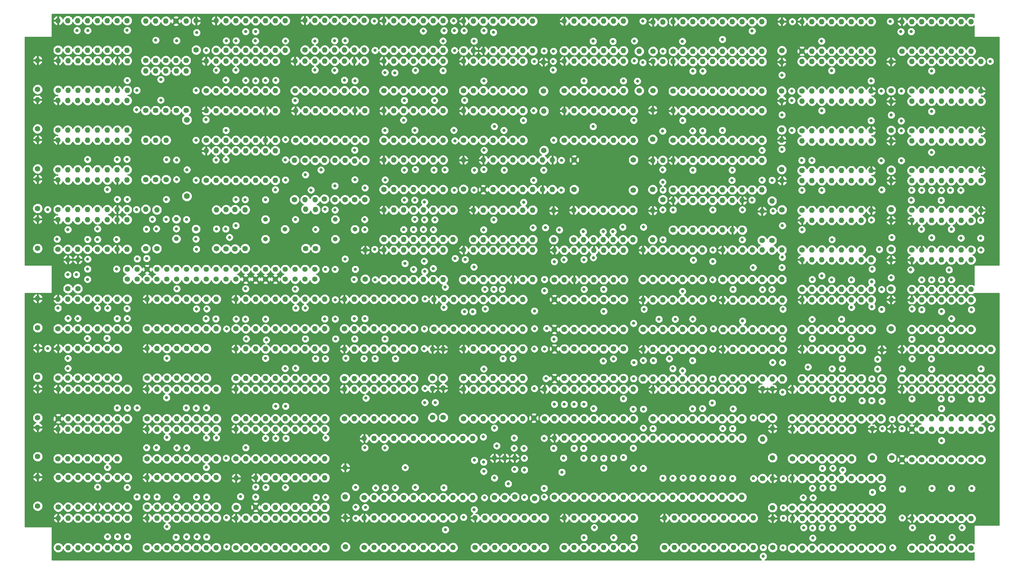
<source format=gbr>
%TF.GenerationSoftware,KiCad,Pcbnew,(5.1.12)-1*%
%TF.CreationDate,2023-01-17T10:30:04+01:00*%
%TF.ProjectId,Graphics,47726170-6869-4637-932e-6b696361645f,rev?*%
%TF.SameCoordinates,Original*%
%TF.FileFunction,Copper,L3,Inr*%
%TF.FilePolarity,Positive*%
%FSLAX46Y46*%
G04 Gerber Fmt 4.6, Leading zero omitted, Abs format (unit mm)*
G04 Created by KiCad (PCBNEW (5.1.12)-1) date 2023-01-17 10:30:04*
%MOMM*%
%LPD*%
G01*
G04 APERTURE LIST*
%TA.AperFunction,ComponentPad*%
%ADD10O,1.400000X1.400000*%
%TD*%
%TA.AperFunction,ComponentPad*%
%ADD11C,1.400000*%
%TD*%
%TA.AperFunction,ComponentPad*%
%ADD12C,1.500000*%
%TD*%
%TA.AperFunction,ComponentPad*%
%ADD13C,1.350000*%
%TD*%
%TA.AperFunction,ComponentPad*%
%ADD14O,1.200000X1.200000*%
%TD*%
%TA.AperFunction,ViaPad*%
%ADD15C,0.800000*%
%TD*%
%TA.AperFunction,Conductor*%
%ADD16C,0.254000*%
%TD*%
%TA.AperFunction,Conductor*%
%ADD17C,0.100000*%
%TD*%
G04 APERTURE END LIST*
D10*
%TO.N,+5V*%
%TO.C,U17*%
X70880000Y-33280000D03*
%TO.N,GND*%
X88660000Y-40900000D03*
%TO.N,RAMOut0*%
X73420000Y-33280000D03*
%TO.N,RAMOut7*%
X86120000Y-40900000D03*
%TO.N,Net-(U17-Pad14)*%
X75960000Y-33280000D03*
%TO.N,RAMOut6*%
X83580000Y-40900000D03*
%TO.N,Net-(U14-Pad6)*%
X78500000Y-33280000D03*
%TO.N,RAMOut5*%
X81040000Y-40900000D03*
%TO.N,Net-(U17-Pad12)*%
X81040000Y-33280000D03*
%TO.N,RAMOut4*%
X78500000Y-40900000D03*
%TO.N,Sclk*%
X83580000Y-33280000D03*
%TO.N,RAMOut3*%
X75960000Y-40900000D03*
%TO.N,~ClkSel*%
X86120000Y-33280000D03*
%TO.N,RAMOut2*%
X73420000Y-40900000D03*
%TO.N,Net-(U17-Pad9)*%
X88660000Y-33280000D03*
D11*
%TO.N,RAMOut1*%
X70880000Y-40900000D03*
%TD*%
D10*
%TO.N,+5V*%
%TO.C,U8*%
X73420000Y-22880000D03*
%TO.N,GND*%
X91200000Y-30500000D03*
%TO.N,RAMOut0*%
X75960000Y-22880000D03*
%TO.N,RAMOut7*%
X88660000Y-30500000D03*
%TO.N,Net-(U8-Pad14)*%
X78500000Y-22880000D03*
%TO.N,RAMOut6*%
X86120000Y-30500000D03*
%TO.N,Net-(U14-Pad6)*%
X81040000Y-22880000D03*
%TO.N,RAMOut5*%
X83580000Y-30500000D03*
%TO.N,Net-(U43-Pad9)*%
X83580000Y-22880000D03*
%TO.N,RAMOut4*%
X81040000Y-30500000D03*
%TO.N,Sclk*%
X86120000Y-22880000D03*
%TO.N,RAMOut3*%
X78500000Y-30500000D03*
%TO.N,~ClkSel*%
X88660000Y-22880000D03*
%TO.N,RAMOut2*%
X75960000Y-30500000D03*
%TO.N,Net-(U8-Pad9)*%
X91200000Y-22880000D03*
D11*
%TO.N,RAMOut1*%
X73420000Y-30500000D03*
%TD*%
D10*
%TO.N,+5V*%
%TO.C,C3*%
X68300000Y-22900000D03*
D11*
%TO.N,GND*%
X68300000Y-30400000D03*
%TD*%
D10*
%TO.N,Net-(Q2-Pad1)*%
%TO.C,R1*%
X65700000Y-22940000D03*
D11*
%TO.N,Net-(R1-Pad1)*%
X65700000Y-33100000D03*
%TD*%
D10*
%TO.N,Net-(R2-Pad2)*%
%TO.C,R2*%
X63090000Y-33100000D03*
D11*
%TO.N,+5V*%
X63090000Y-22940000D03*
%TD*%
D10*
%TO.N,Net-(R4-Pad2)*%
%TO.C,R4*%
X57900000Y-22940000D03*
D11*
%TO.N,Net-(Q3-Pad1)*%
X57900000Y-33100000D03*
%TD*%
D10*
%TO.N,Net-(R3-Pad2)*%
%TO.C,R3*%
X60500000Y-22940000D03*
D11*
%TO.N,Net-(Q1-Pad1)*%
X60500000Y-33100000D03*
%TD*%
D10*
%TO.N,Net-(Q2-Pad1)*%
%TO.C,R5*%
X55300000Y-22940000D03*
D11*
%TO.N,Net-(R5-Pad1)*%
X55300000Y-33100000D03*
%TD*%
D10*
%TO.N,+5V*%
%TO.C,U9*%
X32750000Y-22820000D03*
%TO.N,GND*%
X50530000Y-30440000D03*
%TO.N,Pixel3*%
X35290000Y-22820000D03*
%TO.N,Pixel2*%
X47990000Y-30440000D03*
%TO.N,Net-(U8-Pad9)*%
X37830000Y-22820000D03*
%TO.N,Net-(U17-Pad9)*%
X45450000Y-30440000D03*
%TO.N,Net-(U16-Pad9)*%
X40370000Y-22820000D03*
%TO.N,Net-(U9-Pad5)*%
X42910000Y-30440000D03*
%TO.N,Pixel1*%
X42910000Y-22820000D03*
%TO.N,GND*%
X40370000Y-30440000D03*
%TO.N,Net-(U6-Pad8)*%
X45450000Y-22820000D03*
%TO.N,Net-(U25-Pad9)*%
X37830000Y-30440000D03*
%TO.N,~D3Blank*%
X47990000Y-22820000D03*
%TO.N,Pixel0*%
X35290000Y-30440000D03*
%TO.N,SRMclk*%
X50530000Y-22820000D03*
D11*
%TO.N,Net-(R2-Pad2)*%
X32750000Y-30440000D03*
%TD*%
D10*
%TO.N,+5V*%
%TO.C,U18*%
X32760000Y-33160000D03*
%TO.N,GND*%
X50540000Y-40780000D03*
%TO.N,Net-(U18-Pad15)*%
X35300000Y-33160000D03*
%TO.N,+5V*%
X48000000Y-40780000D03*
%TO.N,MonoDAC2*%
X37840000Y-33160000D03*
%TO.N,RedCLUT2*%
X45460000Y-40780000D03*
%TO.N,Net-(R4-Pad2)*%
X40380000Y-33160000D03*
%TO.N,GreenCLUT2*%
X42920000Y-40780000D03*
%TO.N,Net-(R1-Pad1)*%
X42920000Y-33160000D03*
%TO.N,BlueCLUT2*%
X40380000Y-40780000D03*
%TO.N,Net-(R3-Pad2)*%
X45460000Y-33160000D03*
%TO.N,MonoCLUT2*%
X37840000Y-40780000D03*
%TO.N,+5V*%
X48000000Y-33160000D03*
%TO.N,SRMclk*%
X35300000Y-40780000D03*
%TO.N,GND*%
X50540000Y-33160000D03*
D11*
%TO.N,~ClrDAC*%
X32760000Y-40780000D03*
%TD*%
D10*
%TO.N,Net-(Q1-Pad1)*%
%TO.C,R11*%
X55300000Y-35840000D03*
D11*
%TO.N,Net-(R11-Pad1)*%
X55300000Y-46000000D03*
%TD*%
D10*
%TO.N,Net-(Q3-Pad1)*%
%TO.C,R10*%
X57900000Y-35840000D03*
D11*
%TO.N,Net-(R10-Pad1)*%
X57900000Y-46000000D03*
%TD*%
D10*
%TO.N,Net-(Q1-Pad1)*%
%TO.C,R9*%
X60510000Y-35840000D03*
D11*
%TO.N,Net-(R9-Pad1)*%
X60510000Y-46000000D03*
%TD*%
D10*
%TO.N,Net-(Q2-Pad1)*%
%TO.C,R8*%
X63170000Y-35840000D03*
D11*
%TO.N,SyncOnGreen*%
X63170000Y-46000000D03*
%TD*%
D10*
%TO.N,Net-(Q2-Pad1)*%
%TO.C,R7*%
X65700000Y-35840000D03*
D11*
%TO.N,Net-(R7-Pad1)*%
X65700000Y-46000000D03*
%TD*%
D10*
%TO.N,+5V*%
%TO.C,C8*%
X27475000Y-33075000D03*
D11*
%TO.N,GND*%
X27475000Y-40575000D03*
%TD*%
D10*
%TO.N,+5V*%
%TO.C,U27*%
X32740000Y-43440000D03*
%TO.N,GND*%
X50520000Y-51060000D03*
%TO.N,CLUTAddr1*%
X35280000Y-43440000D03*
%TO.N,GreenCLUT1*%
X47980000Y-51060000D03*
%TO.N,CLUTAddr2*%
X37820000Y-43440000D03*
%TO.N,BuffData1*%
X45440000Y-51060000D03*
%TO.N,CLUTAddr3*%
X40360000Y-43440000D03*
%TO.N,GreenCLUT0*%
X42900000Y-51060000D03*
%TO.N,BuffData3*%
X42900000Y-43440000D03*
%TO.N,BuffData0*%
X40360000Y-51060000D03*
%TO.N,GreenCLUT3*%
X45440000Y-43440000D03*
%TO.N,~CLUTWr*%
X37820000Y-51060000D03*
%TO.N,BuffData2*%
X47980000Y-43440000D03*
%TO.N,~CLUTLCS*%
X35280000Y-51060000D03*
%TO.N,GreenCLUT2*%
X50520000Y-43440000D03*
D11*
%TO.N,CLUTAddr0*%
X32740000Y-51060000D03*
%TD*%
D10*
%TO.N,+5V*%
%TO.C,C12*%
X27450000Y-43225000D03*
D11*
%TO.N,GND*%
X27450000Y-50725000D03*
%TD*%
D10*
%TO.N,+5V*%
%TO.C,U26*%
X70880000Y-46080000D03*
%TO.N,GND*%
X88660000Y-53700000D03*
%TO.N,Net-(U26-Pad15)*%
X73420000Y-46080000D03*
%TO.N,+5V*%
X86120000Y-53700000D03*
%TO.N,MonoDAC3*%
X75960000Y-46080000D03*
%TO.N,RedCLUT3*%
X83580000Y-53700000D03*
%TO.N,Net-(R10-Pad1)*%
X78500000Y-46080000D03*
%TO.N,GreenCLUT3*%
X81040000Y-53700000D03*
%TO.N,Net-(R7-Pad1)*%
X81040000Y-46080000D03*
%TO.N,BlueCLUT3*%
X78500000Y-53700000D03*
%TO.N,Net-(R9-Pad1)*%
X83580000Y-46080000D03*
%TO.N,MonoCLUT3*%
X75960000Y-53700000D03*
%TO.N,+5V*%
X86120000Y-46080000D03*
%TO.N,SRMclk*%
X73420000Y-53700000D03*
%TO.N,GND*%
X88660000Y-46080000D03*
D11*
%TO.N,~ClrDAC*%
X70880000Y-53700000D03*
%TD*%
D10*
%TO.N,+5V*%
%TO.C,U34*%
X70870000Y-56400000D03*
%TO.N,GND*%
X88650000Y-64020000D03*
%TO.N,CLUTAddr1*%
X73410000Y-56400000D03*
%TO.N,RedCLUT1*%
X86110000Y-64020000D03*
%TO.N,CLUTAddr2*%
X75950000Y-56400000D03*
%TO.N,BuffData5*%
X83570000Y-64020000D03*
%TO.N,CLUTAddr3*%
X78490000Y-56400000D03*
%TO.N,RedCLUT0*%
X81030000Y-64020000D03*
%TO.N,BuffData7*%
X81030000Y-56400000D03*
%TO.N,BuffData4*%
X78490000Y-64020000D03*
%TO.N,RedCLUT3*%
X83570000Y-56400000D03*
%TO.N,~CLUTWr*%
X75950000Y-64020000D03*
%TO.N,BuffData6*%
X86110000Y-56400000D03*
%TO.N,~CLUTLCS*%
X73410000Y-64020000D03*
%TO.N,RedCLUT2*%
X88650000Y-56400000D03*
D11*
%TO.N,CLUTAddr0*%
X70870000Y-64020000D03*
%TD*%
D12*
%TO.N,Vref*%
%TO.C,R29*%
X65900000Y-48400000D03*
%TO.N,+12V*%
X65900000Y-68100000D03*
%TD*%
D10*
%TO.N,+12V*%
%TO.C,R16*%
X60560000Y-53640000D03*
D11*
%TO.N,Vbias*%
X60560000Y-63800000D03*
%TD*%
D10*
%TO.N,Net-(Q3-Pad1)*%
%TO.C,R17*%
X57900000Y-53640000D03*
D11*
%TO.N,Net-(R17-Pad1)*%
X57900000Y-63800000D03*
%TD*%
D10*
%TO.N,Net-(Q3-Pad1)*%
%TO.C,R18*%
X55300000Y-53640000D03*
D11*
%TO.N,Net-(R18-Pad1)*%
X55300000Y-63800000D03*
%TD*%
D10*
%TO.N,+5V*%
%TO.C,U35*%
X32730000Y-53650000D03*
%TO.N,GND*%
X50510000Y-61270000D03*
%TO.N,CLUTAddr1*%
X35270000Y-53650000D03*
%TO.N,BlueCLUT1*%
X47970000Y-61270000D03*
%TO.N,CLUTAddr2*%
X37810000Y-53650000D03*
%TO.N,BuffData1*%
X45430000Y-61270000D03*
%TO.N,CLUTAddr3*%
X40350000Y-53650000D03*
%TO.N,BlueCLUT0*%
X42890000Y-61270000D03*
%TO.N,BuffData3*%
X42890000Y-53650000D03*
%TO.N,BuffData0*%
X40350000Y-61270000D03*
%TO.N,BlueCLUT3*%
X45430000Y-53650000D03*
%TO.N,~CLUTWr*%
X37810000Y-61270000D03*
%TO.N,BuffData2*%
X47970000Y-53650000D03*
%TO.N,~CLUTHCS*%
X35270000Y-61270000D03*
%TO.N,BlueCLUT2*%
X50510000Y-53650000D03*
D11*
%TO.N,CLUTAddr0*%
X32730000Y-61270000D03*
%TD*%
D10*
%TO.N,+5V*%
%TO.C,C19*%
X27475000Y-53550000D03*
D11*
%TO.N,GND*%
X27475000Y-61050000D03*
%TD*%
D10*
%TO.N,+5V*%
%TO.C,C20*%
X27475000Y-63750000D03*
D11*
%TO.N,GND*%
X27475000Y-71250000D03*
%TD*%
D10*
%TO.N,+5V*%
%TO.C,U44*%
X32750000Y-63920000D03*
%TO.N,GND*%
X50530000Y-71540000D03*
%TO.N,Net-(U44-Pad15)*%
X35290000Y-63920000D03*
%TO.N,+5V*%
X47990000Y-71540000D03*
%TO.N,MonoDAC1*%
X37830000Y-63920000D03*
%TO.N,RedCLUT1*%
X45450000Y-71540000D03*
%TO.N,Net-(R17-Pad1)*%
X40370000Y-63920000D03*
%TO.N,GreenCLUT1*%
X42910000Y-71540000D03*
%TO.N,Net-(R15-Pad2)*%
X42910000Y-63920000D03*
%TO.N,BlueCLUT1*%
X40370000Y-71540000D03*
%TO.N,Net-(R13-Pad2)*%
X45450000Y-63920000D03*
%TO.N,MonoCLUT1*%
X37830000Y-71540000D03*
%TO.N,+5V*%
X47990000Y-63920000D03*
%TO.N,SRMclk*%
X35290000Y-71540000D03*
%TO.N,GND*%
X50530000Y-63920000D03*
D11*
%TO.N,~ClrDAC*%
X32750000Y-71540000D03*
%TD*%
D10*
%TO.N,+5V*%
%TO.C,C30*%
X27475000Y-74075000D03*
D11*
%TO.N,GND*%
X27475000Y-81575000D03*
%TD*%
D10*
%TO.N,+5V*%
%TO.C,U52*%
X32750000Y-74160000D03*
%TO.N,GND*%
X50530000Y-81780000D03*
%TO.N,Net-(U52-Pad15)*%
X35290000Y-74160000D03*
%TO.N,+5V*%
X47990000Y-81780000D03*
%TO.N,MonoDAC0*%
X37830000Y-74160000D03*
%TO.N,RedCLUT0*%
X45450000Y-81780000D03*
%TO.N,Net-(R18-Pad1)*%
X40370000Y-74160000D03*
%TO.N,GreenCLUT0*%
X42910000Y-81780000D03*
%TO.N,Net-(R5-Pad1)*%
X42910000Y-74160000D03*
%TO.N,BlueCLUT0*%
X40370000Y-81780000D03*
%TO.N,Net-(R11-Pad1)*%
X45450000Y-74160000D03*
%TO.N,MonoCLUT0*%
X37830000Y-81780000D03*
%TO.N,+5V*%
X47990000Y-74160000D03*
%TO.N,SRMclk*%
X35290000Y-81780000D03*
%TO.N,GND*%
X50530000Y-74160000D03*
D11*
%TO.N,~ClrDAC*%
X32750000Y-81780000D03*
%TD*%
D10*
%TO.N,Vref*%
%TO.C,C27*%
X80910000Y-71590000D03*
D11*
%TO.N,GND*%
X80910000Y-81590000D03*
%TD*%
D10*
%TO.N,Vref*%
%TO.C,R23*%
X78300000Y-71540000D03*
D11*
%TO.N,Net-(Q2-Pad1)*%
X78300000Y-81700000D03*
%TD*%
D10*
%TO.N,GND*%
%TO.C,R24*%
X76020000Y-71550000D03*
D11*
%TO.N,BVid*%
X76020000Y-81710000D03*
%TD*%
D10*
%TO.N,GND*%
%TO.C,C28*%
X73510000Y-71610000D03*
D11*
%TO.N,Vbias*%
X73510000Y-81610000D03*
%TD*%
D10*
%TO.N,Vref*%
%TO.C,C29*%
X58170000Y-71610000D03*
D11*
%TO.N,GND*%
X58170000Y-81610000D03*
%TD*%
D10*
%TO.N,Vref*%
%TO.C,R20*%
X55320000Y-71450000D03*
D11*
%TO.N,Net-(Q3-Pad1)*%
X55320000Y-81610000D03*
%TD*%
D10*
%TO.N,+5V*%
%TO.C,C35*%
X35290000Y-84470000D03*
D11*
%TO.N,GND*%
X35290000Y-91970000D03*
%TD*%
D10*
%TO.N,+5V*%
%TO.C,C34*%
X37840000Y-84460000D03*
D11*
%TO.N,GND*%
X37840000Y-91960000D03*
%TD*%
D10*
%TO.N,+5V*%
%TO.C,U100*%
X78550000Y-151100000D03*
%TO.N,GND*%
X101410000Y-158720000D03*
%TO.N,RAMWr0*%
X81090000Y-151100000D03*
%TO.N,RAMWr4*%
X98870000Y-158720000D03*
%TO.N,BuffData0*%
X83630000Y-151100000D03*
%TO.N,BuffData4*%
X96330000Y-158720000D03*
%TO.N,BuffData1*%
X86170000Y-151100000D03*
%TO.N,BuffData5*%
X93790000Y-158720000D03*
%TO.N,RAMWr1*%
X88710000Y-151100000D03*
%TO.N,RAMWr5*%
X91250000Y-158720000D03*
%TO.N,RAMWr2*%
X91250000Y-151100000D03*
%TO.N,RAMWr6*%
X88710000Y-158720000D03*
%TO.N,BuffData2*%
X93790000Y-151100000D03*
%TO.N,BuffData6*%
X86170000Y-158720000D03*
%TO.N,BuffData3*%
X96330000Y-151100000D03*
%TO.N,BuffData7*%
X83630000Y-158720000D03*
%TO.N,RAMWr3*%
X98870000Y-151100000D03*
%TO.N,RAMWr7*%
X81090000Y-158720000D03*
%TO.N,Net-(U100-Pad11)*%
X101410000Y-151100000D03*
D11*
%TO.N,Net-(U100-Pad1)*%
X78550000Y-158720000D03*
%TD*%
D10*
%TO.N,+5V*%
%TO.C,U91*%
X83630000Y-140680000D03*
%TO.N,GND*%
X101410000Y-148300000D03*
%TO.N,Net-(U80-Pad4)*%
X86170000Y-140680000D03*
%TO.N,OrTerm*%
X98870000Y-148300000D03*
%TO.N,BuffData2*%
X88710000Y-140680000D03*
%TO.N,BuffData5*%
X96330000Y-148300000D03*
%TO.N,BuffData1*%
X91250000Y-140680000D03*
%TO.N,XORTerm*%
X93790000Y-148300000D03*
%TO.N,Net-(U80-Pad5)*%
X93790000Y-140680000D03*
%TO.N,BuffData4*%
X91250000Y-148300000D03*
%TO.N,BuffData3*%
X96330000Y-140680000D03*
%TO.N,BuffData0*%
X88710000Y-148300000D03*
%TO.N,Net-(U80-Pad3)*%
X98870000Y-140680000D03*
%TO.N,Net-(U80-Pad6)*%
X86170000Y-148300000D03*
%TO.N,Net-(U53-Pad6)*%
X101410000Y-140680000D03*
D11*
%TO.N,+5V*%
X83630000Y-148300000D03*
%TD*%
D10*
%TO.N,+5V*%
%TO.C,C53*%
X78600000Y-140810000D03*
D11*
%TO.N,GND*%
X78600000Y-148310000D03*
%TD*%
D10*
%TO.N,+5V*%
%TO.C,U101*%
X55690000Y-151090000D03*
%TO.N,GND*%
X73470000Y-158710000D03*
%TO.N,UpdateAddr1*%
X58230000Y-151090000D03*
%TO.N,UpD1*%
X70930000Y-158710000D03*
%TO.N,UpdateAddr2*%
X60770000Y-151090000D03*
%TO.N,BuffData1*%
X68390000Y-158710000D03*
%TO.N,UpdateAddr3*%
X63310000Y-151090000D03*
%TO.N,UpD0*%
X65850000Y-158710000D03*
%TO.N,BuffData3*%
X65850000Y-151090000D03*
%TO.N,BuffData0*%
X63310000Y-158710000D03*
%TO.N,UpD3*%
X68390000Y-151090000D03*
%TO.N,Net-(U101-Pad3)*%
X60770000Y-158710000D03*
%TO.N,BuffData2*%
X70930000Y-151090000D03*
%TO.N,GND*%
X58230000Y-158710000D03*
%TO.N,UpD2*%
X73470000Y-151090000D03*
D11*
%TO.N,UpdateAddr0*%
X55690000Y-158710000D03*
%TD*%
D10*
%TO.N,+5V*%
%TO.C,U92*%
X55700000Y-140630000D03*
%TO.N,GND*%
X73480000Y-148250000D03*
%TO.N,UpdateAddr1*%
X58240000Y-140630000D03*
%TO.N,UpD5*%
X70940000Y-148250000D03*
%TO.N,UpdateAddr2*%
X60780000Y-140630000D03*
%TO.N,BuffData5*%
X68400000Y-148250000D03*
%TO.N,UpdateAddr3*%
X63320000Y-140630000D03*
%TO.N,UpD4*%
X65860000Y-148250000D03*
%TO.N,BuffData7*%
X65860000Y-140630000D03*
%TO.N,BuffData4*%
X63320000Y-148250000D03*
%TO.N,UpD7*%
X68400000Y-140630000D03*
%TO.N,Net-(U101-Pad3)*%
X60780000Y-148250000D03*
%TO.N,BuffData6*%
X70940000Y-140630000D03*
%TO.N,GND*%
X58240000Y-148250000D03*
%TO.N,UpD6*%
X73480000Y-140630000D03*
D11*
%TO.N,UpdateAddr0*%
X55700000Y-148250000D03*
%TD*%
D10*
%TO.N,Net-(U81-Pad3)*%
%TO.C,U93*%
X32780000Y-140620000D03*
%TO.N,Net-(U93-Pad8)*%
X50560000Y-148240000D03*
%TO.N,Net-(U81-Pad4)*%
X35320000Y-140620000D03*
%TO.N,BuffData3*%
X48020000Y-148240000D03*
%TO.N,Net-(U93-Pad14)*%
X37860000Y-140620000D03*
%TO.N,BuffData2*%
X45480000Y-148240000D03*
%TO.N,Net-(U41-Pad1)*%
X40400000Y-140620000D03*
%TO.N,+5V*%
X42940000Y-148240000D03*
%TO.N,GND*%
X42940000Y-140620000D03*
%TO.N,Net-(U41-Pad1)*%
X40400000Y-148240000D03*
%TO.N,Net-(U93-Pad11)*%
X45480000Y-140620000D03*
%TO.N,BuffData1*%
X37860000Y-148240000D03*
%TO.N,Net-(U81-Pad5)*%
X48020000Y-140620000D03*
%TO.N,BuffData0*%
X35320000Y-148240000D03*
%TO.N,Net-(U81-Pad6)*%
X50560000Y-140620000D03*
D11*
%TO.N,Net-(U93-Pad1)*%
X32780000Y-148240000D03*
%TD*%
D10*
%TO.N,+5V*%
%TO.C,U102*%
X32780000Y-151090000D03*
%TO.N,GND*%
X50560000Y-158710000D03*
X35320000Y-151090000D03*
%TO.N,Net-(U102-Pad7)*%
X48020000Y-158710000D03*
%TO.N,BuffData4*%
X37860000Y-151090000D03*
%TO.N,BuffData0*%
X45480000Y-158710000D03*
%TO.N,BuffData5*%
X40400000Y-151090000D03*
%TO.N,BuffData1*%
X42940000Y-158710000D03*
%TO.N,BuffData6*%
X42940000Y-151090000D03*
%TO.N,BuffData2*%
X40400000Y-158710000D03*
%TO.N,BuffData7*%
X45480000Y-151090000D03*
%TO.N,BuffData3*%
X37860000Y-158710000D03*
%TO.N,UpDConst*%
X48020000Y-151090000D03*
%TO.N,Net-(U102-Pad2)*%
X35320000Y-158710000D03*
%TO.N,UpDConst*%
X50560000Y-151090000D03*
D11*
%TO.N,Net-(U102-Pad1)*%
X32780000Y-158710000D03*
%TD*%
D10*
%TO.N,+5V*%
%TO.C,C54*%
X27500000Y-140500000D03*
D11*
%TO.N,GND*%
X27500000Y-148000000D03*
%TD*%
D10*
%TO.N,+5V*%
%TO.C,U81*%
X32780000Y-117840000D03*
%TO.N,GND*%
X50560000Y-125460000D03*
%TO.N,Net-(U15-Pad2)*%
X35320000Y-117840000D03*
%TO.N,GND*%
X48020000Y-125460000D03*
%TO.N,Net-(U81-Pad14)*%
X37860000Y-117840000D03*
%TO.N,Net-(U81-Pad6)*%
X45480000Y-125460000D03*
%TO.N,Net-(U81-Pad13)*%
X40400000Y-117840000D03*
%TO.N,Net-(U81-Pad5)*%
X42940000Y-125460000D03*
%TO.N,Net-(U81-Pad12)*%
X42940000Y-117840000D03*
%TO.N,Net-(U81-Pad4)*%
X40400000Y-125460000D03*
%TO.N,Net-(U81-Pad11)*%
X45480000Y-117840000D03*
%TO.N,Net-(U81-Pad3)*%
X37860000Y-125460000D03*
%TO.N,GND*%
X48020000Y-117840000D03*
%TO.N,Net-(U51-Pad11)*%
X35320000Y-125460000D03*
%TO.N,Net-(U15-Pad3)*%
X50560000Y-117840000D03*
D11*
%TO.N,+5V*%
X32780000Y-125460000D03*
%TD*%
D10*
%TO.N,+5V*%
%TO.C,C46*%
X27500000Y-117750000D03*
D11*
%TO.N,GND*%
X27500000Y-125250000D03*
%TD*%
D10*
%TO.N,+5V*%
%TO.C,C58*%
X27500000Y-127750000D03*
D11*
%TO.N,GND*%
X27500000Y-135250000D03*
%TD*%
D10*
%TO.N,+5V*%
%TO.C,U88*%
X32750000Y-128150000D03*
%TO.N,GND*%
X47990000Y-135770000D03*
%TO.N,Net-(U15-Pad2)*%
X35290000Y-128150000D03*
%TO.N,N/C*%
X45450000Y-135770000D03*
%TO.N,~LDBin*%
X37830000Y-128150000D03*
%TO.N,N/C*%
X42910000Y-135770000D03*
%TO.N,Net-(U102-Pad2)*%
X40370000Y-128150000D03*
%TO.N,N/C*%
X40370000Y-135770000D03*
X42910000Y-128150000D03*
X37830000Y-135770000D03*
X45450000Y-128150000D03*
X35290000Y-135770000D03*
X47990000Y-128150000D03*
D11*
X32750000Y-135770000D03*
%TD*%
D10*
%TO.N,+5V*%
%TO.C,U87*%
X55690000Y-128170000D03*
%TO.N,GND*%
X73470000Y-135790000D03*
X58230000Y-128170000D03*
%TO.N,~Norm*%
X70930000Y-135790000D03*
%TO.N,UpDateA*%
X60770000Y-128170000D03*
%TO.N,Net-(U86-Pad19)*%
X68390000Y-135790000D03*
%TO.N,Net-(U86-Pad2)*%
X63310000Y-128170000D03*
%TO.N,Net-(U86-Pad16)*%
X65850000Y-135790000D03*
%TO.N,Net-(U86-Pad5)*%
X65850000Y-128170000D03*
%TO.N,Net-(U86-Pad15)*%
X63310000Y-135790000D03*
%TO.N,Net-(U86-Pad6)*%
X68390000Y-128170000D03*
%TO.N,Net-(U86-Pad12)*%
X60770000Y-135790000D03*
%TO.N,Net-(U86-Pad9)*%
X70930000Y-128170000D03*
%TO.N,UpDateB*%
X58230000Y-135790000D03*
%TO.N,~Inv*%
X73470000Y-128170000D03*
D11*
%TO.N,GND*%
X55690000Y-135790000D03*
%TD*%
D10*
%TO.N,+5V*%
%TO.C,U86*%
X78520000Y-128180000D03*
%TO.N,GND*%
X101380000Y-135800000D03*
%TO.N,Net-(U86-Pad19)*%
X81060000Y-128180000D03*
%TO.N,Net-(U86-Pad9)*%
X98840000Y-135800000D03*
%TO.N,BuffData0*%
X83600000Y-128180000D03*
%TO.N,BuffData4*%
X96300000Y-135800000D03*
%TO.N,BuffData1*%
X86140000Y-128180000D03*
%TO.N,BuffData5*%
X93760000Y-135800000D03*
%TO.N,Net-(U86-Pad16)*%
X88680000Y-128180000D03*
%TO.N,Net-(U86-Pad6)*%
X91220000Y-135800000D03*
%TO.N,Net-(U86-Pad15)*%
X91220000Y-128180000D03*
%TO.N,Net-(U86-Pad5)*%
X88680000Y-135800000D03*
%TO.N,BuffData2*%
X93760000Y-128180000D03*
%TO.N,BuffData6*%
X86140000Y-135800000D03*
%TO.N,BuffData3*%
X96300000Y-128180000D03*
%TO.N,BuffData7*%
X83600000Y-135800000D03*
%TO.N,Net-(U86-Pad12)*%
X98840000Y-128180000D03*
%TO.N,Net-(U86-Pad2)*%
X81060000Y-135800000D03*
%TO.N,U2201a*%
X101380000Y-128180000D03*
D11*
%TO.N,GND*%
X78520000Y-135800000D03*
%TD*%
D10*
%TO.N,+5V*%
%TO.C,U80*%
X55700000Y-117850000D03*
%TO.N,GND*%
X73480000Y-125470000D03*
X58240000Y-117850000D03*
%TO.N,~UpDateEn*%
X70940000Y-125470000D03*
%TO.N,UpDateA*%
X60780000Y-117850000D03*
%TO.N,Net-(U80-Pad6)*%
X68400000Y-125470000D03*
%TO.N,GND*%
X63320000Y-117850000D03*
%TO.N,Net-(U80-Pad5)*%
X65860000Y-125470000D03*
%TO.N,GND*%
X65860000Y-117850000D03*
%TO.N,Net-(U80-Pad4)*%
X63320000Y-125470000D03*
%TO.N,GND*%
X68400000Y-117850000D03*
%TO.N,Net-(U80-Pad3)*%
X60780000Y-125470000D03*
%TO.N,GND*%
X70940000Y-117850000D03*
%TO.N,UpDateB*%
X58240000Y-125470000D03*
%TO.N,Net-(U80-Pad9)*%
X73480000Y-117850000D03*
D11*
%TO.N,GND*%
X55700000Y-125470000D03*
%TD*%
D10*
%TO.N,+5V*%
%TO.C,U79*%
X78520000Y-117860000D03*
%TO.N,GND*%
X101380000Y-125480000D03*
%TO.N,RAMWr0*%
X81060000Y-117860000D03*
%TO.N,RAMWr4*%
X98840000Y-125480000D03*
%TO.N,BuffData0*%
X83600000Y-117860000D03*
%TO.N,BuffData4*%
X96300000Y-125480000D03*
%TO.N,BuffData1*%
X86140000Y-117860000D03*
%TO.N,BuffData5*%
X93760000Y-125480000D03*
%TO.N,RAMWr1*%
X88680000Y-117860000D03*
%TO.N,RAMWr5*%
X91220000Y-125480000D03*
%TO.N,RAMWr2*%
X91220000Y-117860000D03*
%TO.N,RAMWr6*%
X88680000Y-125480000D03*
%TO.N,BuffData2*%
X93760000Y-117860000D03*
%TO.N,BuffData6*%
X86140000Y-125480000D03*
%TO.N,BuffData3*%
X96300000Y-117860000D03*
%TO.N,BuffData7*%
X83600000Y-125480000D03*
%TO.N,RAMWr3*%
X98840000Y-117860000D03*
%TO.N,RAMWr7*%
X81060000Y-125480000D03*
%TO.N,Net-(U66-Pad1)*%
X101380000Y-117860000D03*
D11*
%TO.N,Net-(U43-Pad5)*%
X78520000Y-125480000D03*
%TD*%
D10*
%TO.N,+5V*%
%TO.C,U70*%
X78520000Y-107480000D03*
%TO.N,GND*%
X101380000Y-115100000D03*
%TO.N,~RstUpD*%
X81060000Y-107480000D03*
%TO.N,~LdCombMode*%
X98840000Y-115100000D03*
%TO.N,BuffData0*%
X83600000Y-107480000D03*
%TO.N,BuffData4*%
X96300000Y-115100000D03*
%TO.N,BuffData1*%
X86140000Y-107480000D03*
%TO.N,BuffData5*%
X93760000Y-115100000D03*
%TO.N,~LdCnt*%
X88680000Y-107480000D03*
%TO.N,~LdCLUT*%
X91220000Y-115100000D03*
%TO.N,~UpDSerSel*%
X91220000Y-107480000D03*
%TO.N,~ModePort*%
X88680000Y-115100000D03*
%TO.N,BuffData2*%
X93760000Y-107480000D03*
%TO.N,BuffData6*%
X86140000Y-115100000D03*
%TO.N,BuffData3*%
X96300000Y-107480000D03*
%TO.N,BuffData7*%
X83600000Y-115100000D03*
%TO.N,~LdCombTerm*%
X98840000Y-107480000D03*
%TO.N,~MMULd*%
X81060000Y-115100000D03*
%TO.N,Net-(U66-Pad10)*%
X101380000Y-107480000D03*
D11*
%TO.N,~DPort*%
X78520000Y-115100000D03*
%TD*%
D10*
%TO.N,+5V*%
%TO.C,U71*%
X55700000Y-107380000D03*
%TO.N,GND*%
X70940000Y-115000000D03*
%TO.N,~Wr*%
X58240000Y-107380000D03*
%TO.N,~ModeWr*%
X68400000Y-115000000D03*
%TO.N,~UpDSerSel*%
X60780000Y-107380000D03*
%TO.N,~ModePort*%
X65860000Y-115000000D03*
%TO.N,Net-(U102-Pad1)*%
X63320000Y-107380000D03*
%TO.N,~Wr*%
X63320000Y-115000000D03*
X65860000Y-107380000D03*
%TO.N,~CLUTWr*%
X60780000Y-115000000D03*
%TO.N,~UpDatePort*%
X68400000Y-107380000D03*
%TO.N,~Wr*%
X58240000Y-115000000D03*
%TO.N,Net-(U101-Pad3)*%
X70940000Y-107380000D03*
D11*
%TO.N,~LdCLUT*%
X55700000Y-115000000D03*
%TD*%
D10*
%TO.N,+5V*%
%TO.C,U72*%
X32750000Y-107380000D03*
%TO.N,GND*%
X47990000Y-115000000D03*
%TO.N,Net-(U62-Pad13)*%
X35290000Y-107380000D03*
X45450000Y-115000000D03*
%TO.N,Net-(U56-Pad1)*%
X37830000Y-107380000D03*
%TO.N,Net-(U62-Pad10)*%
X42910000Y-115000000D03*
%TO.N,Net-(U51-Pad4)*%
X40370000Y-107380000D03*
%TO.N,Net-(U62-Pad6)*%
X40370000Y-115000000D03*
%TO.N,Net-(U72-Pad10)*%
X42910000Y-107380000D03*
%TO.N,Net-(U62-Pad3)*%
X37830000Y-115000000D03*
%TO.N,Net-(U72-Pad9)*%
X45450000Y-107380000D03*
%TO.N,Net-(U56-Pad1)*%
X35290000Y-115000000D03*
%TO.N,Net-(U72-Pad8)*%
X47990000Y-107380000D03*
D11*
%TO.N,Net-(U66-Pad4)*%
X32750000Y-115000000D03*
%TD*%
D10*
%TO.N,+5V*%
%TO.C,C41*%
X27500000Y-107250000D03*
D11*
%TO.N,GND*%
X27500000Y-114750000D03*
%TD*%
D10*
%TO.N,+5V*%
%TO.C,C37*%
X27500000Y-94500000D03*
D11*
%TO.N,GND*%
X27500000Y-102000000D03*
%TD*%
D10*
%TO.N,+5V*%
%TO.C,U62*%
X32750000Y-94650000D03*
%TO.N,GND*%
X50530000Y-102270000D03*
X35290000Y-94650000D03*
%TO.N,CLUTAddr1*%
X47990000Y-102270000D03*
%TO.N,Pixel3*%
X37830000Y-94650000D03*
%TO.N,Net-(U62-Pad6)*%
X45450000Y-102270000D03*
%TO.N,Net-(U62-Pad13)*%
X40370000Y-94650000D03*
%TO.N,Pixel1*%
X42910000Y-102270000D03*
%TO.N,CLUTAddr3*%
X42910000Y-94650000D03*
%TO.N,CLUTAddr0*%
X40370000Y-102270000D03*
%TO.N,Pixel2*%
X45450000Y-94650000D03*
%TO.N,Net-(U62-Pad3)*%
X37830000Y-102270000D03*
%TO.N,Net-(U62-Pad10)*%
X47990000Y-94650000D03*
%TO.N,Pixel0*%
X35290000Y-102270000D03*
%TO.N,CLUTAddr2*%
X50530000Y-94650000D03*
D11*
%TO.N,Net-(U24-Pad6)*%
X32750000Y-102270000D03*
%TD*%
D10*
%TO.N,+5V*%
%TO.C,U61*%
X55700000Y-94650000D03*
%TO.N,GND*%
X73480000Y-102270000D03*
%TO.N,CLUTAddr1*%
X58240000Y-94650000D03*
%TO.N,MonoCLUT1*%
X70940000Y-102270000D03*
%TO.N,CLUTAddr2*%
X60780000Y-94650000D03*
%TO.N,BuffData5*%
X68400000Y-102270000D03*
%TO.N,CLUTAddr3*%
X63320000Y-94650000D03*
%TO.N,MonoCLUT0*%
X65860000Y-102270000D03*
%TO.N,BuffData7*%
X65860000Y-94650000D03*
%TO.N,BuffData4*%
X63320000Y-102270000D03*
%TO.N,MonoCLUT3*%
X68400000Y-94650000D03*
%TO.N,~CLUTWr*%
X60780000Y-102270000D03*
%TO.N,BuffData6*%
X70940000Y-94650000D03*
%TO.N,~CLUTHCS*%
X58240000Y-102270000D03*
%TO.N,MonoCLUT2*%
X73480000Y-94650000D03*
D11*
%TO.N,CLUTAddr0*%
X55700000Y-102270000D03*
%TD*%
D10*
%TO.N,+5V*%
%TO.C,U60*%
X78520000Y-94680000D03*
%TO.N,GND*%
X101380000Y-102300000D03*
%TO.N,~DatEn*%
X81060000Y-94680000D03*
%TO.N,SysData0*%
X98840000Y-102300000D03*
%TO.N,BuffData7*%
X83600000Y-94680000D03*
%TO.N,SysData1*%
X96300000Y-102300000D03*
%TO.N,BuffData6*%
X86140000Y-94680000D03*
%TO.N,SysData2*%
X93760000Y-102300000D03*
%TO.N,BuffData5*%
X88680000Y-94680000D03*
%TO.N,SysData3*%
X91220000Y-102300000D03*
%TO.N,BuffData4*%
X91220000Y-94680000D03*
%TO.N,SysData4*%
X88680000Y-102300000D03*
%TO.N,BuffData3*%
X93760000Y-94680000D03*
%TO.N,SysData5*%
X86140000Y-102300000D03*
%TO.N,BuffData2*%
X96300000Y-94680000D03*
%TO.N,SysData6*%
X83600000Y-102300000D03*
%TO.N,BuffData1*%
X98840000Y-94680000D03*
%TO.N,SysData7*%
X81060000Y-102300000D03*
%TO.N,BuffData0*%
X101380000Y-94680000D03*
D11*
%TO.N,BuffDir*%
X78520000Y-102300000D03*
%TD*%
D10*
%TO.N,+5V*%
%TO.C,U59*%
X106450000Y-94680000D03*
%TO.N,GND*%
X124230000Y-102300000D03*
%TO.N,ClkSel*%
X108990000Y-94680000D03*
%TO.N,MMUAddrSel*%
X121690000Y-102300000D03*
%TO.N,BuffData0*%
X111530000Y-94680000D03*
%TO.N,BuffData5*%
X119150000Y-102300000D03*
%TO.N,BuffData3*%
X114070000Y-94680000D03*
%TO.N,~RAMRdEn*%
X116610000Y-102300000D03*
%TO.N,SMCtrl3*%
X116610000Y-94680000D03*
%TO.N,BuffData4*%
X114070000Y-102300000D03*
%TO.N,BuffData2*%
X119150000Y-94680000D03*
%TO.N,BuffData1*%
X111530000Y-102300000D03*
%TO.N,SMCtrl2*%
X121690000Y-94680000D03*
%TO.N,SMCtrl1*%
X108990000Y-102300000D03*
%TO.N,ModeOut*%
X124230000Y-94680000D03*
D11*
%TO.N,~SysRst*%
X106450000Y-102300000D03*
%TD*%
D10*
%TO.N,+5V*%
%TO.C,U58*%
X129500000Y-94760000D03*
%TO.N,GND*%
X152360000Y-102380000D03*
%TO.N,MMUOut0*%
X132040000Y-94760000D03*
%TO.N,MMUOut6*%
X149820000Y-102380000D03*
%TO.N,MMUData0*%
X134580000Y-94760000D03*
%TO.N,MMUData6*%
X147280000Y-102380000D03*
%TO.N,MMUData1*%
X137120000Y-94760000D03*
%TO.N,MMUData3*%
X144740000Y-102380000D03*
%TO.N,MMUOut1*%
X139660000Y-94760000D03*
%TO.N,MMUOut3*%
X142200000Y-102380000D03*
%TO.N,MMUOut5*%
X142200000Y-94760000D03*
%TO.N,MMUOut7*%
X139660000Y-102380000D03*
%TO.N,MMUData5*%
X144740000Y-94760000D03*
%TO.N,MMUData7*%
X137120000Y-102380000D03*
%TO.N,MMUData4*%
X147280000Y-94760000D03*
%TO.N,MMUData2*%
X134580000Y-102380000D03*
%TO.N,MMUOut4*%
X149820000Y-94760000D03*
%TO.N,MMUOut2*%
X132040000Y-102380000D03*
%TO.N,AddrLatch*%
X152360000Y-94760000D03*
D11*
%TO.N,GND*%
X129500000Y-102380000D03*
%TD*%
D10*
%TO.N,+5V*%
%TO.C,U68*%
X137120000Y-107480000D03*
%TO.N,GND*%
X152360000Y-115100000D03*
%TO.N,MMULdAddr3*%
X139660000Y-107480000D03*
X149820000Y-115100000D03*
%TO.N,Net-(U56-Pad10)*%
X142200000Y-107480000D03*
%TO.N,MMULdAddr2*%
X147280000Y-115100000D03*
%TO.N,MMULdAddr4*%
X144740000Y-107480000D03*
%TO.N,MMULdAddr1*%
X144740000Y-115100000D03*
%TO.N,MMULdAddr5*%
X147280000Y-107480000D03*
%TO.N,MMULdAddr0*%
X142200000Y-115100000D03*
%TO.N,MMULdAddr6*%
X149820000Y-107480000D03*
%TO.N,Net-(U56-Pad10)*%
X139660000Y-115100000D03*
%TO.N,MMULdAddr7*%
X152360000Y-107480000D03*
D11*
%TO.N,Net-(U56-Pad4)*%
X137120000Y-115100000D03*
%TD*%
D10*
%TO.N,+5V*%
%TO.C,C39*%
X131860000Y-107570000D03*
D11*
%TO.N,GND*%
X131860000Y-115070000D03*
%TD*%
D10*
%TO.N,+5V*%
%TO.C,C40*%
X129130000Y-107570000D03*
D11*
%TO.N,GND*%
X129130000Y-115070000D03*
%TD*%
D10*
%TO.N,+5V*%
%TO.C,U69*%
X106450000Y-107490000D03*
%TO.N,GND*%
X124230000Y-115110000D03*
X108990000Y-107490000D03*
%TO.N,Net-(U69-Pad7)*%
X121690000Y-115110000D03*
%TO.N,MMULdAddr3*%
X111530000Y-107490000D03*
%TO.N,BuffAD7*%
X119150000Y-115110000D03*
%TO.N,AD9*%
X114070000Y-107490000D03*
%TO.N,MMULdAddr1*%
X116610000Y-115110000D03*
%TO.N,Net-(U69-Pad12)*%
X116610000Y-107490000D03*
%TO.N,Net-(U69-Pad4)*%
X114070000Y-115110000D03*
%TO.N,MMULdAddr2*%
X119150000Y-107490000D03*
%TO.N,BuffAD6*%
X111530000Y-115110000D03*
%TO.N,AD8*%
X121690000Y-107490000D03*
%TO.N,MMULdAddr0*%
X108990000Y-115110000D03*
%TO.N,Net-(U69-Pad9)*%
X124230000Y-107490000D03*
D11*
%TO.N,MMUAddrSel*%
X106450000Y-115110000D03*
%TD*%
D10*
%TO.N,+5V*%
%TO.C,U78*%
X106460000Y-117860000D03*
%TO.N,GND*%
X124240000Y-125480000D03*
X109000000Y-117860000D03*
%TO.N,Net-(U78-Pad7)*%
X121700000Y-125480000D03*
%TO.N,MMULdAddr7*%
X111540000Y-117860000D03*
%TO.N,AD11*%
X119160000Y-125480000D03*
%TO.N,AD13*%
X114080000Y-117860000D03*
%TO.N,MMULdAddr5*%
X116620000Y-125480000D03*
%TO.N,Net-(U78-Pad12)*%
X116620000Y-117860000D03*
%TO.N,Net-(U78-Pad4)*%
X114080000Y-125480000D03*
%TO.N,MMULdAddr6*%
X119160000Y-117860000D03*
%TO.N,AD10*%
X111540000Y-125480000D03*
%TO.N,AD12*%
X121700000Y-117860000D03*
%TO.N,MMULdAddr4*%
X109000000Y-125480000D03*
%TO.N,Net-(U78-Pad9)*%
X124240000Y-117860000D03*
D11*
%TO.N,MMUAddrSel*%
X106460000Y-125480000D03*
%TD*%
D10*
%TO.N,+5V*%
%TO.C,C45*%
X129140000Y-117660000D03*
D11*
%TO.N,GND*%
X129140000Y-125160000D03*
%TD*%
D10*
%TO.N,+5V*%
%TO.C,C44*%
X131890000Y-117640000D03*
D11*
%TO.N,GND*%
X131890000Y-125140000D03*
%TD*%
D10*
%TO.N,+5V*%
%TO.C,U77*%
X137120000Y-117860000D03*
%TO.N,GND*%
X152360000Y-125480000D03*
%TO.N,Net-(U23-Pad6)*%
X139660000Y-117860000D03*
%TO.N,Net-(U77-Pad6)*%
X149820000Y-125480000D03*
%TO.N,Net-(U66-Pad13)*%
X142200000Y-117860000D03*
%TO.N,UpdateAddr2*%
X147280000Y-125480000D03*
%TO.N,UpdateAddr3*%
X144740000Y-117860000D03*
%TO.N,UpdateAddr1*%
X144740000Y-125480000D03*
%TO.N,Net-(U77-Pad10)*%
X147280000Y-117860000D03*
%TO.N,UpdateAddr0*%
X142200000Y-125480000D03*
%TO.N,Net-(U77-Pad9)*%
X149820000Y-117860000D03*
%TO.N,Net-(U66-Pad13)*%
X139660000Y-125480000D03*
%TO.N,Net-(U77-Pad8)*%
X152360000Y-117860000D03*
D11*
%TO.N,Net-(U23-Pad11)*%
X137120000Y-125480000D03*
%TD*%
D10*
%TO.N,+5V*%
%TO.C,C52*%
X106670000Y-138100000D03*
D11*
%TO.N,GND*%
X106670000Y-145600000D03*
%TD*%
D10*
%TO.N,+5V*%
%TO.C,C57*%
X106700000Y-151000000D03*
D11*
%TO.N,GND*%
X106700000Y-158500000D03*
%TD*%
D10*
%TO.N,+5V*%
%TO.C,U85*%
X111550000Y-130560000D03*
%TO.N,GND*%
X139490000Y-145800000D03*
X114090000Y-130560000D03*
%TO.N,MMUData2*%
X136950000Y-145800000D03*
%TO.N,GND*%
X116630000Y-130560000D03*
%TO.N,MMUData1*%
X134410000Y-145800000D03*
%TO.N,Net-(U55-Pad6)*%
X119170000Y-130560000D03*
%TO.N,MMUData0*%
X131870000Y-145800000D03*
%TO.N,GND*%
X121710000Y-130560000D03*
%TO.N,Net-(U69-Pad4)*%
X129330000Y-145800000D03*
%TO.N,GND*%
X124250000Y-130560000D03*
%TO.N,Net-(U69-Pad7)*%
X126790000Y-145800000D03*
%TO.N,GND*%
X126790000Y-130560000D03*
%TO.N,Net-(U69-Pad9)*%
X124250000Y-145800000D03*
%TO.N,MMUData7*%
X129330000Y-130560000D03*
%TO.N,Net-(U69-Pad12)*%
X121710000Y-145800000D03*
%TO.N,MMUData6*%
X131870000Y-130560000D03*
%TO.N,Net-(U78-Pad4)*%
X119170000Y-145800000D03*
%TO.N,MMUData5*%
X134410000Y-130560000D03*
%TO.N,Net-(U78-Pad7)*%
X116630000Y-145800000D03*
%TO.N,MMUData4*%
X136950000Y-130560000D03*
%TO.N,Net-(U78-Pad9)*%
X114090000Y-145800000D03*
%TO.N,MMUData3*%
X139490000Y-130560000D03*
D11*
%TO.N,Net-(U78-Pad12)*%
X111550000Y-145800000D03*
%TD*%
D10*
%TO.N,+5V*%
%TO.C,R28*%
X145100000Y-135640000D03*
D11*
%TO.N,Net-(R28-Pad1)*%
X145100000Y-145800000D03*
%TD*%
D10*
%TO.N,+5V*%
%TO.C,R27*%
X147700000Y-135640000D03*
D11*
%TO.N,GDCclk*%
X147700000Y-145800000D03*
%TD*%
D10*
%TO.N,+5V*%
%TO.C,C51*%
X150280000Y-135650000D03*
D11*
%TO.N,GND*%
X150280000Y-145650000D03*
%TD*%
D10*
%TO.N,+5V*%
%TO.C,U99*%
X111550000Y-151070000D03*
%TO.N,GND*%
X134410000Y-158690000D03*
%TO.N,Net-(U65-Pad6)*%
X114090000Y-151070000D03*
%TO.N,BuffData7*%
X131870000Y-158690000D03*
%TO.N,MMUData0*%
X116630000Y-151070000D03*
%TO.N,BuffData6*%
X129330000Y-158690000D03*
%TO.N,MMUData1*%
X119170000Y-151070000D03*
%TO.N,BuffData5*%
X126790000Y-158690000D03*
%TO.N,MMUData2*%
X121710000Y-151070000D03*
%TO.N,BuffData4*%
X124250000Y-158690000D03*
%TO.N,MMUData3*%
X124250000Y-151070000D03*
%TO.N,BuffData3*%
X121710000Y-158690000D03*
%TO.N,MMUData4*%
X126790000Y-151070000D03*
%TO.N,BuffData2*%
X119170000Y-158690000D03*
%TO.N,MMUData5*%
X129330000Y-151070000D03*
%TO.N,BuffData1*%
X116630000Y-158690000D03*
%TO.N,MMUData6*%
X131870000Y-151070000D03*
%TO.N,BuffData0*%
X114090000Y-158690000D03*
%TO.N,MMUData7*%
X134410000Y-151070000D03*
D11*
%TO.N,BuffDir*%
X111550000Y-158690000D03*
%TD*%
D10*
%TO.N,+5V*%
%TO.C,U98*%
X140100000Y-151080000D03*
%TO.N,GND*%
X157880000Y-158700000D03*
X142640000Y-151080000D03*
%TO.N,UpDate6*%
X155340000Y-158700000D03*
%TO.N,UpD4*%
X145180000Y-151080000D03*
%TO.N,UpDConst*%
X152800000Y-158700000D03*
X147720000Y-151080000D03*
%TO.N,UpD6*%
X150260000Y-158700000D03*
%TO.N,UpDate4*%
X150260000Y-151080000D03*
%TO.N,UpDate7*%
X147720000Y-158700000D03*
%TO.N,UpD5*%
X152800000Y-151080000D03*
%TO.N,UpDConst*%
X145180000Y-158700000D03*
X155340000Y-151080000D03*
%TO.N,UpD7*%
X142640000Y-158700000D03*
%TO.N,UpDate5*%
X157880000Y-151080000D03*
D11*
%TO.N,SMCtrl1*%
X140100000Y-158700000D03*
%TD*%
D10*
%TO.N,+5V*%
%TO.C,U97*%
X163040000Y-151080000D03*
%TO.N,GND*%
X180820000Y-158700000D03*
X165580000Y-151080000D03*
%TO.N,UpDate2*%
X178280000Y-158700000D03*
%TO.N,UpD0*%
X168120000Y-151080000D03*
%TO.N,UpDConst*%
X175740000Y-158700000D03*
X170660000Y-151080000D03*
%TO.N,UpD2*%
X173200000Y-158700000D03*
%TO.N,UpDate0*%
X173200000Y-151080000D03*
%TO.N,UpDate3*%
X170660000Y-158700000D03*
%TO.N,UpD1*%
X175740000Y-151080000D03*
%TO.N,UpDConst*%
X168120000Y-158700000D03*
X178280000Y-151080000D03*
%TO.N,UpD3*%
X165580000Y-158700000D03*
%TO.N,UpDate1*%
X180820000Y-151080000D03*
D11*
%TO.N,SMCtrl1*%
X163040000Y-158700000D03*
%TD*%
%TO.N,GND*%
%TO.C,C50*%
X155420000Y-146040000D03*
%TO.N,+5V*%
X155200000Y-125300000D03*
%TD*%
D10*
%TO.N,+5V*%
%TO.C,U76*%
X157960000Y-117860000D03*
%TO.N,GND*%
X180820000Y-125480000D03*
%TO.N,RAMWr0*%
X160500000Y-117860000D03*
%TO.N,RAMWr4*%
X178280000Y-125480000D03*
%TO.N,AD15*%
X163040000Y-117860000D03*
%TO.N,AD11*%
X175740000Y-125480000D03*
%TO.N,AD14*%
X165580000Y-117860000D03*
%TO.N,AD10*%
X173200000Y-125480000D03*
%TO.N,RAMWr1*%
X168120000Y-117860000D03*
%TO.N,RAMWr5*%
X170660000Y-125480000D03*
%TO.N,RAMWr2*%
X170660000Y-117860000D03*
%TO.N,RAMWr6*%
X168120000Y-125480000D03*
%TO.N,AD13*%
X173200000Y-117860000D03*
%TO.N,AD9*%
X165580000Y-125480000D03*
%TO.N,AD12*%
X175740000Y-117860000D03*
%TO.N,AD8*%
X163040000Y-125480000D03*
%TO.N,RAMWr3*%
X178280000Y-117860000D03*
%TO.N,RAMWr7*%
X160500000Y-125480000D03*
%TO.N,WrCtrl*%
X180820000Y-117860000D03*
D11*
%TO.N,~GDCHWrTime*%
X157960000Y-125480000D03*
%TD*%
%TO.N,RAMWr0*%
%TO.C,RN3*%
X178280000Y-115100000D03*
%TO.N,RAMWr1*%
X175740000Y-115100000D03*
%TO.N,RAMWr2*%
X173200000Y-115100000D03*
%TO.N,RAMWr3*%
X170660000Y-115100000D03*
%TO.N,RAMWr5*%
X168120000Y-115100000D03*
%TO.N,RAMWr4*%
X165580000Y-115100000D03*
%TO.N,RAMWr7*%
X163040000Y-115100000D03*
%TO.N,+5V*%
X160500000Y-115100000D03*
%TD*%
%TO.N,+5V*%
%TO.C,RN4*%
X160500000Y-107480000D03*
%TO.N,Net-(RN4-Pad2)*%
X163040000Y-107480000D03*
%TO.N,Net-(RN4-Pad3)*%
X165580000Y-107480000D03*
%TO.N,RAMWr6*%
X168120000Y-107480000D03*
%TO.N,PU2*%
X170660000Y-107480000D03*
%TO.N,PU1*%
X173200000Y-107480000D03*
%TO.N,PU4*%
X175740000Y-107480000D03*
%TO.N,PU3*%
X178280000Y-107480000D03*
%TD*%
%TO.N,+5V*%
%TO.C,RN1*%
X160490000Y-102430000D03*
%TO.N,AD15*%
X163030000Y-102430000D03*
%TO.N,~LdCnt*%
X165570000Y-102430000D03*
%TO.N,~UpDSerSel*%
X168110000Y-102430000D03*
%TO.N,~LdCombTerm*%
X170650000Y-102430000D03*
%TO.N,~LdCombMode*%
X173190000Y-102430000D03*
%TO.N,~LdCLUT*%
X175730000Y-102430000D03*
%TO.N,~ModePort*%
X178270000Y-102430000D03*
%TD*%
%TO.N,~MMULd*%
%TO.C,RN2*%
X178270000Y-94740000D03*
%TO.N,Net-(RN2-Pad7)*%
X175730000Y-94740000D03*
%TO.N,Net-(RN2-Pad6)*%
X173190000Y-94740000D03*
%TO.N,Net-(RN2-Pad5)*%
X170650000Y-94740000D03*
%TO.N,Net-(RN2-Pad4)*%
X168110000Y-94740000D03*
%TO.N,Net-(RN2-Pad3)*%
X165570000Y-94740000D03*
%TO.N,~RstUpD*%
X163030000Y-94740000D03*
%TO.N,+5V*%
X160490000Y-94740000D03*
%TD*%
D10*
%TO.N,+5V*%
%TO.C,U49*%
X160490000Y-82010000D03*
%TO.N,GND*%
X178270000Y-89630000D03*
%TO.N,PU2*%
X163030000Y-82010000D03*
%TO.N,Net-(U42-Pad4)*%
X175730000Y-89630000D03*
%TO.N,PU2*%
X165570000Y-82010000D03*
%TO.N,Net-(U49-Pad6)*%
X173190000Y-89630000D03*
%TO.N,SRMclk*%
X168110000Y-82010000D03*
%TO.N,Net-(U32-Pad10)*%
X170650000Y-89630000D03*
%TO.N,+5V*%
X170650000Y-82010000D03*
%TO.N,PU1*%
X168110000Y-89630000D03*
%TO.N,~VidShift*%
X173190000Y-82010000D03*
%TO.N,+5V*%
X165570000Y-89630000D03*
%TO.N,PU1*%
X175730000Y-82010000D03*
%TO.N,~ClkSel*%
X163030000Y-89630000D03*
%TO.N,Net-(U14-Pad5)*%
X178270000Y-82010000D03*
D11*
%TO.N,~Mclk*%
X160490000Y-89630000D03*
%TD*%
D10*
%TO.N,+5V*%
%TO.C,U50*%
X137130000Y-81990000D03*
%TO.N,GND*%
X154910000Y-89610000D03*
%TO.N,~Port0*%
X139670000Y-81990000D03*
%TO.N,Net-(U50-Pad7)*%
X152370000Y-89610000D03*
%TO.N,~DPort*%
X142210000Y-81990000D03*
%TO.N,+5V*%
X149830000Y-89610000D03*
%TO.N,~UpDatePort*%
X144750000Y-81990000D03*
%TO.N,~CardSel*%
X147290000Y-89610000D03*
%TO.N,~SelPort*%
X147290000Y-81990000D03*
%TO.N,~CardSel*%
X144750000Y-89610000D03*
%TO.N,~WrHigh*%
X149830000Y-81990000D03*
%TO.N,Address2*%
X142210000Y-89610000D03*
%TO.N,~WrLow*%
X152370000Y-81990000D03*
%TO.N,Address1*%
X139670000Y-89610000D03*
%TO.N,GDCA0*%
X154910000Y-81990000D03*
D11*
%TO.N,Address0*%
X137130000Y-89610000D03*
%TD*%
D10*
%TO.N,+5V*%
%TO.C,U51*%
X116610000Y-81990000D03*
%TO.N,GND*%
X131850000Y-89610000D03*
%TO.N,Net-(U102-Pad1)*%
X119150000Y-81990000D03*
%TO.N,~CLUTLCS*%
X129310000Y-89610000D03*
%TO.N,~LDBin*%
X121690000Y-81990000D03*
%TO.N,Net-(U24-Pad6)*%
X126770000Y-89610000D03*
%TO.N,Net-(U51-Pad11)*%
X124230000Y-81990000D03*
%TO.N,Net-(U51-Pad4)*%
X124230000Y-89610000D03*
%TO.N,Net-(U50-Pad7)*%
X126770000Y-81990000D03*
%TO.N,~CLUTHCS*%
X121690000Y-89610000D03*
%TO.N,GDCA0*%
X129310000Y-81990000D03*
%TO.N,Net-(U33-Pad2)*%
X119150000Y-89610000D03*
%TO.N,~GDCSel*%
X131850000Y-81990000D03*
D11*
%TO.N,Net-(U24-Pad6)*%
X116610000Y-89610000D03*
%TD*%
D10*
%TO.N,+5V*%
%TO.C,C33*%
X111800000Y-82000000D03*
D11*
%TO.N,GND*%
X111800000Y-89500000D03*
%TD*%
D13*
%TO.N,Net-(J1-Pad1)*%
%TO.C,J1*%
X50590000Y-89500000D03*
%TO.N,GND*%
X50590000Y-86960000D03*
%TO.N,~Irq*%
X53130000Y-89500000D03*
%TO.N,SyncOut*%
X53130000Y-86960000D03*
%TO.N,MonoDAC3*%
X55670000Y-89500000D03*
%TO.N,+5V*%
X55670000Y-86960000D03*
%TO.N,MonoDAC2*%
X58210000Y-89500000D03*
%TO.N,MonoDAC1*%
X58210000Y-86960000D03*
%TO.N,+12V*%
X60750000Y-89500000D03*
%TO.N,MonoDAC0*%
X60750000Y-86960000D03*
%TO.N,+12V*%
X63290000Y-89500000D03*
%TO.N,BVid*%
X63290000Y-86960000D03*
%TO.N,GND*%
X65830000Y-89500000D03*
%TO.N,GVid*%
X65830000Y-86960000D03*
%TO.N,GND*%
X68370000Y-89500000D03*
%TO.N,RVid*%
X68370000Y-86960000D03*
%TO.N,GND*%
X70910000Y-89500000D03*
%TO.N,Address2*%
X70910000Y-86960000D03*
%TO.N,GND*%
X73450000Y-89500000D03*
%TO.N,Address1*%
X73450000Y-86960000D03*
%TO.N,GND*%
X75990000Y-89500000D03*
%TO.N,Address0*%
X75990000Y-86960000D03*
%TO.N,GND*%
X78530000Y-89500000D03*
%TO.N,SysData7*%
X78530000Y-86960000D03*
%TO.N,+5V*%
X81070000Y-89500000D03*
%TO.N,SysData6*%
X81070000Y-86960000D03*
%TO.N,+5V*%
X83610000Y-89500000D03*
%TO.N,SysData5*%
X83610000Y-86960000D03*
%TO.N,+5V*%
X86150000Y-89500000D03*
%TO.N,SysData4*%
X86150000Y-86960000D03*
%TO.N,+5V*%
X88690000Y-89500000D03*
%TO.N,SysData3*%
X88690000Y-86960000D03*
%TO.N,Wr*%
X91230000Y-89500000D03*
%TO.N,SysData2*%
X91230000Y-86960000D03*
%TO.N,Rd*%
X93770000Y-89500000D03*
%TO.N,SysData1*%
X93770000Y-86960000D03*
%TO.N,~GraphCS*%
X96310000Y-89500000D03*
%TO.N,SysData0*%
X96310000Y-86960000D03*
%TO.N,~SysRst*%
X98850000Y-89500000D03*
%TO.N,Net-(J1-Pad40)*%
X98850000Y-86960000D03*
%TD*%
D10*
%TO.N,+5V*%
%TO.C,U41*%
X165450000Y-71700000D03*
%TO.N,GND*%
X180690000Y-79320000D03*
%TO.N,Net-(U100-Pad11)*%
X167990000Y-71700000D03*
%TO.N,VSync*%
X178150000Y-79320000D03*
%TO.N,~WrLow*%
X170530000Y-71700000D03*
%TO.N,HSync*%
X175610000Y-79320000D03*
%TO.N,~Wr*%
X173070000Y-71700000D03*
%TO.N,SyncOut*%
X173070000Y-79320000D03*
%TO.N,Net-(U41-Pad10)*%
X175610000Y-71700000D03*
%TO.N,~Wr*%
X170530000Y-79320000D03*
%TO.N,LdSR*%
X178150000Y-71700000D03*
%TO.N,~LdCnt*%
X167990000Y-79320000D03*
%TO.N,DlyLdSR*%
X180690000Y-71700000D03*
D11*
%TO.N,Net-(U41-Pad1)*%
X165450000Y-79320000D03*
%TD*%
D10*
%TO.N,+5V*%
%TO.C,C25*%
X160300000Y-71800000D03*
D11*
%TO.N,GND*%
X160300000Y-79300000D03*
%TD*%
D10*
%TO.N,+5V*%
%TO.C,U42*%
X139680000Y-71680000D03*
%TO.N,GND*%
X154920000Y-79300000D03*
%TO.N,Net-(U33-Pad8)*%
X142220000Y-71680000D03*
%TO.N,Sclk*%
X152380000Y-79300000D03*
%TO.N,Net-(U42-Pad12)*%
X144760000Y-71680000D03*
%TO.N,SRMclk*%
X149840000Y-79300000D03*
%TO.N,Net-(U42-Pad11)*%
X147300000Y-71680000D03*
%TO.N,Net-(U42-Pad4)*%
X147300000Y-79300000D03*
%TO.N,~SMclk*%
X149840000Y-71680000D03*
%TO.N,Net-(U42-Pad3)*%
X144760000Y-79300000D03*
%TO.N,StateCnt0*%
X152380000Y-71680000D03*
%TO.N,Net-(U42-Pad12)*%
X142220000Y-79300000D03*
%TO.N,Net-(U40-Pad10)*%
X154920000Y-71680000D03*
D11*
%TO.N,ByteSel*%
X139680000Y-79300000D03*
%TD*%
D10*
%TO.N,+5V*%
%TO.C,U43*%
X116610000Y-71670000D03*
%TO.N,GND*%
X134390000Y-79290000D03*
%TO.N,Net-(U41-Pad10)*%
X119150000Y-71670000D03*
%TO.N,~GDCHWrTime*%
X131850000Y-79290000D03*
%TO.N,DlyUA*%
X121690000Y-71670000D03*
%TO.N,~GDCLWrTime*%
X129310000Y-79290000D03*
%TO.N,UpDateB*%
X124230000Y-71670000D03*
%TO.N,Net-(U43-Pad5)*%
X126770000Y-79290000D03*
%TO.N,Net-(U25-Pad12)*%
X126770000Y-71670000D03*
%TO.N,Net-(U100-Pad1)*%
X124230000Y-79290000D03*
%TO.N,Net-(U16-Pad12)*%
X129310000Y-71670000D03*
%TO.N,SMCtrl1*%
X121690000Y-79290000D03*
%TO.N,Net-(U17-Pad12)*%
X131850000Y-71670000D03*
%TO.N,Net-(U39-Pad5)*%
X119150000Y-79290000D03*
%TO.N,Net-(U43-Pad9)*%
X134390000Y-71670000D03*
D11*
%TO.N,~WrRAM*%
X116610000Y-79290000D03*
%TD*%
D10*
%TO.N,GND*%
%TO.C,C26*%
X99050000Y-71580000D03*
D11*
%TO.N,Vbias*%
X99050000Y-81580000D03*
%TD*%
D10*
%TO.N,GND*%
%TO.C,R22*%
X96510000Y-71420000D03*
D11*
%TO.N,GVid*%
X96510000Y-81580000D03*
%TD*%
%TO.N,GND*%
%TO.C,U31*%
X180820000Y-66540000D03*
%TO.N,Net-(U22-Pad14)*%
X180830000Y-58750000D03*
%TO.N,+5V*%
X165590000Y-58750000D03*
%TO.N,Net-(U31-Pad1)*%
X165590000Y-66370000D03*
%TD*%
D10*
%TO.N,+5V*%
%TO.C,U32*%
X142210000Y-58780000D03*
%TO.N,GND*%
X159990000Y-66400000D03*
%TO.N,Net-(U32-Pad15)*%
X144750000Y-58780000D03*
%TO.N,+5V*%
X157450000Y-66400000D03*
%TO.N,SRMclk*%
X147290000Y-58780000D03*
%TO.N,GND*%
X154910000Y-66400000D03*
%TO.N,Net-(U32-Pad13)*%
X149830000Y-58780000D03*
%TO.N,GND*%
X152370000Y-66400000D03*
%TO.N,Net-(U32-Pad12)*%
X152370000Y-58780000D03*
%TO.N,GND*%
X149830000Y-66400000D03*
%TO.N,GDCclk*%
X154910000Y-58780000D03*
%TO.N,GND*%
X147290000Y-66400000D03*
%TO.N,Net-(U32-Pad10)*%
X157450000Y-58780000D03*
%TO.N,Mclk*%
X144750000Y-66400000D03*
%TO.N,+5V*%
X159990000Y-58780000D03*
D11*
X142210000Y-66400000D03*
%TD*%
D10*
%TO.N,+5V*%
%TO.C,C16*%
X137100000Y-58780000D03*
D11*
%TO.N,GND*%
X137100000Y-66280000D03*
%TD*%
D10*
%TO.N,+5V*%
%TO.C,U33*%
X116610000Y-58760000D03*
%TO.N,GND*%
X131850000Y-66380000D03*
%TO.N,UpdateAddr3*%
X119150000Y-58760000D03*
%TO.N,~ClkSel*%
X129310000Y-66380000D03*
%TO.N,Net-(U33-Pad12)*%
X121690000Y-58760000D03*
%TO.N,ClkSel*%
X126770000Y-66380000D03*
%TO.N,~GraphCS*%
X124230000Y-58760000D03*
%TO.N,~Wr*%
X124230000Y-66380000D03*
%TO.N,Net-(U24-Pad9)*%
X126770000Y-58760000D03*
%TO.N,Wr*%
X121690000Y-66380000D03*
%TO.N,ByteSel*%
X129310000Y-58760000D03*
%TO.N,Net-(U33-Pad2)*%
X119150000Y-66380000D03*
%TO.N,Net-(U33-Pad8)*%
X131850000Y-58760000D03*
D11*
%TO.N,~CLUTLCS*%
X116610000Y-66380000D03*
%TD*%
D10*
%TO.N,GND*%
%TO.C,R12*%
X111700000Y-58840000D03*
D11*
%TO.N,RVid*%
X111700000Y-69000000D03*
%TD*%
D10*
%TO.N,GND*%
%TO.C,C17*%
X109100000Y-59000000D03*
D11*
%TO.N,Vbias*%
X109100000Y-69000000D03*
%TD*%
D10*
%TO.N,Net-(R13-Pad2)*%
%TO.C,R13*%
X106600000Y-58850000D03*
D11*
%TO.N,Net-(Q1-Pad1)*%
X106600000Y-69010000D03*
%TD*%
D10*
%TO.N,Vref*%
%TO.C,R14*%
X104000000Y-58850000D03*
D11*
%TO.N,Net-(Q1-Pad1)*%
X104000000Y-69010000D03*
%TD*%
D10*
%TO.N,Vref*%
%TO.C,C18*%
X101290000Y-58850000D03*
D11*
%TO.N,GND*%
X101290000Y-68850000D03*
%TD*%
D10*
%TO.N,GND*%
%TO.C,D1*%
X98900000Y-69010000D03*
D11*
%TO.N,Vref*%
X98900000Y-58850000D03*
%TD*%
D10*
%TO.N,GND*%
%TO.C,D2*%
X96300000Y-69010000D03*
D11*
%TO.N,Vbias*%
X96300000Y-58850000D03*
%TD*%
D10*
%TO.N,Net-(R15-Pad2)*%
%TO.C,R15*%
X93600000Y-58850000D03*
D11*
%TO.N,Net-(Q2-Pad1)*%
X93600000Y-69010000D03*
%TD*%
D10*
%TO.N,+5V*%
%TO.C,U25*%
X93900000Y-46080000D03*
%TO.N,GND*%
X111680000Y-53700000D03*
%TO.N,RAMOut0*%
X96440000Y-46080000D03*
%TO.N,RAMOut7*%
X109140000Y-53700000D03*
%TO.N,Net-(U25-Pad14)*%
X98980000Y-46080000D03*
%TO.N,RAMOut6*%
X106600000Y-53700000D03*
%TO.N,Net-(U14-Pad6)*%
X101520000Y-46080000D03*
%TO.N,RAMOut5*%
X104060000Y-53700000D03*
%TO.N,Net-(U25-Pad12)*%
X104060000Y-46080000D03*
%TO.N,RAMOut4*%
X101520000Y-53700000D03*
%TO.N,Sclk*%
X106600000Y-46080000D03*
%TO.N,RAMOut3*%
X98980000Y-53700000D03*
%TO.N,+5V*%
X109140000Y-46080000D03*
%TO.N,RAMOut2*%
X96440000Y-53700000D03*
%TO.N,Net-(U25-Pad9)*%
X111680000Y-46080000D03*
D11*
%TO.N,RAMOut1*%
X93900000Y-53700000D03*
%TD*%
D10*
%TO.N,+5V*%
%TO.C,U24*%
X116610000Y-46080000D03*
%TO.N,GND*%
X131850000Y-53700000D03*
%TO.N,Net-(U14-Pad6)*%
X119150000Y-46080000D03*
%TO.N,Net-(U24-Pad6)*%
X129310000Y-53700000D03*
%TO.N,Net-(U24-Pad12)*%
X121690000Y-46080000D03*
%TO.N,~D3Blank*%
X126770000Y-53700000D03*
%TO.N,Net-(U14-Pad11)*%
X124230000Y-46080000D03*
%TO.N,Net-(U24-Pad4)*%
X124230000Y-53700000D03*
%TO.N,SyncOnGreen*%
X126770000Y-46080000D03*
%TO.N,~Bclk*%
X121690000Y-53700000D03*
%TO.N,Net-(U24-Pad9)*%
X129310000Y-46080000D03*
%TO.N,~Mclk*%
X119150000Y-53700000D03*
%TO.N,~CardSel*%
X131850000Y-46080000D03*
D11*
%TO.N,Mclk*%
X116610000Y-53700000D03*
%TD*%
D10*
%TO.N,+5V*%
%TO.C,U23*%
X137140000Y-46080000D03*
%TO.N,GND*%
X152380000Y-53700000D03*
%TO.N,Net-(U23-Pad13)*%
X139680000Y-46080000D03*
%TO.N,Net-(U23-Pad6)*%
X149840000Y-53700000D03*
%TO.N,~IncUpWord*%
X142220000Y-46080000D03*
%TO.N,~WrRAM*%
X147300000Y-53700000D03*
%TO.N,Net-(U23-Pad11)*%
X144760000Y-46080000D03*
%TO.N,Net-(U101-Pad3)*%
X144760000Y-53700000D03*
%TO.N,N/C*%
X147300000Y-46080000D03*
%TO.N,Net-(U15-Pad5)*%
X142220000Y-53700000D03*
%TO.N,N/C*%
X149840000Y-46080000D03*
%TO.N,MMUOut7*%
X139680000Y-53700000D03*
%TO.N,N/C*%
X152380000Y-46080000D03*
D11*
%TO.N,ClkSel*%
X137140000Y-53700000D03*
%TD*%
D10*
%TO.N,Net-(R19-Pad2)*%
%TO.C,R19*%
X157810000Y-46160000D03*
D11*
%TO.N,GND*%
X157810000Y-56320000D03*
%TD*%
D10*
%TO.N,+5V*%
%TO.C,U22*%
X163030000Y-46080000D03*
%TO.N,GND*%
X180810000Y-53700000D03*
%TO.N,Net-(R19-Pad2)*%
X165570000Y-46080000D03*
%TO.N,Net-(U22-Pad7)*%
X178270000Y-53700000D03*
%TO.N,Net-(U22-Pad14)*%
X168110000Y-46080000D03*
%TO.N,Net-(U22-Pad6)*%
X175730000Y-53700000D03*
%TO.N,Mclk*%
X170650000Y-46080000D03*
%TO.N,Net-(U22-Pad5)*%
X173190000Y-53700000D03*
%TO.N,Net-(U22-Pad12)*%
X173190000Y-46080000D03*
%TO.N,Net-(U22-Pad4)*%
X170650000Y-53700000D03*
%TO.N,Net-(U22-Pad11)*%
X175730000Y-46080000D03*
%TO.N,U2201a*%
X168110000Y-53700000D03*
%TO.N,Net-(U22-Pad10)*%
X178270000Y-46080000D03*
%TO.N,U22i1*%
X165570000Y-53700000D03*
%TO.N,Net-(U22-Pad9)*%
X180810000Y-46080000D03*
D11*
%TO.N,GND*%
X163030000Y-53700000D03*
%TD*%
D10*
%TO.N,+5V*%
%TO.C,U7*%
X96300000Y-22780000D03*
%TO.N,GND*%
X111540000Y-30400000D03*
%TO.N,~VRst*%
X98840000Y-22780000D03*
%TO.N,Net-(U7-Pad6)*%
X109000000Y-30400000D03*
%TO.N,BuffData7*%
X101380000Y-22780000D03*
%TO.N,Net-(U38-Pad1)*%
X106460000Y-30400000D03*
%TO.N,~ModeWr*%
X103920000Y-22780000D03*
%TO.N,PU3*%
X103920000Y-30400000D03*
X106460000Y-22780000D03*
%TO.N,~ModeWr*%
X101380000Y-30400000D03*
%TO.N,Net-(U14-Pad12)*%
X109000000Y-22780000D03*
%TO.N,BuffData6*%
X98840000Y-30400000D03*
%TO.N,Net-(U7-Pad8)*%
X111540000Y-22780000D03*
D11*
%TO.N,~VRst*%
X96300000Y-30400000D03*
%TD*%
D10*
%TO.N,+5V*%
%TO.C,U15*%
X116610000Y-33280000D03*
%TO.N,GND*%
X131850000Y-40900000D03*
%TO.N,~ClrScnt*%
X119150000Y-33280000D03*
%TO.N,Net-(U15-Pad6)*%
X129310000Y-40900000D03*
%TO.N,~SysRst*%
X121690000Y-33280000D03*
%TO.N,Net-(U15-Pad5)*%
X126770000Y-40900000D03*
%TO.N,~VRst*%
X124230000Y-33280000D03*
%TO.N,Net-(U14-Pad3)*%
X124230000Y-40900000D03*
%TO.N,Net-(U14-Pad12)*%
X126770000Y-33280000D03*
%TO.N,Net-(U15-Pad3)*%
X121690000Y-40900000D03*
%TO.N,~D3Blank*%
X129310000Y-33280000D03*
%TO.N,Net-(U15-Pad2)*%
X119150000Y-40900000D03*
%TO.N,~ClrDAC*%
X131850000Y-33280000D03*
D11*
%TO.N,Net-(U102-Pad1)*%
X116610000Y-40900000D03*
%TD*%
D10*
%TO.N,+5V*%
%TO.C,U16*%
X93760000Y-33280000D03*
%TO.N,GND*%
X111540000Y-40900000D03*
%TO.N,RAMOut0*%
X96300000Y-33280000D03*
%TO.N,RAMOut7*%
X109000000Y-40900000D03*
%TO.N,Net-(U16-Pad14)*%
X98840000Y-33280000D03*
%TO.N,RAMOut6*%
X106460000Y-40900000D03*
%TO.N,Net-(U14-Pad6)*%
X101380000Y-33280000D03*
%TO.N,RAMOut5*%
X103920000Y-40900000D03*
%TO.N,Net-(U16-Pad12)*%
X103920000Y-33280000D03*
%TO.N,RAMOut4*%
X101380000Y-40900000D03*
%TO.N,Sclk*%
X106460000Y-33280000D03*
%TO.N,RAMOut3*%
X98840000Y-40900000D03*
%TO.N,+5V*%
X109000000Y-33280000D03*
%TO.N,RAMOut2*%
X96300000Y-40900000D03*
%TO.N,Net-(U16-Pad9)*%
X111540000Y-33280000D03*
D11*
%TO.N,RAMOut1*%
X93760000Y-40900000D03*
%TD*%
D10*
%TO.N,+5V*%
%TO.C,U14*%
X137140000Y-33280000D03*
%TO.N,GND*%
X152380000Y-40900000D03*
%TO.N,SyncOut*%
X139680000Y-33280000D03*
%TO.N,Net-(U14-Pad6)*%
X149840000Y-40900000D03*
%TO.N,Net-(U14-Pad12)*%
X142220000Y-33280000D03*
%TO.N,Net-(U14-Pad5)*%
X147300000Y-40900000D03*
%TO.N,Net-(U14-Pad11)*%
X144760000Y-33280000D03*
%TO.N,SRMclk*%
X144760000Y-40900000D03*
%TO.N,ALE*%
X147300000Y-33280000D03*
%TO.N,Net-(U14-Pad3)*%
X142220000Y-40900000D03*
%TO.N,GDCclk*%
X149840000Y-33280000D03*
%TO.N,~ClkSel*%
X139680000Y-40900000D03*
%TO.N,Net-(U13-Pad11)*%
X152380000Y-33280000D03*
D11*
%TO.N,UpDateB*%
X137140000Y-40900000D03*
%TD*%
D10*
%TO.N,+5V*%
%TO.C,C7*%
X157700000Y-33500000D03*
D11*
%TO.N,GND*%
X157700000Y-41000000D03*
%TD*%
D10*
%TO.N,+5V*%
%TO.C,U13*%
X163030000Y-33280000D03*
%TO.N,GND*%
X178270000Y-40900000D03*
%TO.N,PU4*%
X165570000Y-33280000D03*
%TO.N,Net-(U13-Pad6)*%
X175730000Y-40900000D03*
%TO.N,Net-(U13-Pad12)*%
X168110000Y-33280000D03*
X173190000Y-40900000D03*
%TO.N,Net-(U13-Pad11)*%
X170650000Y-33280000D03*
%TO.N,Net-(U13-Pad4)*%
X170650000Y-40900000D03*
%TO.N,PU3*%
X173190000Y-33280000D03*
%TO.N,GND*%
X168110000Y-40900000D03*
%TO.N,Net-(U13-Pad9)*%
X175730000Y-33280000D03*
%TO.N,GND*%
X165570000Y-40900000D03*
%TO.N,Net-(U13-Pad8)*%
X178270000Y-33280000D03*
D11*
%TO.N,Net-(U1-Pad3)*%
X163030000Y-40900000D03*
%TD*%
D10*
%TO.N,+5V*%
%TO.C,U6*%
X116610000Y-22880000D03*
%TO.N,GND*%
X131850000Y-30500000D03*
%TO.N,~VRst*%
X119150000Y-22880000D03*
%TO.N,Net-(U6-Pad6)*%
X129310000Y-30500000D03*
%TO.N,Net-(U6-Pad12)*%
X121690000Y-22880000D03*
X126770000Y-30500000D03*
%TO.N,Net-(U24-Pad12)*%
X124230000Y-22880000D03*
%TO.N,Net-(R2-Pad2)*%
X124230000Y-30500000D03*
X126770000Y-22880000D03*
%TO.N,Net-(U24-Pad12)*%
X121690000Y-30500000D03*
%TO.N,Net-(U6-Pad9)*%
X129310000Y-22880000D03*
%TO.N,Blank*%
X119150000Y-30500000D03*
%TO.N,Net-(U6-Pad8)*%
X131850000Y-22880000D03*
D11*
%TO.N,~VRst*%
X116610000Y-30500000D03*
%TD*%
D10*
%TO.N,+5V*%
%TO.C,U5*%
X137140000Y-22980000D03*
%TO.N,GND*%
X154920000Y-30600000D03*
%TO.N,~SMStop*%
X139680000Y-22980000D03*
%TO.N,Net-(U5-Pad7)*%
X152380000Y-30600000D03*
%TO.N,~SMStop*%
X142220000Y-22980000D03*
%TO.N,SMclk*%
X149840000Y-30600000D03*
%TO.N,~Mclk*%
X144760000Y-22980000D03*
%TO.N,~SMclk*%
X147300000Y-30600000D03*
X147300000Y-22980000D03*
%TO.N,PU3*%
X144760000Y-30600000D03*
%TO.N,~SMclk*%
X149840000Y-22980000D03*
%TO.N,+5V*%
X142220000Y-30600000D03*
%TO.N,PU3*%
X152380000Y-22980000D03*
%TO.N,+5V*%
X139680000Y-30600000D03*
%TO.N,StateCnt0*%
X154920000Y-22980000D03*
D11*
%TO.N,~Mclk*%
X137140000Y-30600000D03*
%TD*%
D10*
%TO.N,+5V*%
%TO.C,U4*%
X163030000Y-22970000D03*
%TO.N,GND*%
X178270000Y-30590000D03*
%TO.N,PU4*%
X165570000Y-22970000D03*
%TO.N,Net-(U1-Pad3)*%
X175730000Y-30590000D03*
X168110000Y-22970000D03*
%TO.N,Net-(U1-Pad2)*%
X173190000Y-30590000D03*
%TO.N,Mclk*%
X170650000Y-22970000D03*
%TO.N,PU3*%
X170650000Y-30590000D03*
X173190000Y-22970000D03*
%TO.N,Net-(U13-Pad11)*%
X168110000Y-30590000D03*
%TO.N,~ClrScnt*%
X175730000Y-22970000D03*
%TO.N,Net-(U13-Pad9)*%
X165570000Y-30590000D03*
%TO.N,Net-(U4-Pad8)*%
X178270000Y-22970000D03*
D11*
%TO.N,PU4*%
X163030000Y-30590000D03*
%TD*%
D10*
%TO.N,+5V*%
%TO.C,U96*%
X188800000Y-151080000D03*
%TO.N,GND*%
X211660000Y-158700000D03*
%TO.N,Net-(U55-Pad3)*%
X191340000Y-151080000D03*
%TO.N,BuffData0*%
X209120000Y-158700000D03*
%TO.N,GDCData7*%
X193880000Y-151080000D03*
%TO.N,BuffData1*%
X206580000Y-158700000D03*
%TO.N,GDCData6*%
X196420000Y-151080000D03*
%TO.N,BuffData2*%
X204040000Y-158700000D03*
%TO.N,GDCData5*%
X198960000Y-151080000D03*
%TO.N,BuffData3*%
X201500000Y-158700000D03*
%TO.N,GDCData4*%
X201500000Y-151080000D03*
%TO.N,BuffData4*%
X198960000Y-158700000D03*
%TO.N,GDCData3*%
X204040000Y-151080000D03*
%TO.N,BuffData5*%
X196420000Y-158700000D03*
%TO.N,GDCData2*%
X206580000Y-151080000D03*
%TO.N,BuffData6*%
X193880000Y-158700000D03*
%TO.N,GDCData1*%
X209120000Y-151080000D03*
%TO.N,BuffData7*%
X191340000Y-158700000D03*
%TO.N,GDCData0*%
X211660000Y-151080000D03*
D11*
%TO.N,BuffDir*%
X188800000Y-158700000D03*
%TD*%
D10*
%TO.N,+5V*%
%TO.C,C56*%
X216670000Y-151190000D03*
D11*
%TO.N,GND*%
X216670000Y-158690000D03*
%TD*%
D10*
%TO.N,+5V*%
%TO.C,C55*%
X216640000Y-140890000D03*
D11*
%TO.N,GND*%
X216640000Y-148390000D03*
%TD*%
D10*
%TO.N,+5V*%
%TO.C,U84*%
X160500000Y-130460000D03*
%TO.N,GND*%
X208760000Y-145700000D03*
%TO.N,Net-(U84-Pad39)*%
X163040000Y-130460000D03*
%TO.N,GDCData7*%
X206220000Y-145700000D03*
%TO.N,Net-(U84-Pad38)*%
X165580000Y-130460000D03*
%TO.N,GDCData6*%
X203680000Y-145700000D03*
%TO.N,AD15*%
X168120000Y-130460000D03*
%TO.N,GDCData5*%
X201140000Y-145700000D03*
%TO.N,AD14*%
X170660000Y-130460000D03*
%TO.N,GDCData4*%
X198600000Y-145700000D03*
%TO.N,AD13*%
X173200000Y-130460000D03*
%TO.N,GDCData3*%
X196060000Y-145700000D03*
%TO.N,AD12*%
X175740000Y-130460000D03*
%TO.N,GDCData2*%
X193520000Y-145700000D03*
%TO.N,AD11*%
X178280000Y-130460000D03*
%TO.N,GDCData1*%
X190980000Y-145700000D03*
%TO.N,AD10*%
X180820000Y-130460000D03*
%TO.N,GDCData0*%
X188440000Y-145700000D03*
%TO.N,AD9*%
X183360000Y-130460000D03*
%TO.N,GDCA0*%
X185900000Y-145700000D03*
%TO.N,AD8*%
X185900000Y-130460000D03*
%TO.N,Net-(U65-Pad3)*%
X183360000Y-145700000D03*
%TO.N,AD7*%
X188440000Y-130460000D03*
%TO.N,Net-(U65-Pad11)*%
X180820000Y-145700000D03*
%TO.N,AD6*%
X190980000Y-130460000D03*
%TO.N,Net-(R28-Pad1)*%
X178280000Y-145700000D03*
%TO.N,AD5*%
X193520000Y-130460000D03*
%TO.N,Net-(U84-Pad7)*%
X175740000Y-145700000D03*
%TO.N,AD4*%
X196060000Y-130460000D03*
%TO.N,ALE*%
X173200000Y-145700000D03*
%TO.N,AD3*%
X198600000Y-130460000D03*
%TO.N,Blank*%
X170660000Y-145700000D03*
%TO.N,AD2*%
X201140000Y-130460000D03*
%TO.N,VSync*%
X168120000Y-145700000D03*
%TO.N,AD1*%
X203680000Y-130460000D03*
%TO.N,HSync*%
X165580000Y-145700000D03*
%TO.N,AD0*%
X206220000Y-130460000D03*
%TO.N,~DBin*%
X163040000Y-145700000D03*
%TO.N,Net-(R26-Pad2)*%
X208760000Y-130460000D03*
D11*
%TO.N,GDCclk*%
X160500000Y-145700000D03*
%TD*%
D10*
%TO.N,Net-(R26-Pad2)*%
%TO.C,R26*%
X214080000Y-130740000D03*
D11*
%TO.N,GND*%
X214080000Y-140900000D03*
%TD*%
D10*
%TO.N,+5V*%
%TO.C,C49*%
X216650000Y-128030000D03*
D11*
%TO.N,GND*%
X216650000Y-135530000D03*
%TD*%
D10*
%TO.N,+5V*%
%TO.C,C42*%
X216620000Y-117790000D03*
D11*
%TO.N,GND*%
X216620000Y-125290000D03*
%TD*%
D10*
%TO.N,+5V*%
%TO.C,C43*%
X214050000Y-117790000D03*
D11*
%TO.N,GND*%
X214050000Y-125290000D03*
%TD*%
D10*
%TO.N,+5V*%
%TO.C,U75*%
X185900000Y-117880000D03*
%TO.N,GND*%
X208760000Y-125500000D03*
X188440000Y-117880000D03*
%TO.N,AD0*%
X206220000Y-125500000D03*
%TO.N,BuffAD7*%
X190980000Y-117880000D03*
%TO.N,AD1*%
X203680000Y-125500000D03*
%TO.N,BuffAD6*%
X193520000Y-117880000D03*
%TO.N,AD2*%
X201140000Y-125500000D03*
%TO.N,BuffAD5*%
X196060000Y-117880000D03*
%TO.N,AD3*%
X198600000Y-125500000D03*
%TO.N,BuffAD4*%
X198600000Y-117880000D03*
%TO.N,AD4*%
X196060000Y-125500000D03*
%TO.N,BuffAD3*%
X201140000Y-117880000D03*
%TO.N,AD5*%
X193520000Y-125500000D03*
%TO.N,BuffAD2*%
X203680000Y-117880000D03*
%TO.N,AD6*%
X190980000Y-125500000D03*
%TO.N,BuffAD1*%
X206220000Y-117880000D03*
%TO.N,AD7*%
X188440000Y-125500000D03*
%TO.N,BuffAD0*%
X208760000Y-117880000D03*
D11*
%TO.N,~RAMOE*%
X185900000Y-125500000D03*
%TD*%
D10*
%TO.N,+5V*%
%TO.C,U65*%
X203900000Y-107580000D03*
%TO.N,GND*%
X219140000Y-115200000D03*
%TO.N,~GDCSel*%
X206440000Y-107580000D03*
%TO.N,Net-(U65-Pad6)*%
X216600000Y-115200000D03*
%TO.N,~Rd*%
X208980000Y-107580000D03*
%TO.N,~MMULd*%
X214060000Y-115200000D03*
%TO.N,Net-(U65-Pad11)*%
X211520000Y-107580000D03*
%TO.N,MMUAddrSel*%
X211520000Y-115200000D03*
%TO.N,Net-(U33-Pad12)*%
X214060000Y-107580000D03*
%TO.N,Net-(U65-Pad3)*%
X208980000Y-115200000D03*
%TO.N,Net-(U64-Pad8)*%
X216600000Y-107580000D03*
%TO.N,~GDCSel*%
X206440000Y-115200000D03*
%TO.N,Net-(U23-Pad13)*%
X219140000Y-107580000D03*
D11*
%TO.N,~Wr*%
X203900000Y-115200000D03*
%TD*%
D10*
%TO.N,+5V*%
%TO.C,U66*%
X183360000Y-107580000D03*
%TO.N,GND*%
X198600000Y-115200000D03*
%TO.N,Net-(U66-Pad13)*%
X185900000Y-107580000D03*
%TO.N,~LdCLUT*%
X196060000Y-115200000D03*
%TO.N,~Wr*%
X188440000Y-107580000D03*
X193520000Y-115200000D03*
%TO.N,~RstUpD*%
X190980000Y-107580000D03*
%TO.N,Net-(U66-Pad4)*%
X190980000Y-115200000D03*
%TO.N,Net-(U66-Pad10)*%
X193520000Y-107580000D03*
%TO.N,~WrHigh*%
X188440000Y-115200000D03*
%TO.N,~Wr*%
X196060000Y-107580000D03*
X185900000Y-115200000D03*
%TO.N,~SelPort*%
X198600000Y-107580000D03*
D11*
%TO.N,Net-(U66-Pad1)*%
X183360000Y-115200000D03*
%TD*%
D10*
%TO.N,+5V*%
%TO.C,U55*%
X203900000Y-94880000D03*
%TO.N,GND*%
X219140000Y-102500000D03*
%TO.N,~CardSel*%
X206440000Y-94880000D03*
%TO.N,Net-(U55-Pad6)*%
X216600000Y-102500000D03*
%TO.N,Net-(U55-Pad12)*%
X208980000Y-94880000D03*
%TO.N,~MMULd*%
X214060000Y-102500000D03*
%TO.N,~DatEn*%
X211520000Y-94880000D03*
%TO.N,~Wr*%
X211520000Y-102500000D03*
%TO.N,~SelPort*%
X214060000Y-94880000D03*
%TO.N,Net-(U55-Pad3)*%
X208980000Y-102500000D03*
%TO.N,BuffData7*%
X216600000Y-94880000D03*
%TO.N,~DatEn*%
X206440000Y-102500000D03*
%TO.N,Net-(U55-Pad8)*%
X219140000Y-94880000D03*
D11*
%TO.N,~GDCSel*%
X203900000Y-102500000D03*
%TD*%
D10*
%TO.N,+5V*%
%TO.C,U56*%
X183330000Y-94840000D03*
%TO.N,GND*%
X198570000Y-102460000D03*
%TO.N,Net-(U55-Pad12)*%
X185870000Y-94840000D03*
%TO.N,~DatEn*%
X196030000Y-102460000D03*
%TO.N,Net-(U53-Pad11)*%
X188410000Y-94840000D03*
%TO.N,~MMULd*%
X193490000Y-102460000D03*
%TO.N,Net-(U48-Pad2)*%
X190950000Y-94840000D03*
%TO.N,Net-(U56-Pad4)*%
X190950000Y-102460000D03*
%TO.N,Net-(U56-Pad10)*%
X193490000Y-94840000D03*
%TO.N,Net-(U47-Pad8)*%
X188410000Y-102460000D03*
%TO.N,~DatEn*%
X196030000Y-94840000D03*
X185870000Y-102460000D03*
%TO.N,Net-(U55-Pad8)*%
X198570000Y-94840000D03*
D11*
%TO.N,Net-(U56-Pad1)*%
X183330000Y-102460000D03*
%TD*%
D10*
%TO.N,+5V*%
%TO.C,U47*%
X203800000Y-81970000D03*
%TO.N,GND*%
X219040000Y-89590000D03*
%TO.N,~Wr*%
X206340000Y-81970000D03*
%TO.N,Net-(R21-Pad1)*%
X216500000Y-89590000D03*
%TO.N,~LdCombTerm*%
X208880000Y-81970000D03*
%TO.N,Net-(U2-Pad15)*%
X213960000Y-89590000D03*
%TO.N,U22i1*%
X211420000Y-81970000D03*
%TO.N,~Bclk*%
X211420000Y-89590000D03*
%TO.N,BuffData5*%
X213960000Y-81970000D03*
%TO.N,Net-(U42-Pad12)*%
X208880000Y-89590000D03*
%TO.N,~SelPort*%
X216500000Y-81970000D03*
%TO.N,DlyRd*%
X206340000Y-89590000D03*
%TO.N,Net-(U47-Pad8)*%
X219040000Y-81970000D03*
D11*
%TO.N,RdEn*%
X203800000Y-89590000D03*
%TD*%
D10*
%TO.N,+5V*%
%TO.C,U48*%
X183330000Y-81980000D03*
%TO.N,GND*%
X198570000Y-89600000D03*
%TO.N,~Wr*%
X185870000Y-81980000D03*
%TO.N,N/C*%
X196030000Y-89600000D03*
%TO.N,BWr*%
X188410000Y-81980000D03*
%TO.N,N/C*%
X193490000Y-89600000D03*
X190950000Y-81980000D03*
%TO.N,~Rd*%
X190950000Y-89600000D03*
%TO.N,N/C*%
X193490000Y-81980000D03*
%TO.N,Rd*%
X188410000Y-89600000D03*
%TO.N,N/C*%
X196030000Y-81980000D03*
%TO.N,Net-(U48-Pad2)*%
X185870000Y-89600000D03*
%TO.N,N/C*%
X198570000Y-81980000D03*
D11*
%TO.N,~Rd*%
X183330000Y-89600000D03*
%TD*%
D10*
%TO.N,+5V*%
%TO.C,C23*%
X213960000Y-71990000D03*
D11*
%TO.N,GND*%
X213960000Y-79490000D03*
%TD*%
D10*
%TO.N,~CAS*%
%TO.C,R21*%
X216500000Y-69340000D03*
D11*
%TO.N,Net-(R21-Pad1)*%
X216500000Y-79500000D03*
%TD*%
D10*
%TO.N,+5V*%
%TO.C,U40*%
X191080000Y-69210000D03*
%TO.N,GND*%
X208860000Y-76830000D03*
%TO.N,Net-(U40-Pad15)*%
X193620000Y-69210000D03*
%TO.N,+5V*%
X206320000Y-76830000D03*
%TO.N,StateCnt1*%
X196160000Y-69210000D03*
%TO.N,GND*%
X203780000Y-76830000D03*
%TO.N,StateCnt2*%
X198700000Y-69210000D03*
%TO.N,GND*%
X201240000Y-76830000D03*
%TO.N,StateCnt3*%
X201240000Y-69210000D03*
%TO.N,GND*%
X198700000Y-76830000D03*
%TO.N,StateCnt4*%
X203780000Y-69210000D03*
%TO.N,GND*%
X196160000Y-76830000D03*
%TO.N,Net-(U40-Pad10)*%
X206320000Y-69210000D03*
%TO.N,Mclk*%
X193620000Y-76830000D03*
%TO.N,+5V*%
X208860000Y-69210000D03*
D11*
%TO.N,~ClrScnt*%
X191080000Y-76830000D03*
%TD*%
D10*
%TO.N,+5V*%
%TO.C,C24*%
X185800000Y-71800000D03*
D11*
%TO.N,GND*%
X185800000Y-79300000D03*
%TD*%
D10*
%TO.N,+5V*%
%TO.C,C22*%
X219100000Y-64100000D03*
D11*
%TO.N,GND*%
X219100000Y-71600000D03*
%TD*%
D10*
%TO.N,+5V*%
%TO.C,U30*%
X191070000Y-58870000D03*
%TO.N,GND*%
X213930000Y-66490000D03*
%TO.N,UpDateA*%
X193610000Y-58870000D03*
%TO.N,Net-(U2-Pad14)*%
X211390000Y-66490000D03*
%TO.N,Net-(U21-Pad6)*%
X196150000Y-58870000D03*
%TO.N,Net-(U21-Pad11)*%
X208850000Y-66490000D03*
%TO.N,Net-(U21-Pad7)*%
X198690000Y-58870000D03*
%TO.N,Net-(U21-Pad12)*%
X206310000Y-66490000D03*
%TO.N,Net-(U30-Pad16)*%
X201230000Y-58870000D03*
%TO.N,~Bclk*%
X203770000Y-66490000D03*
%TO.N,WrCtrl*%
X203770000Y-58870000D03*
%TO.N,~WrRAM*%
X201230000Y-66490000D03*
%TO.N,Net-(U21-Pad8)*%
X206310000Y-58870000D03*
%TO.N,Net-(U21-Pad13)*%
X198690000Y-66490000D03*
%TO.N,Net-(U21-Pad9)*%
X208850000Y-58870000D03*
%TO.N,Net-(U21-Pad14)*%
X196150000Y-66490000D03*
%TO.N,ByteSel*%
X211390000Y-58870000D03*
%TO.N,UpDateB*%
X193610000Y-66490000D03*
%TO.N,SMclk*%
X213930000Y-58870000D03*
D11*
%TO.N,Net-(R30-Pad2)*%
X191070000Y-66490000D03*
%TD*%
D10*
%TO.N,+5V*%
%TO.C,C14*%
X219000000Y-53700000D03*
D11*
%TO.N,GND*%
X219000000Y-61200000D03*
%TD*%
D10*
%TO.N,+5V*%
%TO.C,C10*%
X219000000Y-43500000D03*
D11*
%TO.N,GND*%
X219000000Y-51000000D03*
%TD*%
D10*
%TO.N,+5V*%
%TO.C,U21*%
X191070000Y-46070000D03*
%TO.N,GND*%
X213930000Y-53690000D03*
%TO.N,Net-(U21-Pad19)*%
X193610000Y-46070000D03*
%TO.N,Net-(U21-Pad9)*%
X211390000Y-53690000D03*
%TO.N,SMCtrl1*%
X196150000Y-46070000D03*
%TO.N,Net-(U21-Pad8)*%
X208850000Y-53690000D03*
%TO.N,~ClkSel*%
X198690000Y-46070000D03*
%TO.N,Net-(U21-Pad7)*%
X206310000Y-53690000D03*
%TO.N,LDBin*%
X201230000Y-46070000D03*
%TO.N,Net-(U21-Pad6)*%
X203770000Y-53690000D03*
%TO.N,GND*%
X203770000Y-46070000D03*
%TO.N,StateCnt4*%
X201230000Y-53690000D03*
%TO.N,Net-(U21-Pad14)*%
X206310000Y-46070000D03*
%TO.N,StateCnt3*%
X198690000Y-53690000D03*
%TO.N,Net-(U21-Pad13)*%
X208850000Y-46070000D03*
%TO.N,StateCnt2*%
X196150000Y-53690000D03*
%TO.N,Net-(U21-Pad12)*%
X211390000Y-46070000D03*
%TO.N,StateCnt1*%
X193610000Y-53690000D03*
%TO.N,Net-(U21-Pad11)*%
X213930000Y-46070000D03*
D11*
%TO.N,StateCnt0*%
X191070000Y-53690000D03*
%TD*%
D10*
%TO.N,+5V*%
%TO.C,C11*%
X185800000Y-45910000D03*
D11*
%TO.N,GND*%
X185800000Y-53410000D03*
%TD*%
D10*
%TO.N,AddrLatch*%
%TO.C,R6*%
X182340000Y-30740000D03*
D11*
%TO.N,~RAS*%
X182340000Y-40900000D03*
%TD*%
D10*
%TO.N,+5V*%
%TO.C,C6*%
X185900000Y-33400000D03*
D11*
%TO.N,GND*%
X185900000Y-40900000D03*
%TD*%
D10*
%TO.N,+5V*%
%TO.C,C5*%
X219000000Y-33500000D03*
D11*
%TO.N,GND*%
X219000000Y-41000000D03*
%TD*%
D10*
%TO.N,+5V*%
%TO.C,U12*%
X191070000Y-33400000D03*
%TO.N,GND*%
X213930000Y-41020000D03*
%TO.N,SMCtrl3*%
X193610000Y-33400000D03*
%TO.N,Net-(U12-Pad9)*%
X211390000Y-41020000D03*
%TO.N,SMCtrl2*%
X196150000Y-33400000D03*
%TO.N,Net-(U12-Pad8)*%
X208850000Y-41020000D03*
%TO.N,~ClkSel*%
X198690000Y-33400000D03*
%TO.N,Net-(U12-Pad7)*%
X206310000Y-41020000D03*
%TO.N,LDBin*%
X201230000Y-33400000D03*
%TO.N,Net-(U12-Pad6)*%
X203770000Y-41020000D03*
%TO.N,GND*%
X203770000Y-33400000D03*
%TO.N,StateCnt4*%
X201230000Y-41020000D03*
%TO.N,Net-(U12-Pad14)*%
X206310000Y-33400000D03*
%TO.N,StateCnt3*%
X198690000Y-41020000D03*
%TO.N,Net-(U12-Pad13)*%
X208850000Y-33400000D03*
%TO.N,StateCnt2*%
X196150000Y-41020000D03*
%TO.N,Net-(U12-Pad12)*%
X211390000Y-33400000D03*
%TO.N,StateCnt1*%
X193610000Y-41020000D03*
%TO.N,Net-(U12-Pad11)*%
X213930000Y-33400000D03*
D11*
%TO.N,StateCnt0*%
X191070000Y-41020000D03*
%TD*%
D10*
%TO.N,+5V*%
%TO.C,C2*%
X185890000Y-23240000D03*
D11*
%TO.N,GND*%
X185890000Y-30740000D03*
%TD*%
D10*
%TO.N,Net-(R25-Pad2)*%
%TO.C,R25*%
X188420000Y-23240000D03*
D11*
%TO.N,GND*%
X188420000Y-33400000D03*
%TD*%
D10*
%TO.N,+5V*%
%TO.C,C1*%
X219050000Y-23080000D03*
D11*
%TO.N,GND*%
X219050000Y-30580000D03*
%TD*%
D10*
%TO.N,+5V*%
%TO.C,U3*%
X191070000Y-23100000D03*
%TO.N,GND*%
X213930000Y-30720000D03*
%TO.N,Net-(U2-Pad13)*%
X193610000Y-23100000D03*
%TO.N,Net-(U2-Pad4)*%
X211390000Y-30720000D03*
%TO.N,Net-(U12-Pad6)*%
X196150000Y-23100000D03*
%TO.N,Net-(U12-Pad11)*%
X208850000Y-30720000D03*
%TO.N,Net-(U12-Pad7)*%
X198690000Y-23100000D03*
%TO.N,Net-(U12-Pad12)*%
X206310000Y-30720000D03*
%TO.N,RdEn*%
X201230000Y-23100000D03*
%TO.N,LdSR*%
X203770000Y-30720000D03*
%TO.N,~IncUpWord*%
X203770000Y-23100000D03*
%TO.N,~VidShift*%
X201230000Y-30720000D03*
%TO.N,Net-(U12-Pad8)*%
X206310000Y-23100000D03*
%TO.N,Net-(U12-Pad13)*%
X198690000Y-30720000D03*
%TO.N,Net-(U12-Pad9)*%
X208850000Y-23100000D03*
%TO.N,Net-(U12-Pad14)*%
X196150000Y-30720000D03*
%TO.N,Net-(U3-Pad12)*%
X211390000Y-23100000D03*
%TO.N,AddrLatch*%
X193610000Y-30720000D03*
%TO.N,SMclk*%
X213930000Y-23100000D03*
D11*
%TO.N,Net-(R25-Pad2)*%
X191070000Y-30720000D03*
%TD*%
D10*
%TO.N,+5V*%
%TO.C,U95*%
X221740000Y-151210000D03*
%TO.N,GND*%
X244600000Y-158830000D03*
%TO.N,RAMIn0*%
X224280000Y-151210000D03*
%TO.N,UpDate2*%
X242060000Y-158830000D03*
%TO.N,UpDate1*%
X226820000Y-151210000D03*
%TO.N,UpDate3*%
X239520000Y-158830000D03*
%TO.N,UpDate0*%
X229360000Y-151210000D03*
%TO.N,RAMOut0*%
X236980000Y-158830000D03*
%TO.N,~Inv*%
X231900000Y-151210000D03*
%TO.N,RAMOut1*%
X234440000Y-158830000D03*
%TO.N,~Norm*%
X234440000Y-151210000D03*
%TO.N,RAMOut2*%
X231900000Y-158830000D03*
%TO.N,RAMIn3*%
X236980000Y-151210000D03*
%TO.N,RAMOut3*%
X229360000Y-158830000D03*
%TO.N,RAMIn2*%
X239520000Y-151210000D03*
%TO.N,XORTerm*%
X226820000Y-158830000D03*
%TO.N,RAMIn1*%
X242060000Y-151210000D03*
%TO.N,OrTerm*%
X224280000Y-158830000D03*
%TO.N,GND*%
X244600000Y-151210000D03*
D11*
%TO.N,~UpDateEn*%
X221740000Y-158830000D03*
%TD*%
D10*
%TO.N,+5V*%
%TO.C,U90*%
X221730000Y-140880000D03*
%TO.N,GND*%
X244590000Y-148500000D03*
%TO.N,RAMIn4*%
X224270000Y-140880000D03*
%TO.N,UpDate6*%
X242050000Y-148500000D03*
%TO.N,UpDate5*%
X226810000Y-140880000D03*
%TO.N,UpDate7*%
X239510000Y-148500000D03*
%TO.N,UpDate4*%
X229350000Y-140880000D03*
%TO.N,RAMOut4*%
X236970000Y-148500000D03*
%TO.N,~Inv*%
X231890000Y-140880000D03*
%TO.N,RAMOut5*%
X234430000Y-148500000D03*
%TO.N,~Norm*%
X234430000Y-140880000D03*
%TO.N,RAMOut6*%
X231890000Y-148500000D03*
%TO.N,RAMIn7*%
X236970000Y-140880000D03*
%TO.N,RAMOut7*%
X229350000Y-148500000D03*
%TO.N,RAMIn6*%
X239510000Y-140880000D03*
%TO.N,XORTerm*%
X226810000Y-148500000D03*
%TO.N,RAMIn5*%
X242050000Y-140880000D03*
%TO.N,OrTerm*%
X224270000Y-148500000D03*
%TO.N,GND*%
X244590000Y-140880000D03*
D11*
%TO.N,~UpDateEn*%
X221730000Y-148500000D03*
%TD*%
D10*
%TO.N,+5V*%
%TO.C,U83*%
X221740000Y-128170000D03*
%TO.N,GND*%
X236980000Y-135790000D03*
%TO.N,N/C*%
X224280000Y-128170000D03*
%TO.N,AD2*%
X234440000Y-135790000D03*
%TO.N,AD0*%
X226820000Y-128170000D03*
%TO.N,AD3*%
X231900000Y-135790000D03*
%TO.N,AD1*%
X229360000Y-128170000D03*
%TO.N,AD4*%
X229360000Y-135790000D03*
%TO.N,N/C*%
X231900000Y-128170000D03*
%TO.N,AD5*%
X226820000Y-135790000D03*
%TO.N,N/C*%
X234440000Y-128170000D03*
%TO.N,AD6*%
X224280000Y-135790000D03*
%TO.N,Net-(U83-Pad8)*%
X236980000Y-128170000D03*
D11*
%TO.N,AD7*%
X221740000Y-135790000D03*
%TD*%
D10*
%TO.N,+5V*%
%TO.C,U64*%
X224260000Y-107560000D03*
%TO.N,GND*%
X239500000Y-115180000D03*
%TO.N,PU2*%
X226800000Y-107560000D03*
%TO.N,Net-(U64-Pad6)*%
X236960000Y-115180000D03*
%TO.N,Net-(U64-Pad12)*%
X229340000Y-107560000D03*
X234420000Y-115180000D03*
%TO.N,SMclk*%
X231880000Y-107560000D03*
%TO.N,PU1*%
X231880000Y-115180000D03*
X234420000Y-107560000D03*
%TO.N,SMclk*%
X229340000Y-115180000D03*
%TO.N,Net-(U64-Pad9)*%
X236960000Y-107560000D03*
%TO.N,~LDBin*%
X226800000Y-115180000D03*
%TO.N,Net-(U64-Pad8)*%
X239500000Y-107560000D03*
D11*
%TO.N,PU2*%
X224260000Y-115180000D03*
%TD*%
D10*
%TO.N,+5V*%
%TO.C,U54*%
X224260000Y-94820000D03*
%TO.N,GND*%
X242040000Y-102440000D03*
X226800000Y-94820000D03*
%TO.N,DRAMAddr1*%
X239500000Y-102440000D03*
%TO.N,MMUOut5*%
X229340000Y-94820000D03*
%TO.N,BuffAD1*%
X236960000Y-102440000D03*
%TO.N,BuffAD3*%
X231880000Y-94820000D03*
%TO.N,MMUOut3*%
X234420000Y-102440000D03*
%TO.N,DRAMAddr3*%
X234420000Y-94820000D03*
%TO.N,DRAMAddr0*%
X231880000Y-102440000D03*
%TO.N,MMUOut4*%
X236960000Y-94820000D03*
%TO.N,BuffAD0*%
X229340000Y-102440000D03*
%TO.N,BuffAD2*%
X239500000Y-94820000D03*
%TO.N,MMUOut2*%
X226800000Y-102440000D03*
%TO.N,DRAMAddr2*%
X242040000Y-94820000D03*
D11*
%TO.N,Amux*%
X224260000Y-102440000D03*
%TD*%
D10*
%TO.N,+5V*%
%TO.C,U46*%
X224250000Y-84490000D03*
%TO.N,GND*%
X242030000Y-92110000D03*
X226790000Y-84490000D03*
%TO.N,DRAMAddr5*%
X239490000Y-92110000D03*
%TO.N,Net-(U15-Pad6)*%
X229330000Y-84490000D03*
%TO.N,BuffAD5*%
X236950000Y-92110000D03*
%TO.N,MMUOut1*%
X231870000Y-84490000D03*
%TO.N,ByteSel*%
X234410000Y-92110000D03*
%TO.N,DRAMAddr7*%
X234410000Y-84490000D03*
%TO.N,DRAMAddr4*%
X231870000Y-92110000D03*
%TO.N,UpDateA*%
X236950000Y-84490000D03*
%TO.N,BuffAD4*%
X229330000Y-92110000D03*
%TO.N,MMUOut0*%
X239490000Y-84490000D03*
%TO.N,MMUOut6*%
X226790000Y-92110000D03*
%TO.N,DRAMAddr6*%
X242030000Y-84490000D03*
D11*
%TO.N,Amux*%
X224250000Y-92110000D03*
%TD*%
D10*
%TO.N,+5V*%
%TO.C,U39*%
X224240000Y-74320000D03*
%TO.N,GND*%
X239480000Y-81940000D03*
%TO.N,PU2*%
X226780000Y-74320000D03*
%TO.N,Net-(U39-Pad6)*%
X236940000Y-81940000D03*
%TO.N,~DBin*%
X229320000Y-74320000D03*
%TO.N,Net-(U39-Pad5)*%
X234400000Y-81940000D03*
%TO.N,Net-(U3-Pad12)*%
X231860000Y-74320000D03*
%TO.N,PU1*%
X231860000Y-81940000D03*
X234400000Y-74320000D03*
%TO.N,Net-(U24-Pad4)*%
X229320000Y-81940000D03*
%TO.N,~LDBin*%
X236940000Y-74320000D03*
%TO.N,ByteSel*%
X226780000Y-81940000D03*
%TO.N,LDBin*%
X239480000Y-74320000D03*
D11*
%TO.N,PU2*%
X224240000Y-81940000D03*
%TD*%
D10*
%TO.N,GND*%
%TO.C,U37*%
X224250000Y-64130000D03*
%TO.N,+5V*%
X242030000Y-71750000D03*
%TO.N,~CAS*%
X226790000Y-64130000D03*
%TO.N,DRAMAddr1*%
X239490000Y-71750000D03*
%TO.N,RAMOut0*%
X229330000Y-64130000D03*
%TO.N,DRAMAddr2*%
X236950000Y-71750000D03*
%TO.N,DRAMAddr6*%
X231870000Y-64130000D03*
%TO.N,DRAMAddr0*%
X234410000Y-71750000D03*
%TO.N,DRAMAddr3*%
X234410000Y-64130000D03*
%TO.N,~RAS*%
X231870000Y-71750000D03*
%TO.N,DRAMAddr4*%
X236950000Y-64130000D03*
%TO.N,RAMWr0*%
X229330000Y-71750000D03*
%TO.N,DRAMAddr5*%
X239490000Y-64130000D03*
%TO.N,RAMIn0*%
X226790000Y-71750000D03*
%TO.N,DRAMAddr7*%
X242030000Y-64130000D03*
D11*
%TO.N,Net-(U37-Pad1)*%
X224250000Y-71750000D03*
%TD*%
D10*
%TO.N,GND*%
%TO.C,U29*%
X224250000Y-53880000D03*
%TO.N,+5V*%
X242030000Y-61500000D03*
%TO.N,~CAS*%
X226790000Y-53880000D03*
%TO.N,DRAMAddr1*%
X239490000Y-61500000D03*
%TO.N,RAMOut1*%
X229330000Y-53880000D03*
%TO.N,DRAMAddr2*%
X236950000Y-61500000D03*
%TO.N,DRAMAddr6*%
X231870000Y-53880000D03*
%TO.N,DRAMAddr0*%
X234410000Y-61500000D03*
%TO.N,DRAMAddr3*%
X234410000Y-53880000D03*
%TO.N,~RAS*%
X231870000Y-61500000D03*
%TO.N,DRAMAddr4*%
X236950000Y-53880000D03*
%TO.N,RAMWr1*%
X229330000Y-61500000D03*
%TO.N,DRAMAddr5*%
X239490000Y-53880000D03*
%TO.N,RAMIn1*%
X226790000Y-61500000D03*
%TO.N,DRAMAddr7*%
X242030000Y-53880000D03*
D11*
%TO.N,Net-(U29-Pad1)*%
X224250000Y-61500000D03*
%TD*%
D10*
%TO.N,GND*%
%TO.C,U20*%
X224240000Y-43600000D03*
%TO.N,+5V*%
X242020000Y-51220000D03*
%TO.N,~CAS*%
X226780000Y-43600000D03*
%TO.N,DRAMAddr1*%
X239480000Y-51220000D03*
%TO.N,RAMOut2*%
X229320000Y-43600000D03*
%TO.N,DRAMAddr2*%
X236940000Y-51220000D03*
%TO.N,DRAMAddr6*%
X231860000Y-43600000D03*
%TO.N,DRAMAddr0*%
X234400000Y-51220000D03*
%TO.N,DRAMAddr3*%
X234400000Y-43600000D03*
%TO.N,~RAS*%
X231860000Y-51220000D03*
%TO.N,DRAMAddr4*%
X236940000Y-43600000D03*
%TO.N,RAMWr2*%
X229320000Y-51220000D03*
%TO.N,DRAMAddr5*%
X239480000Y-43600000D03*
%TO.N,RAMIn2*%
X226780000Y-51220000D03*
%TO.N,DRAMAddr7*%
X242020000Y-43600000D03*
D11*
%TO.N,Net-(U20-Pad1)*%
X224240000Y-51220000D03*
%TD*%
D10*
%TO.N,GND*%
%TO.C,U11*%
X224250000Y-33380000D03*
%TO.N,+5V*%
X242030000Y-41000000D03*
%TO.N,~CAS*%
X226790000Y-33380000D03*
%TO.N,DRAMAddr1*%
X239490000Y-41000000D03*
%TO.N,RAMOut3*%
X229330000Y-33380000D03*
%TO.N,DRAMAddr2*%
X236950000Y-41000000D03*
%TO.N,DRAMAddr6*%
X231870000Y-33380000D03*
%TO.N,DRAMAddr0*%
X234410000Y-41000000D03*
%TO.N,DRAMAddr3*%
X234410000Y-33380000D03*
%TO.N,~RAS*%
X231870000Y-41000000D03*
%TO.N,DRAMAddr4*%
X236950000Y-33380000D03*
%TO.N,RAMWr3*%
X229330000Y-41000000D03*
%TO.N,DRAMAddr5*%
X239490000Y-33380000D03*
%TO.N,RAMIn3*%
X226790000Y-41000000D03*
%TO.N,DRAMAddr7*%
X242030000Y-33380000D03*
D11*
%TO.N,Net-(U11-Pad1)*%
X224250000Y-41000000D03*
%TD*%
D10*
%TO.N,+5V*%
%TO.C,U2*%
X224250000Y-23080000D03*
%TO.N,GND*%
X242030000Y-30700000D03*
%TO.N,Net-(U2-Pad15)*%
X226790000Y-23080000D03*
%TO.N,DlyUA*%
X239490000Y-30700000D03*
%TO.N,Net-(U2-Pad14)*%
X229330000Y-23080000D03*
%TO.N,UpDateA*%
X236950000Y-30700000D03*
%TO.N,Net-(U2-Pad13)*%
X231870000Y-23080000D03*
%TO.N,DlyLdSR*%
X234410000Y-30700000D03*
%TO.N,DlyRd*%
X234410000Y-23080000D03*
%TO.N,Net-(U2-Pad4)*%
X231870000Y-30700000D03*
%TO.N,GND*%
X236950000Y-23080000D03*
%TO.N,AddrLatch*%
X229330000Y-30700000D03*
%TO.N,Net-(U2-Pad10)*%
X239490000Y-23080000D03*
%TO.N,Amux*%
X226790000Y-30700000D03*
%TO.N,~SMclk*%
X242030000Y-23080000D03*
D11*
%TO.N,+5V*%
X224250000Y-30700000D03*
%TD*%
D10*
%TO.N,+5V*%
%TO.C,U94*%
X252530000Y-151190000D03*
%TO.N,GND*%
X267770000Y-158810000D03*
%TO.N,N/C*%
X255070000Y-151190000D03*
%TO.N,Net-(U94-Pad6)*%
X265230000Y-158810000D03*
%TO.N,N/C*%
X257610000Y-151190000D03*
%TO.N,Net-(U21-Pad19)*%
X262690000Y-158810000D03*
%TO.N,N/C*%
X260150000Y-151190000D03*
%TO.N,PU1*%
X260150000Y-158810000D03*
%TO.N,N/C*%
X262690000Y-151190000D03*
%TO.N,Net-(U30-Pad16)*%
X257610000Y-158810000D03*
%TO.N,N/C*%
X265230000Y-151190000D03*
%TO.N,Net-(U83-Pad8)*%
X255070000Y-158810000D03*
%TO.N,N/C*%
X267770000Y-151190000D03*
D11*
%TO.N,PU2*%
X252530000Y-158810000D03*
%TD*%
D10*
%TO.N,+5V*%
%TO.C,C48*%
X242310000Y-128050000D03*
D11*
%TO.N,GND*%
X242310000Y-135550000D03*
%TD*%
D10*
%TO.N,+5V*%
%TO.C,C47*%
X247320000Y-128040000D03*
D11*
%TO.N,GND*%
X247320000Y-135540000D03*
%TD*%
%TO.N,+5V*%
%TO.C,RN5*%
X249990000Y-136020000D03*
%TO.N,AD0*%
X252530000Y-136020000D03*
%TO.N,AD1*%
X255070000Y-136020000D03*
%TO.N,AD2*%
X257610000Y-136020000D03*
%TO.N,AD3*%
X260150000Y-136020000D03*
%TO.N,AD4*%
X262690000Y-136020000D03*
%TO.N,AD5*%
X265230000Y-136020000D03*
%TO.N,AD6*%
X267770000Y-136020000D03*
%TO.N,AD7*%
X270310000Y-136020000D03*
%TD*%
%TO.N,+5V*%
%TO.C,RN6*%
X252530000Y-128150000D03*
%TO.N,AD14*%
X255070000Y-128150000D03*
%TO.N,AD13*%
X257610000Y-128150000D03*
%TO.N,AD12*%
X260150000Y-128150000D03*
%TO.N,AD11*%
X262690000Y-128150000D03*
%TO.N,AD10*%
X265230000Y-128150000D03*
%TO.N,AD9*%
X267770000Y-128150000D03*
%TO.N,AD8*%
X270310000Y-128150000D03*
%TD*%
D10*
%TO.N,+5V*%
%TO.C,U74*%
X221720000Y-117870000D03*
%TO.N,GND*%
X244580000Y-125490000D03*
%TO.N,RAMWr0*%
X224260000Y-117870000D03*
%TO.N,RAMWr4*%
X242040000Y-125490000D03*
%TO.N,BuffAD7*%
X226800000Y-117870000D03*
%TO.N,BuffAD3*%
X239500000Y-125490000D03*
%TO.N,BuffAD6*%
X229340000Y-117870000D03*
%TO.N,BuffAD2*%
X236960000Y-125490000D03*
%TO.N,RAMWr1*%
X231880000Y-117870000D03*
%TO.N,RAMWr5*%
X234420000Y-125490000D03*
%TO.N,RAMWr2*%
X234420000Y-117870000D03*
%TO.N,RAMWr6*%
X231880000Y-125490000D03*
%TO.N,BuffAD5*%
X236960000Y-117870000D03*
%TO.N,BuffAD1*%
X229340000Y-125490000D03*
%TO.N,BuffAD4*%
X239500000Y-117870000D03*
%TO.N,BuffAD0*%
X226800000Y-125490000D03*
%TO.N,RAMWr3*%
X242040000Y-117870000D03*
%TO.N,RAMWr7*%
X224260000Y-125490000D03*
%TO.N,WrCtrl*%
X244580000Y-117870000D03*
D11*
%TO.N,~GDCLWrTime*%
X221720000Y-125490000D03*
%TD*%
D10*
%TO.N,+5V*%
%TO.C,U73*%
X249970000Y-117880000D03*
%TO.N,GND*%
X272830000Y-125500000D03*
%TO.N,BuffAD7*%
X252510000Y-117880000D03*
%TO.N,BuffAD3*%
X270290000Y-125500000D03*
%TO.N,RAMOut7*%
X255050000Y-117880000D03*
%TO.N,RAMOut3*%
X267750000Y-125500000D03*
%TO.N,RAMOut6*%
X257590000Y-117880000D03*
%TO.N,RAMOut2*%
X265210000Y-125500000D03*
%TO.N,BuffAD6*%
X260130000Y-117880000D03*
%TO.N,BuffAD2*%
X262670000Y-125500000D03*
%TO.N,BuffAD5*%
X262670000Y-117880000D03*
%TO.N,BuffAD1*%
X260130000Y-125500000D03*
%TO.N,RAMOut5*%
X265210000Y-117880000D03*
%TO.N,RAMOut1*%
X257590000Y-125500000D03*
%TO.N,RAMOut4*%
X267750000Y-117880000D03*
%TO.N,RAMOut0*%
X255050000Y-125500000D03*
%TO.N,BuffAD4*%
X270290000Y-117880000D03*
%TO.N,BuffAD0*%
X252510000Y-125500000D03*
%TO.N,Net-(U42-Pad11)*%
X272830000Y-117880000D03*
D11*
%TO.N,~RAMOE*%
X249970000Y-125500000D03*
%TD*%
D10*
%TO.N,+5V*%
%TO.C,U63*%
X249960000Y-107580000D03*
%TO.N,GND*%
X272820000Y-115200000D03*
%TO.N,AD15*%
X252500000Y-107580000D03*
%TO.N,AD11*%
X270280000Y-115200000D03*
%TO.N,RAMOut7*%
X255040000Y-107580000D03*
%TO.N,RAMOut3*%
X267740000Y-115200000D03*
%TO.N,RAMOut6*%
X257580000Y-107580000D03*
%TO.N,RAMOut2*%
X265200000Y-115200000D03*
%TO.N,AD14*%
X260120000Y-107580000D03*
%TO.N,AD10*%
X262660000Y-115200000D03*
%TO.N,AD13*%
X262660000Y-107580000D03*
%TO.N,AD9*%
X260120000Y-115200000D03*
%TO.N,RAMOut5*%
X265200000Y-107580000D03*
%TO.N,RAMOut1*%
X257580000Y-115200000D03*
%TO.N,RAMOut4*%
X267740000Y-107580000D03*
%TO.N,RAMOut0*%
X255040000Y-115200000D03*
%TO.N,AD12*%
X270280000Y-107580000D03*
%TO.N,AD8*%
X252500000Y-115200000D03*
%TO.N,Net-(U42-Pad3)*%
X272820000Y-107580000D03*
D11*
%TO.N,~RAMOE*%
X249960000Y-115200000D03*
%TD*%
D10*
%TO.N,+5V*%
%TO.C,C38*%
X244800000Y-107700000D03*
D11*
%TO.N,GND*%
X244800000Y-115200000D03*
%TD*%
D10*
%TO.N,+5V*%
%TO.C,U53*%
X252500000Y-94830000D03*
%TO.N,GND*%
X267740000Y-102450000D03*
%TO.N,Net-(U45-Pad8)*%
X255040000Y-94830000D03*
%TO.N,Net-(U53-Pad6)*%
X265200000Y-102450000D03*
%TO.N,BWr*%
X257580000Y-94830000D03*
%TO.N,~LdCombMode*%
X262660000Y-102450000D03*
%TO.N,Net-(U53-Pad11)*%
X260120000Y-94830000D03*
%TO.N,~Wr*%
X260120000Y-102450000D03*
X262660000Y-94830000D03*
%TO.N,~RAMOE*%
X257580000Y-102450000D03*
%TO.N,~Port0*%
X265200000Y-94830000D03*
%TO.N,~RAMRdEn*%
X255040000Y-102450000D03*
%TO.N,Net-(U13-Pad4)*%
X267740000Y-94830000D03*
D11*
%TO.N,~DBin*%
X252500000Y-102450000D03*
%TD*%
D10*
%TO.N,+5V*%
%TO.C,C36*%
X247140000Y-94800000D03*
D11*
%TO.N,GND*%
X247140000Y-102300000D03*
%TD*%
D10*
%TO.N,+5V*%
%TO.C,U45*%
X252500000Y-84530000D03*
%TO.N,GND*%
X267740000Y-92150000D03*
%TO.N,PU2*%
X255040000Y-84530000D03*
%TO.N,Net-(U45-Pad6)*%
X265200000Y-92150000D03*
%TO.N,Net-(U45-Pad12)*%
X257580000Y-84530000D03*
X262660000Y-92150000D03*
%TO.N,SMclk*%
X260120000Y-84530000D03*
%TO.N,PU1*%
X260120000Y-92150000D03*
X262660000Y-84530000D03*
%TO.N,SMclk*%
X257580000Y-92150000D03*
%TO.N,ModeOut*%
X265200000Y-84530000D03*
%TO.N,~ModeWr*%
X255040000Y-92150000D03*
%TO.N,Net-(U45-Pad8)*%
X267740000Y-84530000D03*
D11*
%TO.N,PU2*%
X252500000Y-92150000D03*
%TD*%
D10*
%TO.N,+5V*%
%TO.C,C32*%
X247130000Y-84520000D03*
D11*
%TO.N,GND*%
X247130000Y-92020000D03*
%TD*%
D10*
%TO.N,+5V*%
%TO.C,U38*%
X252500000Y-74380000D03*
%TO.N,GND*%
X267740000Y-82000000D03*
%TO.N,Net-(U24-Pad9)*%
X255040000Y-74380000D03*
%TO.N,~Irq*%
X265200000Y-82000000D03*
%TO.N,Net-(U24-Pad9)*%
X257580000Y-74380000D03*
%TO.N,Net-(U38-Pad5)*%
X262660000Y-82000000D03*
%TO.N,BWr*%
X260120000Y-74380000D03*
%TO.N,PU1*%
X260120000Y-82000000D03*
X262660000Y-74380000D03*
%TO.N,VSync*%
X257580000Y-82000000D03*
%TO.N,BuffDir*%
X265200000Y-74380000D03*
%TO.N,+5V*%
X255040000Y-82000000D03*
%TO.N,Net-(U38-Pad8)*%
X267740000Y-74380000D03*
D11*
%TO.N,Net-(U38-Pad1)*%
X252500000Y-82000000D03*
%TD*%
D10*
%TO.N,+5V*%
%TO.C,C31*%
X247140000Y-74300000D03*
D11*
%TO.N,GND*%
X247140000Y-81800000D03*
%TD*%
D10*
%TO.N,GND*%
%TO.C,U36*%
X252500000Y-64130000D03*
%TO.N,+5V*%
X270280000Y-71750000D03*
%TO.N,~CAS*%
X255040000Y-64130000D03*
%TO.N,DRAMAddr1*%
X267740000Y-71750000D03*
%TO.N,RAMOut4*%
X257580000Y-64130000D03*
%TO.N,DRAMAddr2*%
X265200000Y-71750000D03*
%TO.N,DRAMAddr6*%
X260120000Y-64130000D03*
%TO.N,DRAMAddr0*%
X262660000Y-71750000D03*
%TO.N,DRAMAddr3*%
X262660000Y-64130000D03*
%TO.N,~RAS*%
X260120000Y-71750000D03*
%TO.N,DRAMAddr4*%
X265200000Y-64130000D03*
%TO.N,RAMWr4*%
X257580000Y-71750000D03*
%TO.N,DRAMAddr5*%
X267740000Y-64130000D03*
%TO.N,RAMIn4*%
X255040000Y-71750000D03*
%TO.N,DRAMAddr7*%
X270280000Y-64130000D03*
D11*
%TO.N,Net-(U36-Pad1)*%
X252500000Y-71750000D03*
%TD*%
D10*
%TO.N,+5V*%
%TO.C,C21*%
X247160000Y-64080000D03*
D11*
%TO.N,GND*%
X247160000Y-71580000D03*
%TD*%
D10*
%TO.N,+5V*%
%TO.C,C13*%
X247150000Y-53900000D03*
D11*
%TO.N,GND*%
X247150000Y-61400000D03*
%TD*%
D10*
%TO.N,+5V*%
%TO.C,C9*%
X247150000Y-43650000D03*
D11*
%TO.N,GND*%
X247150000Y-51150000D03*
%TD*%
D10*
%TO.N,GND*%
%TO.C,U28*%
X252500000Y-53880000D03*
%TO.N,+5V*%
X270280000Y-61500000D03*
%TO.N,~CAS*%
X255040000Y-53880000D03*
%TO.N,DRAMAddr1*%
X267740000Y-61500000D03*
%TO.N,RAMOut5*%
X257580000Y-53880000D03*
%TO.N,DRAMAddr2*%
X265200000Y-61500000D03*
%TO.N,DRAMAddr6*%
X260120000Y-53880000D03*
%TO.N,DRAMAddr0*%
X262660000Y-61500000D03*
%TO.N,DRAMAddr3*%
X262660000Y-53880000D03*
%TO.N,~RAS*%
X260120000Y-61500000D03*
%TO.N,DRAMAddr4*%
X265200000Y-53880000D03*
%TO.N,RAMWr5*%
X257580000Y-61500000D03*
%TO.N,DRAMAddr5*%
X267740000Y-53880000D03*
%TO.N,RAMIn5*%
X255040000Y-61500000D03*
%TO.N,DRAMAddr7*%
X270280000Y-53880000D03*
D11*
%TO.N,Net-(U28-Pad1)*%
X252500000Y-61500000D03*
%TD*%
D10*
%TO.N,+5V*%
%TO.C,C4*%
X247140000Y-33420000D03*
D11*
%TO.N,GND*%
X247140000Y-40920000D03*
%TD*%
D10*
%TO.N,GND*%
%TO.C,U19*%
X252500000Y-43630000D03*
%TO.N,+5V*%
X270280000Y-51250000D03*
%TO.N,~CAS*%
X255040000Y-43630000D03*
%TO.N,DRAMAddr1*%
X267740000Y-51250000D03*
%TO.N,RAMOut6*%
X257580000Y-43630000D03*
%TO.N,DRAMAddr2*%
X265200000Y-51250000D03*
%TO.N,DRAMAddr6*%
X260120000Y-43630000D03*
%TO.N,DRAMAddr0*%
X262660000Y-51250000D03*
%TO.N,DRAMAddr3*%
X262660000Y-43630000D03*
%TO.N,~RAS*%
X260120000Y-51250000D03*
%TO.N,DRAMAddr4*%
X265200000Y-43630000D03*
%TO.N,RAMWr6*%
X257580000Y-51250000D03*
%TO.N,DRAMAddr5*%
X267740000Y-43630000D03*
%TO.N,RAMIn6*%
X255040000Y-51250000D03*
%TO.N,DRAMAddr7*%
X270280000Y-43630000D03*
D11*
%TO.N,Net-(U19-Pad1)*%
X252500000Y-51250000D03*
%TD*%
D10*
%TO.N,GND*%
%TO.C,U10*%
X252500000Y-33380000D03*
%TO.N,+5V*%
X270280000Y-41000000D03*
%TO.N,~CAS*%
X255040000Y-33380000D03*
%TO.N,DRAMAddr1*%
X267740000Y-41000000D03*
%TO.N,RAMOut7*%
X257580000Y-33380000D03*
%TO.N,DRAMAddr2*%
X265200000Y-41000000D03*
%TO.N,DRAMAddr6*%
X260120000Y-33380000D03*
%TO.N,DRAMAddr0*%
X262660000Y-41000000D03*
%TO.N,DRAMAddr3*%
X262660000Y-33380000D03*
%TO.N,~RAS*%
X260120000Y-41000000D03*
%TO.N,DRAMAddr4*%
X265200000Y-33380000D03*
%TO.N,RAMWr7*%
X257580000Y-41000000D03*
%TO.N,DRAMAddr5*%
X267740000Y-33380000D03*
%TO.N,RAMIn7*%
X255040000Y-41000000D03*
%TO.N,DRAMAddr7*%
X270280000Y-33380000D03*
D11*
%TO.N,Net-(U10-Pad1)*%
X252500000Y-41000000D03*
%TD*%
D10*
%TO.N,+5V*%
%TO.C,U1*%
X249950000Y-23080000D03*
%TO.N,GND*%
X267730000Y-30700000D03*
%TO.N,PU4*%
X252490000Y-23080000D03*
%TO.N,N/C*%
X265190000Y-30700000D03*
X255030000Y-23080000D03*
%TO.N,Net-(U1-Pad6)*%
X262650000Y-30700000D03*
%TO.N,N/C*%
X257570000Y-23080000D03*
%TO.N,~SMStop*%
X260110000Y-30700000D03*
%TO.N,N/C*%
X260110000Y-23080000D03*
%TO.N,PU3*%
X257570000Y-30700000D03*
%TO.N,N/C*%
X262650000Y-23080000D03*
%TO.N,Net-(U1-Pad3)*%
X255030000Y-30700000D03*
%TO.N,N/C*%
X265190000Y-23080000D03*
%TO.N,Net-(U1-Pad2)*%
X252490000Y-30700000D03*
%TO.N,N/C*%
X267730000Y-23080000D03*
D11*
%TO.N,~Mclk*%
X249950000Y-30700000D03*
%TD*%
%TO.N,GND*%
%TO.C,R30*%
X188380000Y-69020000D03*
D10*
%TO.N,Net-(R30-Pad2)*%
X188380000Y-58860000D03*
%TD*%
%TO.N,+5V*%
%TO.C,C15*%
X185800000Y-58900000D03*
D11*
%TO.N,GND*%
X185800000Y-66400000D03*
%TD*%
D14*
%TO.N,BVid*%
%TO.C,Q3*%
X63200000Y-74020000D03*
%TO.N,Vbias*%
X68240000Y-76560000D03*
%TO.N,Net-(Q3-Pad1)*%
X63200000Y-79100000D03*
%TD*%
%TO.N,GVid*%
%TO.C,Q2*%
X86110000Y-74120000D03*
%TO.N,Vbias*%
X91150000Y-76660000D03*
%TO.N,Net-(Q2-Pad1)*%
X86110000Y-79200000D03*
%TD*%
%TO.N,RVid*%
%TO.C,Q1*%
X104100000Y-74120000D03*
%TO.N,Vbias*%
X109140000Y-76660000D03*
%TO.N,Net-(Q1-Pad1)*%
X104100000Y-79200000D03*
%TD*%
D15*
%TO.N,Vbias*%
X109090000Y-56220000D03*
X68260000Y-63970000D03*
X99050000Y-76680000D03*
X73510005Y-76529995D03*
%TO.N,Vref*%
X97860000Y-66510000D03*
X80900000Y-68980000D03*
%TO.N,~SysRst*%
X103950000Y-35680000D03*
X104040000Y-86960000D03*
%TO.N,~GraphCS*%
X100420000Y-61330000D03*
X101580000Y-86970000D03*
%TO.N,Wr*%
X91270000Y-63910000D03*
%TO.N,RVid*%
X111650000Y-74120002D03*
X68220000Y-79160000D03*
%TO.N,GVid*%
X93850000Y-74120002D03*
X65820000Y-74110000D03*
%TO.N,MonoDAC0*%
X40320000Y-89550000D03*
X35280000Y-76710000D03*
%TO.N,MonoDAC1*%
X40340000Y-86880000D03*
%TO.N,MonoDAC2*%
X37470000Y-88330000D03*
%TO.N,MonoDAC3*%
X52970000Y-45770000D03*
%TO.N,SyncOut*%
X173060000Y-77240000D03*
X161780000Y-76810000D03*
X160470000Y-84980000D03*
X160260000Y-30720000D03*
X53130001Y-84260001D03*
%TO.N,~Irq*%
X55560000Y-84150000D03*
%TO.N,Net-(Q1-Pad1)*%
X104000000Y-65440000D03*
X60600000Y-68930000D03*
%TO.N,Net-(Q2-Pad1)*%
X86130000Y-69010000D03*
X78500000Y-68950000D03*
X78490000Y-35600000D03*
%TO.N,Net-(R2-Pad2)*%
X63260000Y-27990000D03*
%TO.N,Net-(R5-Pad1)*%
X55480000Y-76600000D03*
%TO.N,AddrLatch*%
X229260000Y-28130000D03*
X193440000Y-28170000D03*
X157830000Y-30630000D03*
%TO.N,Net-(R11-Pad1)*%
X52950000Y-71550000D03*
%TO.N,Net-(R18-Pad1)*%
X57010000Y-74050000D03*
%TO.N,GDCclk*%
X155320000Y-33330000D03*
%TO.N,PU4*%
X183270000Y-33650000D03*
%TO.N,PU3*%
X181090002Y-33210000D03*
X144800000Y-25850000D03*
X103919998Y-28020000D03*
%TO.N,Net-(U1-Pad2)*%
X249670000Y-25680000D03*
%TO.N,~Mclk*%
X246950000Y-23030000D03*
X160310000Y-53640000D03*
X134880000Y-53810000D03*
%TO.N,DlyUA*%
X134540000Y-22890000D03*
X114140000Y-22940000D03*
%TO.N,Net-(U2-Pad14)*%
X216520000Y-64000000D03*
%TO.N,UpDateA*%
X244150000Y-81820000D03*
X244610000Y-58970000D03*
X124690000Y-61220000D03*
X121910000Y-69090000D03*
X60570000Y-74060000D03*
%TO.N,DlyLdSR*%
X231860000Y-35750000D03*
X181860000Y-38430000D03*
%TO.N,DlyRd*%
X211390000Y-25510000D03*
%TO.N,LdSR*%
X203750000Y-27680000D03*
X181089999Y-28070001D03*
%TO.N,~IncUpWord*%
X142380000Y-25430000D03*
%TO.N,~VidShift*%
X175570000Y-28190000D03*
%TO.N,Net-(U12-Pad13)*%
X198690000Y-35850000D03*
%TO.N,Net-(U12-Pad14)*%
X196130000Y-35850000D03*
%TO.N,Net-(U3-Pad12)*%
X221740000Y-23090000D03*
X216770000Y-71920000D03*
%TO.N,SMclk*%
X260140000Y-89660000D03*
X260030000Y-105030000D03*
X219210000Y-104920000D03*
X219060000Y-86490000D03*
X211650000Y-86500000D03*
%TO.N,~ClrScnt*%
X183280000Y-22950000D03*
X137250000Y-25440000D03*
X134790000Y-30540000D03*
%TO.N,Mclk*%
X193520000Y-48560000D03*
X145030000Y-50120000D03*
X170450000Y-50140000D03*
X116930000Y-63900000D03*
%TO.N,Blank*%
X170460000Y-28130000D03*
%TO.N,BuffData7*%
X219330000Y-158730000D03*
X132440000Y-154080000D03*
X81030000Y-25670000D03*
X45450000Y-138030000D03*
%TO.N,Net-(U38-Pad1)*%
X252320000Y-25660000D03*
X106650000Y-27990000D03*
%TO.N,~ModeWr*%
X127100000Y-87500000D03*
X127200000Y-94590000D03*
X71020000Y-97140000D03*
%TO.N,Net-(U14-Pad12)*%
X126750000Y-25520000D03*
%TO.N,BuffData6*%
X98840000Y-28080000D03*
X91270000Y-28080000D03*
X76010000Y-135650000D03*
X42930000Y-143110000D03*
%TO.N,RAMOut1*%
X260100000Y-66590000D03*
X257610000Y-112730000D03*
X257770000Y-156110000D03*
X93760000Y-43460000D03*
%TO.N,~ClkSel*%
X162260000Y-66510000D03*
X139840000Y-28110000D03*
X139830000Y-66520000D03*
%TO.N,RAMOut2*%
X260040000Y-69160000D03*
X262840000Y-156080000D03*
X221600000Y-43400000D03*
X219060000Y-36880000D03*
X70880000Y-30520000D03*
%TO.N,Sclk*%
X155180000Y-46020000D03*
%TO.N,RAMOut3*%
X272670000Y-33320000D03*
X270220000Y-78930000D03*
X265160000Y-78910000D03*
X265410000Y-153560000D03*
X98870000Y-35570000D03*
X76040000Y-28040000D03*
%TO.N,Net-(U43-Pad9)*%
X134780000Y-25410000D03*
X83580000Y-25640000D03*
%TO.N,RAMOut4*%
X265100000Y-66580000D03*
X267750000Y-120400000D03*
X267920000Y-143440000D03*
X78560000Y-28020000D03*
%TO.N,Net-(U14-Pad6)*%
X152510000Y-48560000D03*
%TO.N,RAMOut5*%
X257550000Y-56780000D03*
X257590000Y-66590000D03*
X262430000Y-66570000D03*
X262660000Y-120380000D03*
X262680000Y-143410000D03*
%TO.N,RAMOut6*%
X257580000Y-46250000D03*
X260020000Y-120330000D03*
X257660000Y-143420000D03*
X106440000Y-38194990D03*
X83590000Y-38330000D03*
%TO.N,RAMOut0*%
X255020000Y-66570000D03*
X252640000Y-153580000D03*
X237240000Y-153580000D03*
X96420000Y-62580000D03*
%TO.N,RAMOut7*%
X257590000Y-35810000D03*
X109160000Y-38330000D03*
X252530000Y-120350000D03*
X250020000Y-151050000D03*
X232130000Y-153640000D03*
X86120000Y-38230000D03*
%TO.N,Pixel3*%
X32720000Y-96970000D03*
%TO.N,Net-(U25-Pad9)*%
X114310000Y-30510000D03*
%TO.N,SRMclk*%
X167930000Y-77260000D03*
X73470000Y-35620000D03*
X50530000Y-25340000D03*
X37640000Y-25370000D03*
%TO.N,DRAMAddr2*%
X242080000Y-74220000D03*
%TO.N,DRAMAddr6*%
X231958839Y-79298839D03*
%TO.N,DRAMAddr4*%
X236940000Y-89680000D03*
X231870000Y-89680000D03*
%TO.N,RAMWr7*%
X249780000Y-40990000D03*
X247429987Y-125629989D03*
X157860000Y-130530000D03*
%TO.N,RAMIn7*%
X244630000Y-41010000D03*
%TO.N,DRAMAddr7*%
X242280000Y-86900000D03*
%TO.N,RAMWr3*%
X242200000Y-115210000D03*
X242030000Y-38370000D03*
X201280000Y-115230000D03*
X201260000Y-107480000D03*
%TO.N,RAMIn3*%
X221580000Y-41000000D03*
%TO.N,LDBin*%
X242000000Y-48620000D03*
%TO.N,SMCtrl2*%
X119400000Y-36290000D03*
%TO.N,SMCtrl3*%
X160180000Y-33320000D03*
X160180000Y-35550000D03*
X116910000Y-36200000D03*
%TO.N,Net-(U13-Pad12)*%
X168090000Y-38370000D03*
%TO.N,UpDateB*%
X124540000Y-69100000D03*
X134620000Y-51110000D03*
X124570000Y-51110000D03*
X58060000Y-76510000D03*
%TO.N,ALE*%
X152780000Y-145750000D03*
X147570000Y-61380000D03*
X157740000Y-61380000D03*
%TO.N,Net-(U14-Pad11)*%
X124710000Y-35680000D03*
%TO.N,Net-(U14-Pad5)*%
X178240000Y-38360000D03*
%TO.N,Net-(U102-Pad1)*%
X114234969Y-81814969D03*
X63180000Y-76510000D03*
X30090000Y-107360000D03*
%TO.N,~ClrDAC*%
X131830000Y-28080000D03*
X68430000Y-25930000D03*
X68260000Y-40850000D03*
X30050000Y-71540000D03*
%TO.N,Net-(U15-Pad2)*%
X114340000Y-109990000D03*
X35290000Y-109900000D03*
%TO.N,Net-(U15-Pad3)*%
X53020000Y-40800000D03*
%TO.N,Net-(U15-Pad5)*%
X142330000Y-38380000D03*
%TO.N,Net-(U15-Pad6)*%
X129630000Y-43410000D03*
X229320000Y-46040000D03*
%TO.N,Net-(U16-Pad12)*%
X131830000Y-35750000D03*
%TO.N,Net-(U17-Pad12)*%
X132090000Y-25430000D03*
X83550000Y-28060000D03*
%TO.N,MonoCLUT2*%
X75930000Y-38150000D03*
%TO.N,BlueCLUT2*%
X50540000Y-38260000D03*
%TO.N,RedCLUT2*%
X88780000Y-38220000D03*
%TO.N,RAMWr6*%
X231970000Y-112600000D03*
X243700000Y-110130000D03*
X249770000Y-48700000D03*
X183390000Y-127890000D03*
X183410000Y-123000000D03*
%TO.N,RAMIn6*%
X249770000Y-51240000D03*
%TO.N,RAMIn2*%
X221640000Y-51130000D03*
X224670000Y-153560000D03*
%TO.N,RAMWr2*%
X247200000Y-47170000D03*
X244730000Y-97290000D03*
X219320000Y-97230000D03*
X219250000Y-118620000D03*
X170590000Y-122860000D03*
X91320000Y-122260000D03*
%TO.N,Net-(U21-Pad19)*%
X214250000Y-160930000D03*
X219390000Y-140890000D03*
X201310000Y-140820000D03*
X191060000Y-71620000D03*
X201260000Y-71630000D03*
%TO.N,SMCtrl1*%
X121890000Y-43420000D03*
X139500000Y-97860000D03*
X108990000Y-99650000D03*
X121700000Y-76710000D03*
X111680000Y-76720000D03*
%TO.N,Net-(U21-Pad7)*%
X198660000Y-51250000D03*
%TO.N,Net-(U21-Pad6)*%
X196070000Y-51260000D03*
%TO.N,Net-(U21-Pad14)*%
X206250000Y-61380000D03*
X196140000Y-61390000D03*
%TO.N,Net-(U21-Pad13)*%
X206200000Y-64010000D03*
%TO.N,Net-(U21-Pad11)*%
X211360000Y-69100000D03*
%TO.N,Net-(U22-Pad14)*%
X180930000Y-48540000D03*
%TO.N,U2201a*%
X168040000Y-135650000D03*
X101670000Y-130430000D03*
%TO.N,U22i1*%
X213940000Y-56280000D03*
%TO.N,ClkSel*%
X134700000Y-66560000D03*
X109140000Y-63850000D03*
%TO.N,Net-(U101-Pad3)*%
X144920000Y-92110000D03*
X70810000Y-99690000D03*
X60760000Y-109860000D03*
%TO.N,Net-(U23-Pad11)*%
X137380000Y-43390000D03*
%TO.N,~WrRAM*%
X188380000Y-64490000D03*
X188360000Y-51310000D03*
X147490000Y-51120000D03*
X116880000Y-51170000D03*
%TO.N,Net-(U23-Pad6)*%
X152740000Y-135650000D03*
X139920000Y-136170000D03*
%TO.N,Net-(U23-Pad13)*%
X219090000Y-47130000D03*
%TO.N,Net-(U24-Pad4)*%
X219160000Y-83860000D03*
X219057653Y-56022347D03*
%TO.N,~Bclk*%
X208880000Y-71600000D03*
X203720000Y-51130000D03*
X121660000Y-48480000D03*
%TO.N,Net-(U24-Pad9)*%
X257600000Y-78790000D03*
X127070000Y-74150000D03*
%TO.N,~CardSel*%
X206460000Y-92130000D03*
X132410000Y-91560000D03*
%TO.N,Net-(U25-Pad12)*%
X104030000Y-71660000D03*
%TO.N,MonoCLUT3*%
X75960000Y-51130000D03*
X68240000Y-53670000D03*
%TO.N,GreenCLUT3*%
X81030000Y-38230000D03*
X59190000Y-38000000D03*
X59190000Y-43330000D03*
%TO.N,CLUTAddr1*%
X73410000Y-58750000D03*
X60680000Y-58660000D03*
X47970000Y-99670000D03*
%TO.N,GreenCLUT1*%
X47990000Y-68900000D03*
%TO.N,CLUTAddr2*%
X75950000Y-58670000D03*
X50470000Y-58580000D03*
%TO.N,BuffData1*%
X76090000Y-151000000D03*
X111500000Y-109980000D03*
X99020000Y-110000000D03*
X101390000Y-99720000D03*
X86160000Y-99790000D03*
X86160000Y-109880000D03*
X45340000Y-104720000D03*
X86140000Y-130520000D03*
X91410000Y-130540000D03*
X91250000Y-143200000D03*
X86230000Y-143190000D03*
%TO.N,CLUTAddr3*%
X42910000Y-79230000D03*
X40360000Y-79230000D03*
%TO.N,BuffData3*%
X122090000Y-138070000D03*
X108950000Y-89570000D03*
X93800000Y-92040000D03*
X91250000Y-58720000D03*
X63120000Y-156040000D03*
X48020000Y-155900000D03*
%TO.N,BuffData0*%
X109370000Y-148290000D03*
X101540000Y-110010000D03*
X40290000Y-104790000D03*
X60780000Y-153300000D03*
%TO.N,~CLUTWr*%
X63250000Y-63790000D03*
X63250000Y-58780000D03*
X73350000Y-99730000D03*
%TO.N,BuffData2*%
X91270000Y-53480000D03*
X93920000Y-96960000D03*
X88760000Y-130520000D03*
X45470000Y-155900000D03*
%TO.N,~CLUTLCS*%
X114370000Y-89630000D03*
X111750000Y-65960000D03*
X70797653Y-48382347D03*
X129320000Y-86760000D03*
%TO.N,CLUTAddr0*%
X35300000Y-99610000D03*
%TO.N,RAMWr5*%
X249790000Y-58930000D03*
X243690000Y-112670000D03*
X234610000Y-112630000D03*
%TO.N,RAMIn5*%
X252450000Y-66550000D03*
%TO.N,RAMIn1*%
X224170000Y-58870000D03*
X227080000Y-145850000D03*
X242330000Y-144430000D03*
%TO.N,RAMWr1*%
X168090000Y-121730000D03*
X88760000Y-122250000D03*
%TO.N,ByteSel*%
X226760000Y-58880000D03*
X226850000Y-89590000D03*
X139910000Y-61420000D03*
X129500000Y-61350000D03*
%TO.N,WrCtrl*%
X244810000Y-120950000D03*
X180770000Y-123000000D03*
X188370000Y-61260000D03*
%TO.N,Net-(U30-Pad16)*%
X214230000Y-158690000D03*
X211740000Y-140900000D03*
X206350000Y-140870000D03*
%TO.N,Net-(U32-Pad10)*%
X168080000Y-84470000D03*
X162970000Y-84470000D03*
X162300000Y-58860000D03*
%TO.N,Net-(U33-Pad8)*%
X142330000Y-61220000D03*
X132320000Y-61320000D03*
%TO.N,~Wr*%
X260120000Y-97830000D03*
X201400000Y-102290000D03*
X127070000Y-69620000D03*
X65930000Y-61270000D03*
%TO.N,Net-(U33-Pad12)*%
X121870000Y-61350000D03*
X213930000Y-63950000D03*
%TO.N,UpdateAddr3*%
X127170000Y-117650000D03*
X142390000Y-56260000D03*
X127150000Y-121290000D03*
X60660000Y-120040000D03*
%TO.N,BuffData4*%
X109100000Y-104920000D03*
X96390000Y-104900000D03*
X96350000Y-96930000D03*
X81010000Y-91970000D03*
X63310000Y-91960000D03*
X99190000Y-145770000D03*
%TO.N,RedCLUT0*%
X45440000Y-66360000D03*
%TO.N,BuffData5*%
X119580000Y-110000000D03*
X91180000Y-112520000D03*
X88680000Y-66440000D03*
X68380000Y-97160000D03*
X63230000Y-145660000D03*
%TO.N,~CLUTHCS*%
X109250000Y-86950000D03*
X106610000Y-84290000D03*
X47810000Y-86890000D03*
X50540000Y-99620000D03*
X35260000Y-88340000D03*
%TO.N,BlueCLUT0*%
X42907347Y-76517347D03*
%TO.N,BlueCLUT1*%
X47970000Y-58620000D03*
X40340000Y-58620000D03*
%TO.N,RAMWr4*%
X252330000Y-69120000D03*
X249960000Y-128030000D03*
X244920000Y-128040000D03*
X180790000Y-133060000D03*
X180870000Y-115160000D03*
X165540000Y-133090000D03*
%TO.N,RAMIn4*%
X262650000Y-76640000D03*
X262100000Y-87100000D03*
X252199999Y-87080000D03*
X244940000Y-143420000D03*
X224530000Y-145830000D03*
%TO.N,RAMWr0*%
X229330000Y-66590000D03*
X224200000Y-66570000D03*
X180980000Y-110990000D03*
X158330000Y-115100000D03*
X160500000Y-121740000D03*
%TO.N,BWr*%
X188390000Y-71600000D03*
X244750000Y-66450000D03*
X244720000Y-92150000D03*
%TO.N,PU1*%
X262700000Y-89660000D03*
X262700000Y-99680000D03*
X173170000Y-92130000D03*
X168130000Y-92130000D03*
%TO.N,VSync*%
X183430000Y-76070000D03*
X178090000Y-76070000D03*
%TO.N,BuffDir*%
X267820000Y-97359998D03*
X109370000Y-151120000D03*
X109310000Y-143180000D03*
X76120000Y-102320000D03*
X79690000Y-145544990D03*
%TO.N,PU2*%
X255020000Y-89660000D03*
X252550000Y-97160000D03*
X247170000Y-89100000D03*
X247340000Y-78760000D03*
X224230000Y-76740000D03*
%TO.N,~DBin*%
X254940000Y-76640000D03*
X183570000Y-97250000D03*
%TO.N,~LDBin*%
X124550000Y-74070000D03*
X226850000Y-104850000D03*
X47820000Y-79230000D03*
X45480000Y-96980000D03*
X42850000Y-96970000D03*
X236900000Y-104880000D03*
%TO.N,Net-(U40-Pad10)*%
X155140000Y-64010000D03*
%TO.N,Net-(U41-Pad1)*%
X157880000Y-145660000D03*
X83590000Y-145670000D03*
X83590000Y-143070000D03*
%TO.N,~WrLow*%
X152580000Y-69660000D03*
%TO.N,Net-(U100-Pad11)*%
X101470000Y-71500000D03*
%TO.N,Net-(U42-Pad12)*%
X208850000Y-79340000D03*
%TO.N,Net-(U42-Pad11)*%
X270210000Y-74280000D03*
%TO.N,Net-(U42-Pad4)*%
X175590000Y-77230000D03*
%TO.N,Net-(U42-Pad3)*%
X270250000Y-81980000D03*
X144890000Y-74210000D03*
%TO.N,Net-(U100-Pad1)*%
X124230000Y-76700000D03*
X75900000Y-76550000D03*
%TO.N,Net-(U43-Pad5)*%
X126770000Y-76680000D03*
X78510000Y-75680000D03*
%TO.N,~GDCLWrTime*%
X216660000Y-110970000D03*
X219210000Y-110980000D03*
X219180000Y-75690000D03*
X129710000Y-74180000D03*
%TO.N,~GDCHWrTime*%
X158190000Y-76220000D03*
%TO.N,MonoCLUT1*%
X50490000Y-97060000D03*
X50550000Y-68920000D03*
%TO.N,Net-(U45-Pad8)*%
X255040000Y-97370000D03*
%TO.N,ModeOut*%
X122030000Y-85450000D03*
X104070000Y-94800000D03*
%TO.N,Net-(U45-Pad12)*%
X257580000Y-89660000D03*
%TO.N,BuffAD5*%
X234620000Y-120380000D03*
X196040000Y-122900000D03*
%TO.N,MMUOut1*%
X137540000Y-84450000D03*
%TO.N,BuffAD4*%
X229320000Y-88610000D03*
X242170000Y-90170000D03*
X242169991Y-120820000D03*
X198620000Y-122840000D03*
%TO.N,MMUOut0*%
X134940000Y-84160000D03*
%TO.N,MMUOut6*%
X157950000Y-89570000D03*
X157960000Y-92500000D03*
X147060000Y-92130000D03*
%TO.N,~SelPort*%
X216470000Y-92170000D03*
X214040000Y-92170000D03*
X201340000Y-94430000D03*
%TO.N,Net-(U47-Pad8)*%
X196260000Y-84570000D03*
%TO.N,~Rd*%
X201240000Y-89630000D03*
%TO.N,GDCA0*%
X188420000Y-79320000D03*
X155000000Y-76240000D03*
X129355000Y-76740000D03*
%TO.N,~WrHigh*%
X191600000Y-99810000D03*
X196090000Y-99790000D03*
X201280000Y-81960000D03*
%TO.N,~UpDatePort*%
X68370000Y-81760000D03*
%TO.N,~DPort*%
X142290000Y-76770000D03*
X76870000Y-78710000D03*
%TO.N,Net-(U50-Pad7)*%
X126989980Y-84879980D03*
%TO.N,~Port0*%
X139780000Y-86360000D03*
%TO.N,~GDCSel*%
X201250000Y-84900000D03*
%TO.N,Net-(U51-Pad4)*%
X124230000Y-86990000D03*
X40370000Y-84330000D03*
%TO.N,Net-(U51-Pad11)*%
X32490000Y-79180000D03*
%TO.N,MonoCLUT0*%
X37830000Y-99620000D03*
%TO.N,Net-(U53-Pad6)*%
X252490000Y-104980000D03*
X250070000Y-143600000D03*
%TO.N,~RAMOE*%
X250000000Y-112630000D03*
X257520000Y-110040000D03*
X185890000Y-128020000D03*
%TO.N,MMUOut2*%
X226820000Y-99880000D03*
X132059998Y-96790000D03*
%TO.N,BuffAD2*%
X206490000Y-122930000D03*
%TO.N,BuffAD0*%
X211670000Y-125230000D03*
%TO.N,MMUOut4*%
X236970000Y-96770000D03*
%TO.N,MMUOut3*%
X234410000Y-99830000D03*
X142690000Y-97170000D03*
%TO.N,BuffAD3*%
X242190000Y-96600000D03*
X239680000Y-120830000D03*
X201120000Y-121410000D03*
%TO.N,BuffAD1*%
X260120000Y-122860000D03*
X232180000Y-120340000D03*
%TO.N,~DatEn*%
X187420000Y-99810000D03*
X80960000Y-99800000D03*
%TO.N,Net-(U55-Pad6)*%
X116890000Y-104910000D03*
%TO.N,Net-(U56-Pad4)*%
X137330000Y-97900000D03*
%TO.N,Net-(U56-Pad10)*%
X193470000Y-92620000D03*
X142580000Y-92120000D03*
%TO.N,AD15*%
X160400000Y-104950000D03*
X160300000Y-133110000D03*
%TO.N,MMUData2*%
X137110000Y-150890000D03*
%TO.N,MMUData4*%
X145650000Y-132470000D03*
%TO.N,MMUData7*%
X127020000Y-102310000D03*
%TO.N,MMUData5*%
X150140000Y-130440000D03*
%TO.N,MMUData3*%
X139850000Y-148920000D03*
%TO.N,MMUData1*%
X119540000Y-143290000D03*
%TO.N,MMUData6*%
X132040000Y-143270000D03*
X142490000Y-145830000D03*
%TO.N,MMUData0*%
X116980000Y-143250000D03*
%TO.N,MMUAddrSel*%
X208930000Y-100270000D03*
X155370000Y-97690000D03*
X155360000Y-102250000D03*
X104170000Y-104890000D03*
%TO.N,Net-(U62-Pad13)*%
X35290000Y-112490000D03*
%TO.N,AD11*%
X178280000Y-135474990D03*
%TO.N,AD14*%
X252570000Y-110030000D03*
X170660000Y-135670000D03*
%TO.N,AD10*%
X180830000Y-138210000D03*
X173180000Y-138200000D03*
%TO.N,AD13*%
X173190000Y-135660000D03*
%TO.N,AD9*%
X270440000Y-120410000D03*
X272970000Y-127990000D03*
X183370000Y-138270000D03*
X168000000Y-133110000D03*
X165570000Y-121770000D03*
X111989990Y-120180010D03*
%TO.N,AD12*%
X260140000Y-131110000D03*
X175740000Y-135630000D03*
%TO.N,AD8*%
X270310000Y-112610000D03*
X185980000Y-110500000D03*
X162860000Y-135630000D03*
X163040000Y-121770000D03*
X129840000Y-121290000D03*
%TO.N,Net-(U64-Pad12)*%
X234550000Y-110000000D03*
%TO.N,Net-(U65-Pad6)*%
X219400000Y-151110000D03*
X114470000Y-143310000D03*
%TO.N,Net-(U66-Pad13)*%
X155350000Y-107480000D03*
X155340000Y-117700000D03*
%TO.N,Net-(U66-Pad4)*%
X190070000Y-110010000D03*
%TO.N,Net-(U66-Pad1)*%
X183370000Y-110460000D03*
%TO.N,MMULdAddr7*%
X152660000Y-133100000D03*
X111700000Y-132960000D03*
%TO.N,MMULdAddr6*%
X126990000Y-107410000D03*
%TO.N,MMULdAddr5*%
X150110000Y-133070000D03*
X116900000Y-132980000D03*
%TO.N,MMULdAddr1*%
X142320000Y-112660000D03*
%TO.N,MMULdAddr4*%
X145050000Y-127880000D03*
%TO.N,MMULdAddr2*%
X147270000Y-109990000D03*
%TO.N,MMULdAddr3*%
X149850000Y-109970000D03*
%TO.N,BuffAD7*%
X225780000Y-112150000D03*
X190980000Y-112560000D03*
%TO.N,Net-(U69-Pad4)*%
X111850000Y-148340000D03*
%TO.N,BuffAD6*%
X193470000Y-113080000D03*
%TO.N,AD0*%
X206380000Y-128020000D03*
X229470000Y-138250000D03*
%TO.N,AD1*%
X203800000Y-127990000D03*
X232150000Y-138230000D03*
%TO.N,AD2*%
X234690000Y-138710000D03*
X203770000Y-140820000D03*
%TO.N,AD3*%
X198710000Y-140820000D03*
%TO.N,AD4*%
X232180000Y-143280000D03*
X196120000Y-140790000D03*
%TO.N,AD5*%
X229590000Y-143310000D03*
X193630000Y-140760000D03*
%TO.N,AD6*%
X190990000Y-140820000D03*
%TO.N,AD7*%
X188430000Y-140790000D03*
%TO.N,UpdateAddr2*%
X145050000Y-140760000D03*
X58200000Y-145630000D03*
%TO.N,UpdateAddr1*%
X142290000Y-136660000D03*
X58060000Y-132930000D03*
%TO.N,UpdateAddr0*%
X55520000Y-132930000D03*
X142200000Y-130159996D03*
%TO.N,Net-(U78-Pad9)*%
X124690000Y-143170000D03*
%TO.N,~UpDateEn*%
X219420000Y-148410000D03*
X70980000Y-145690000D03*
%TO.N,Net-(U80-Pad6)*%
X68370000Y-145680000D03*
%TO.N,Net-(U80-Pad5)*%
X53040000Y-145650000D03*
X50570000Y-122710000D03*
%TO.N,Net-(U80-Pad4)*%
X55550000Y-145630000D03*
X53090000Y-122680000D03*
%TO.N,Net-(U80-Pad3)*%
X50540000Y-143180000D03*
X47980000Y-122700000D03*
%TO.N,Net-(U83-Pad8)*%
X247540000Y-158710000D03*
%TO.N,Net-(U86-Pad19)*%
X70930000Y-122660000D03*
%TO.N,Net-(U86-Pad9)*%
X73500000Y-130410000D03*
%TO.N,Net-(U86-Pad16)*%
X68280000Y-122740000D03*
%TO.N,Net-(U86-Pad6)*%
X70940000Y-130410000D03*
%TO.N,Net-(U86-Pad15)*%
X65720000Y-122680000D03*
%TO.N,Net-(U86-Pad5)*%
X65850000Y-132980000D03*
%TO.N,Net-(U86-Pad12)*%
X60770000Y-130320000D03*
%TO.N,Net-(U86-Pad2)*%
X81060000Y-132940000D03*
X63310000Y-132980000D03*
%TO.N,~Inv*%
X70900000Y-138030000D03*
%TO.N,OrTerm*%
X101590000Y-145740000D03*
%TO.N,XORTerm*%
X226950000Y-153630000D03*
%TO.N,UpDate4*%
X152790000Y-138680000D03*
%TO.N,UpDate7*%
X148620000Y-142260000D03*
%TO.N,UpDate5*%
X226900000Y-143400000D03*
X162420000Y-139260000D03*
%TO.N,UpDate6*%
X157860000Y-143410000D03*
%TO.N,UpD6*%
X150270000Y-138540000D03*
%TO.N,UpD7*%
X142320000Y-139050000D03*
%TO.N,UpD4*%
X65820000Y-155930000D03*
%TO.N,UpD5*%
X70980000Y-155980000D03*
%TO.N,UpDate1*%
X226990000Y-156240000D03*
X180980000Y-156120000D03*
%TO.N,UpDate3*%
X170770000Y-153540000D03*
%TO.N,UpDate0*%
X229390000Y-153580000D03*
%TO.N,UpD0*%
X168120000Y-156110000D03*
%TO.N,UpDConst*%
X50570000Y-155880000D03*
%TO.N,UpD2*%
X76140000Y-158480000D03*
%TO.N,UpD1*%
X175760000Y-156130000D03*
%TO.N,UpD3*%
X68470000Y-155930000D03*
%TO.N,Net-(R4-Pad2)*%
X57900000Y-27880000D03*
X40380000Y-25400000D03*
%TO.N,~LdCnt*%
X86365000Y-105165000D03*
%TO.N,~UpDSerSel*%
X111730000Y-99660000D03*
X106820000Y-109870000D03*
%TO.N,~LdCombTerm*%
X170520000Y-83960000D03*
X104080000Y-99780000D03*
%TO.N,~LdCombMode*%
X173060000Y-110580000D03*
X173209994Y-97770006D03*
%TO.N,~LdCLUT*%
X175690000Y-110040000D03*
X93870000Y-112440000D03*
X196060000Y-110480000D03*
%TO.N,~ModePort*%
X178240000Y-120320000D03*
%TO.N,~MMULd*%
X180860000Y-100870000D03*
X78580000Y-99770000D03*
%TO.N,~RstUpD*%
X157950000Y-107500000D03*
X81170000Y-104870000D03*
X158490000Y-102190000D03*
%TO.N,Net-(R25-Pad2)*%
X188440000Y-30710000D03*
%TO.N,Net-(R30-Pad2)*%
X188440000Y-66500000D03*
%TD*%
D16*
%TO.N,+5V*%
X268523000Y-22004275D02*
X268362359Y-21896939D01*
X268119405Y-21796304D01*
X267861486Y-21745000D01*
X267598514Y-21745000D01*
X267340595Y-21796304D01*
X267097641Y-21896939D01*
X266878987Y-22043038D01*
X266693038Y-22228987D01*
X266546939Y-22447641D01*
X266460000Y-22657530D01*
X266373061Y-22447641D01*
X266226962Y-22228987D01*
X266041013Y-22043038D01*
X265822359Y-21896939D01*
X265579405Y-21796304D01*
X265321486Y-21745000D01*
X265058514Y-21745000D01*
X264800595Y-21796304D01*
X264557641Y-21896939D01*
X264338987Y-22043038D01*
X264153038Y-22228987D01*
X264006939Y-22447641D01*
X263920000Y-22657530D01*
X263833061Y-22447641D01*
X263686962Y-22228987D01*
X263501013Y-22043038D01*
X263282359Y-21896939D01*
X263039405Y-21796304D01*
X262781486Y-21745000D01*
X262518514Y-21745000D01*
X262260595Y-21796304D01*
X262017641Y-21896939D01*
X261798987Y-22043038D01*
X261613038Y-22228987D01*
X261466939Y-22447641D01*
X261380000Y-22657530D01*
X261293061Y-22447641D01*
X261146962Y-22228987D01*
X260961013Y-22043038D01*
X260742359Y-21896939D01*
X260499405Y-21796304D01*
X260241486Y-21745000D01*
X259978514Y-21745000D01*
X259720595Y-21796304D01*
X259477641Y-21896939D01*
X259258987Y-22043038D01*
X259073038Y-22228987D01*
X258926939Y-22447641D01*
X258840000Y-22657530D01*
X258753061Y-22447641D01*
X258606962Y-22228987D01*
X258421013Y-22043038D01*
X258202359Y-21896939D01*
X257959405Y-21796304D01*
X257701486Y-21745000D01*
X257438514Y-21745000D01*
X257180595Y-21796304D01*
X256937641Y-21896939D01*
X256718987Y-22043038D01*
X256533038Y-22228987D01*
X256386939Y-22447641D01*
X256300000Y-22657530D01*
X256213061Y-22447641D01*
X256066962Y-22228987D01*
X255881013Y-22043038D01*
X255662359Y-21896939D01*
X255419405Y-21796304D01*
X255161486Y-21745000D01*
X254898514Y-21745000D01*
X254640595Y-21796304D01*
X254397641Y-21896939D01*
X254178987Y-22043038D01*
X253993038Y-22228987D01*
X253846939Y-22447641D01*
X253760000Y-22657530D01*
X253673061Y-22447641D01*
X253526962Y-22228987D01*
X253341013Y-22043038D01*
X253122359Y-21896939D01*
X252879405Y-21796304D01*
X252621486Y-21745000D01*
X252358514Y-21745000D01*
X252100595Y-21796304D01*
X251857641Y-21896939D01*
X251638987Y-22043038D01*
X251453038Y-22228987D01*
X251306939Y-22447641D01*
X251214757Y-22670187D01*
X251152853Y-22500877D01*
X251016759Y-22277340D01*
X250839670Y-22084649D01*
X250628392Y-21930208D01*
X250391044Y-21819953D01*
X250283329Y-21787284D01*
X250077000Y-21910626D01*
X250077000Y-22953000D01*
X250097000Y-22953000D01*
X250097000Y-23207000D01*
X250077000Y-23207000D01*
X250077000Y-24249374D01*
X250283329Y-24372716D01*
X250391044Y-24340047D01*
X250628392Y-24229792D01*
X250839670Y-24075351D01*
X251016759Y-23882660D01*
X251152853Y-23659123D01*
X251214757Y-23489813D01*
X251306939Y-23712359D01*
X251453038Y-23931013D01*
X251638987Y-24116962D01*
X251857641Y-24263061D01*
X252100595Y-24363696D01*
X252358514Y-24415000D01*
X252621486Y-24415000D01*
X252879405Y-24363696D01*
X253122359Y-24263061D01*
X253341013Y-24116962D01*
X253526962Y-23931013D01*
X253673061Y-23712359D01*
X253760000Y-23502470D01*
X253846939Y-23712359D01*
X253993038Y-23931013D01*
X254178987Y-24116962D01*
X254397641Y-24263061D01*
X254640595Y-24363696D01*
X254898514Y-24415000D01*
X255161486Y-24415000D01*
X255419405Y-24363696D01*
X255662359Y-24263061D01*
X255881013Y-24116962D01*
X256066962Y-23931013D01*
X256213061Y-23712359D01*
X256300000Y-23502470D01*
X256386939Y-23712359D01*
X256533038Y-23931013D01*
X256718987Y-24116962D01*
X256937641Y-24263061D01*
X257180595Y-24363696D01*
X257438514Y-24415000D01*
X257701486Y-24415000D01*
X257959405Y-24363696D01*
X258202359Y-24263061D01*
X258421013Y-24116962D01*
X258606962Y-23931013D01*
X258753061Y-23712359D01*
X258840000Y-23502470D01*
X258926939Y-23712359D01*
X259073038Y-23931013D01*
X259258987Y-24116962D01*
X259477641Y-24263061D01*
X259720595Y-24363696D01*
X259978514Y-24415000D01*
X260241486Y-24415000D01*
X260499405Y-24363696D01*
X260742359Y-24263061D01*
X260961013Y-24116962D01*
X261146962Y-23931013D01*
X261293061Y-23712359D01*
X261380000Y-23502470D01*
X261466939Y-23712359D01*
X261613038Y-23931013D01*
X261798987Y-24116962D01*
X262017641Y-24263061D01*
X262260595Y-24363696D01*
X262518514Y-24415000D01*
X262781486Y-24415000D01*
X263039405Y-24363696D01*
X263282359Y-24263061D01*
X263501013Y-24116962D01*
X263686962Y-23931013D01*
X263833061Y-23712359D01*
X263920000Y-23502470D01*
X264006939Y-23712359D01*
X264153038Y-23931013D01*
X264338987Y-24116962D01*
X264557641Y-24263061D01*
X264800595Y-24363696D01*
X265058514Y-24415000D01*
X265321486Y-24415000D01*
X265579405Y-24363696D01*
X265822359Y-24263061D01*
X266041013Y-24116962D01*
X266226962Y-23931013D01*
X266373061Y-23712359D01*
X266460000Y-23502470D01*
X266546939Y-23712359D01*
X266693038Y-23931013D01*
X266878987Y-24116962D01*
X267097641Y-24263061D01*
X267340595Y-24363696D01*
X267598514Y-24415000D01*
X267861486Y-24415000D01*
X268119405Y-24363696D01*
X268362359Y-24263061D01*
X268523000Y-24155725D01*
X268523000Y-27000000D01*
X268525440Y-27024776D01*
X268532667Y-27048601D01*
X268544403Y-27070557D01*
X268560197Y-27089803D01*
X268579443Y-27105597D01*
X268601399Y-27117333D01*
X268625224Y-27124560D01*
X268650000Y-27127000D01*
X274963000Y-27127000D01*
X274963000Y-85873000D01*
X268650000Y-85873000D01*
X268625224Y-85875440D01*
X268601399Y-85882667D01*
X268579443Y-85894403D01*
X268560197Y-85910197D01*
X268544403Y-85929443D01*
X268532667Y-85951399D01*
X268525440Y-85975224D01*
X268523000Y-86000000D01*
X268523000Y-91067593D01*
X268372359Y-90966939D01*
X268129405Y-90866304D01*
X267871486Y-90815000D01*
X267608514Y-90815000D01*
X267350595Y-90866304D01*
X267107641Y-90966939D01*
X266888987Y-91113038D01*
X266703038Y-91298987D01*
X266556939Y-91517641D01*
X266470000Y-91727530D01*
X266383061Y-91517641D01*
X266236962Y-91298987D01*
X266051013Y-91113038D01*
X265832359Y-90966939D01*
X265589405Y-90866304D01*
X265331486Y-90815000D01*
X265068514Y-90815000D01*
X264810595Y-90866304D01*
X264567641Y-90966939D01*
X264348987Y-91113038D01*
X264163038Y-91298987D01*
X264016939Y-91517641D01*
X263930000Y-91727530D01*
X263843061Y-91517641D01*
X263696962Y-91298987D01*
X263511013Y-91113038D01*
X263292359Y-90966939D01*
X263049405Y-90866304D01*
X262791486Y-90815000D01*
X262528514Y-90815000D01*
X262270595Y-90866304D01*
X262027641Y-90966939D01*
X261808987Y-91113038D01*
X261623038Y-91298987D01*
X261476939Y-91517641D01*
X261390000Y-91727530D01*
X261303061Y-91517641D01*
X261156962Y-91298987D01*
X260971013Y-91113038D01*
X260752359Y-90966939D01*
X260509405Y-90866304D01*
X260251486Y-90815000D01*
X259988514Y-90815000D01*
X259730595Y-90866304D01*
X259487641Y-90966939D01*
X259268987Y-91113038D01*
X259083038Y-91298987D01*
X258936939Y-91517641D01*
X258850000Y-91727530D01*
X258763061Y-91517641D01*
X258616962Y-91298987D01*
X258431013Y-91113038D01*
X258212359Y-90966939D01*
X257969405Y-90866304D01*
X257711486Y-90815000D01*
X257448514Y-90815000D01*
X257190595Y-90866304D01*
X256947641Y-90966939D01*
X256728987Y-91113038D01*
X256543038Y-91298987D01*
X256396939Y-91517641D01*
X256310000Y-91727530D01*
X256223061Y-91517641D01*
X256076962Y-91298987D01*
X255891013Y-91113038D01*
X255672359Y-90966939D01*
X255429405Y-90866304D01*
X255171486Y-90815000D01*
X254908514Y-90815000D01*
X254650595Y-90866304D01*
X254407641Y-90966939D01*
X254188987Y-91113038D01*
X254003038Y-91298987D01*
X253856939Y-91517641D01*
X253770000Y-91727530D01*
X253683061Y-91517641D01*
X253536962Y-91298987D01*
X253351013Y-91113038D01*
X253132359Y-90966939D01*
X252889405Y-90866304D01*
X252631486Y-90815000D01*
X252368514Y-90815000D01*
X252110595Y-90866304D01*
X251867641Y-90966939D01*
X251648987Y-91113038D01*
X251463038Y-91298987D01*
X251316939Y-91517641D01*
X251216304Y-91760595D01*
X251165000Y-92018514D01*
X251165000Y-92281486D01*
X251216304Y-92539405D01*
X251316939Y-92782359D01*
X251463038Y-93001013D01*
X251648987Y-93186962D01*
X251867641Y-93333061D01*
X252110595Y-93433696D01*
X252368514Y-93485000D01*
X252631486Y-93485000D01*
X252889405Y-93433696D01*
X253132359Y-93333061D01*
X253351013Y-93186962D01*
X253536962Y-93001013D01*
X253683061Y-92782359D01*
X253770000Y-92572470D01*
X253856939Y-92782359D01*
X254003038Y-93001013D01*
X254188987Y-93186962D01*
X254407641Y-93333061D01*
X254650595Y-93433696D01*
X254908514Y-93485000D01*
X255171486Y-93485000D01*
X255429405Y-93433696D01*
X255672359Y-93333061D01*
X255891013Y-93186962D01*
X256076962Y-93001013D01*
X256223061Y-92782359D01*
X256310000Y-92572470D01*
X256396939Y-92782359D01*
X256543038Y-93001013D01*
X256728987Y-93186962D01*
X256947641Y-93333061D01*
X257190595Y-93433696D01*
X257448514Y-93485000D01*
X257711486Y-93485000D01*
X257969405Y-93433696D01*
X258212359Y-93333061D01*
X258431013Y-93186962D01*
X258616962Y-93001013D01*
X258763061Y-92782359D01*
X258850000Y-92572470D01*
X258936939Y-92782359D01*
X259083038Y-93001013D01*
X259268987Y-93186962D01*
X259487641Y-93333061D01*
X259730595Y-93433696D01*
X259988514Y-93485000D01*
X260251486Y-93485000D01*
X260509405Y-93433696D01*
X260752359Y-93333061D01*
X260971013Y-93186962D01*
X261156962Y-93001013D01*
X261303061Y-92782359D01*
X261390000Y-92572470D01*
X261476939Y-92782359D01*
X261623038Y-93001013D01*
X261808987Y-93186962D01*
X262027641Y-93333061D01*
X262270595Y-93433696D01*
X262528514Y-93485000D01*
X262791486Y-93485000D01*
X263049405Y-93433696D01*
X263292359Y-93333061D01*
X263511013Y-93186962D01*
X263696962Y-93001013D01*
X263843061Y-92782359D01*
X263930000Y-92572470D01*
X264016939Y-92782359D01*
X264163038Y-93001013D01*
X264348987Y-93186962D01*
X264567641Y-93333061D01*
X264810595Y-93433696D01*
X265068514Y-93485000D01*
X265331486Y-93485000D01*
X265589405Y-93433696D01*
X265832359Y-93333061D01*
X266051013Y-93186962D01*
X266236962Y-93001013D01*
X266383061Y-92782359D01*
X266470000Y-92572470D01*
X266556939Y-92782359D01*
X266703038Y-93001013D01*
X266888987Y-93186962D01*
X267107641Y-93333061D01*
X267350595Y-93433696D01*
X267608514Y-93485000D01*
X267871486Y-93485000D01*
X268129405Y-93433696D01*
X268372359Y-93333061D01*
X268591013Y-93186962D01*
X268650975Y-93127000D01*
X274963000Y-93127000D01*
X274963000Y-152923000D01*
X268650000Y-152923000D01*
X268625224Y-152925440D01*
X268601399Y-152932667D01*
X268579443Y-152944403D01*
X268560197Y-152960197D01*
X268544403Y-152979443D01*
X268532667Y-153001399D01*
X268525440Y-153025224D01*
X268523000Y-153050000D01*
X268523000Y-157707548D01*
X268402359Y-157626939D01*
X268159405Y-157526304D01*
X267901486Y-157475000D01*
X267638514Y-157475000D01*
X267380595Y-157526304D01*
X267137641Y-157626939D01*
X266918987Y-157773038D01*
X266733038Y-157958987D01*
X266586939Y-158177641D01*
X266500000Y-158387530D01*
X266413061Y-158177641D01*
X266266962Y-157958987D01*
X266081013Y-157773038D01*
X265862359Y-157626939D01*
X265619405Y-157526304D01*
X265361486Y-157475000D01*
X265098514Y-157475000D01*
X264840595Y-157526304D01*
X264597641Y-157626939D01*
X264378987Y-157773038D01*
X264193038Y-157958987D01*
X264046939Y-158177641D01*
X263960000Y-158387530D01*
X263873061Y-158177641D01*
X263726962Y-157958987D01*
X263541013Y-157773038D01*
X263322359Y-157626939D01*
X263079405Y-157526304D01*
X262821486Y-157475000D01*
X262558514Y-157475000D01*
X262300595Y-157526304D01*
X262057641Y-157626939D01*
X261838987Y-157773038D01*
X261653038Y-157958987D01*
X261506939Y-158177641D01*
X261420000Y-158387530D01*
X261333061Y-158177641D01*
X261186962Y-157958987D01*
X261001013Y-157773038D01*
X260782359Y-157626939D01*
X260539405Y-157526304D01*
X260281486Y-157475000D01*
X260018514Y-157475000D01*
X259760595Y-157526304D01*
X259517641Y-157626939D01*
X259298987Y-157773038D01*
X259113038Y-157958987D01*
X258966939Y-158177641D01*
X258880000Y-158387530D01*
X258793061Y-158177641D01*
X258646962Y-157958987D01*
X258461013Y-157773038D01*
X258242359Y-157626939D01*
X257999405Y-157526304D01*
X257741486Y-157475000D01*
X257478514Y-157475000D01*
X257220595Y-157526304D01*
X256977641Y-157626939D01*
X256758987Y-157773038D01*
X256573038Y-157958987D01*
X256426939Y-158177641D01*
X256340000Y-158387530D01*
X256253061Y-158177641D01*
X256106962Y-157958987D01*
X255921013Y-157773038D01*
X255702359Y-157626939D01*
X255459405Y-157526304D01*
X255201486Y-157475000D01*
X254938514Y-157475000D01*
X254680595Y-157526304D01*
X254437641Y-157626939D01*
X254218987Y-157773038D01*
X254033038Y-157958987D01*
X253886939Y-158177641D01*
X253800000Y-158387530D01*
X253713061Y-158177641D01*
X253566962Y-157958987D01*
X253381013Y-157773038D01*
X253162359Y-157626939D01*
X252919405Y-157526304D01*
X252661486Y-157475000D01*
X252398514Y-157475000D01*
X252140595Y-157526304D01*
X251897641Y-157626939D01*
X251678987Y-157773038D01*
X251493038Y-157958987D01*
X251346939Y-158177641D01*
X251246304Y-158420595D01*
X251195000Y-158678514D01*
X251195000Y-158941486D01*
X251246304Y-159199405D01*
X251346939Y-159442359D01*
X251493038Y-159661013D01*
X251678987Y-159846962D01*
X251897641Y-159993061D01*
X252140595Y-160093696D01*
X252398514Y-160145000D01*
X252661486Y-160145000D01*
X252919405Y-160093696D01*
X253162359Y-159993061D01*
X253381013Y-159846962D01*
X253566962Y-159661013D01*
X253713061Y-159442359D01*
X253800000Y-159232470D01*
X253886939Y-159442359D01*
X254033038Y-159661013D01*
X254218987Y-159846962D01*
X254437641Y-159993061D01*
X254680595Y-160093696D01*
X254938514Y-160145000D01*
X255201486Y-160145000D01*
X255459405Y-160093696D01*
X255702359Y-159993061D01*
X255921013Y-159846962D01*
X256106962Y-159661013D01*
X256253061Y-159442359D01*
X256340000Y-159232470D01*
X256426939Y-159442359D01*
X256573038Y-159661013D01*
X256758987Y-159846962D01*
X256977641Y-159993061D01*
X257220595Y-160093696D01*
X257478514Y-160145000D01*
X257741486Y-160145000D01*
X257999405Y-160093696D01*
X258242359Y-159993061D01*
X258461013Y-159846962D01*
X258646962Y-159661013D01*
X258793061Y-159442359D01*
X258880000Y-159232470D01*
X258966939Y-159442359D01*
X259113038Y-159661013D01*
X259298987Y-159846962D01*
X259517641Y-159993061D01*
X259760595Y-160093696D01*
X260018514Y-160145000D01*
X260281486Y-160145000D01*
X260539405Y-160093696D01*
X260782359Y-159993061D01*
X261001013Y-159846962D01*
X261186962Y-159661013D01*
X261333061Y-159442359D01*
X261420000Y-159232470D01*
X261506939Y-159442359D01*
X261653038Y-159661013D01*
X261838987Y-159846962D01*
X262057641Y-159993061D01*
X262300595Y-160093696D01*
X262558514Y-160145000D01*
X262821486Y-160145000D01*
X263079405Y-160093696D01*
X263322359Y-159993061D01*
X263541013Y-159846962D01*
X263726962Y-159661013D01*
X263873061Y-159442359D01*
X263960000Y-159232470D01*
X264046939Y-159442359D01*
X264193038Y-159661013D01*
X264378987Y-159846962D01*
X264597641Y-159993061D01*
X264840595Y-160093696D01*
X265098514Y-160145000D01*
X265361486Y-160145000D01*
X265619405Y-160093696D01*
X265862359Y-159993061D01*
X266081013Y-159846962D01*
X266266962Y-159661013D01*
X266413061Y-159442359D01*
X266500000Y-159232470D01*
X266586939Y-159442359D01*
X266733038Y-159661013D01*
X266918987Y-159846962D01*
X267137641Y-159993061D01*
X267380595Y-160093696D01*
X267638514Y-160145000D01*
X267901486Y-160145000D01*
X268159405Y-160093696D01*
X268402359Y-159993061D01*
X268523000Y-159912452D01*
X268523000Y-161873000D01*
X214677982Y-161873000D01*
X214740256Y-161847205D01*
X214909774Y-161733937D01*
X215053937Y-161589774D01*
X215167205Y-161420256D01*
X215245226Y-161231898D01*
X215285000Y-161031939D01*
X215285000Y-160828061D01*
X215245226Y-160628102D01*
X215167205Y-160439744D01*
X215053937Y-160270226D01*
X214909774Y-160126063D01*
X214740256Y-160012795D01*
X214551898Y-159934774D01*
X214351939Y-159895000D01*
X214148061Y-159895000D01*
X213948102Y-159934774D01*
X213759744Y-160012795D01*
X213590226Y-160126063D01*
X213446063Y-160270226D01*
X213332795Y-160439744D01*
X213254774Y-160628102D01*
X213215000Y-160828061D01*
X213215000Y-161031939D01*
X213254774Y-161231898D01*
X213332795Y-161420256D01*
X213446063Y-161589774D01*
X213590226Y-161733937D01*
X213759744Y-161847205D01*
X213822018Y-161873000D01*
X31217000Y-161873000D01*
X31217000Y-158578514D01*
X31445000Y-158578514D01*
X31445000Y-158841486D01*
X31496304Y-159099405D01*
X31596939Y-159342359D01*
X31743038Y-159561013D01*
X31928987Y-159746962D01*
X32147641Y-159893061D01*
X32390595Y-159993696D01*
X32648514Y-160045000D01*
X32911486Y-160045000D01*
X33169405Y-159993696D01*
X33412359Y-159893061D01*
X33631013Y-159746962D01*
X33816962Y-159561013D01*
X33963061Y-159342359D01*
X34050000Y-159132470D01*
X34136939Y-159342359D01*
X34283038Y-159561013D01*
X34468987Y-159746962D01*
X34687641Y-159893061D01*
X34930595Y-159993696D01*
X35188514Y-160045000D01*
X35451486Y-160045000D01*
X35709405Y-159993696D01*
X35952359Y-159893061D01*
X36171013Y-159746962D01*
X36356962Y-159561013D01*
X36503061Y-159342359D01*
X36590000Y-159132470D01*
X36676939Y-159342359D01*
X36823038Y-159561013D01*
X37008987Y-159746962D01*
X37227641Y-159893061D01*
X37470595Y-159993696D01*
X37728514Y-160045000D01*
X37991486Y-160045000D01*
X38249405Y-159993696D01*
X38492359Y-159893061D01*
X38711013Y-159746962D01*
X38896962Y-159561013D01*
X39043061Y-159342359D01*
X39130000Y-159132470D01*
X39216939Y-159342359D01*
X39363038Y-159561013D01*
X39548987Y-159746962D01*
X39767641Y-159893061D01*
X40010595Y-159993696D01*
X40268514Y-160045000D01*
X40531486Y-160045000D01*
X40789405Y-159993696D01*
X41032359Y-159893061D01*
X41251013Y-159746962D01*
X41436962Y-159561013D01*
X41583061Y-159342359D01*
X41670000Y-159132470D01*
X41756939Y-159342359D01*
X41903038Y-159561013D01*
X42088987Y-159746962D01*
X42307641Y-159893061D01*
X42550595Y-159993696D01*
X42808514Y-160045000D01*
X43071486Y-160045000D01*
X43329405Y-159993696D01*
X43572359Y-159893061D01*
X43791013Y-159746962D01*
X43976962Y-159561013D01*
X44123061Y-159342359D01*
X44210000Y-159132470D01*
X44296939Y-159342359D01*
X44443038Y-159561013D01*
X44628987Y-159746962D01*
X44847641Y-159893061D01*
X45090595Y-159993696D01*
X45348514Y-160045000D01*
X45611486Y-160045000D01*
X45869405Y-159993696D01*
X46112359Y-159893061D01*
X46331013Y-159746962D01*
X46516962Y-159561013D01*
X46663061Y-159342359D01*
X46750000Y-159132470D01*
X46836939Y-159342359D01*
X46983038Y-159561013D01*
X47168987Y-159746962D01*
X47387641Y-159893061D01*
X47630595Y-159993696D01*
X47888514Y-160045000D01*
X48151486Y-160045000D01*
X48409405Y-159993696D01*
X48652359Y-159893061D01*
X48871013Y-159746962D01*
X49056962Y-159561013D01*
X49203061Y-159342359D01*
X49290000Y-159132470D01*
X49376939Y-159342359D01*
X49523038Y-159561013D01*
X49708987Y-159746962D01*
X49927641Y-159893061D01*
X50170595Y-159993696D01*
X50428514Y-160045000D01*
X50691486Y-160045000D01*
X50949405Y-159993696D01*
X51192359Y-159893061D01*
X51411013Y-159746962D01*
X51596962Y-159561013D01*
X51743061Y-159342359D01*
X51843696Y-159099405D01*
X51895000Y-158841486D01*
X51895000Y-158578514D01*
X54355000Y-158578514D01*
X54355000Y-158841486D01*
X54406304Y-159099405D01*
X54506939Y-159342359D01*
X54653038Y-159561013D01*
X54838987Y-159746962D01*
X55057641Y-159893061D01*
X55300595Y-159993696D01*
X55558514Y-160045000D01*
X55821486Y-160045000D01*
X56079405Y-159993696D01*
X56322359Y-159893061D01*
X56541013Y-159746962D01*
X56726962Y-159561013D01*
X56873061Y-159342359D01*
X56960000Y-159132470D01*
X57046939Y-159342359D01*
X57193038Y-159561013D01*
X57378987Y-159746962D01*
X57597641Y-159893061D01*
X57840595Y-159993696D01*
X58098514Y-160045000D01*
X58361486Y-160045000D01*
X58619405Y-159993696D01*
X58862359Y-159893061D01*
X59081013Y-159746962D01*
X59266962Y-159561013D01*
X59413061Y-159342359D01*
X59500000Y-159132470D01*
X59586939Y-159342359D01*
X59733038Y-159561013D01*
X59918987Y-159746962D01*
X60137641Y-159893061D01*
X60380595Y-159993696D01*
X60638514Y-160045000D01*
X60901486Y-160045000D01*
X61159405Y-159993696D01*
X61402359Y-159893061D01*
X61621013Y-159746962D01*
X61806962Y-159561013D01*
X61953061Y-159342359D01*
X62040000Y-159132470D01*
X62126939Y-159342359D01*
X62273038Y-159561013D01*
X62458987Y-159746962D01*
X62677641Y-159893061D01*
X62920595Y-159993696D01*
X63178514Y-160045000D01*
X63441486Y-160045000D01*
X63699405Y-159993696D01*
X63942359Y-159893061D01*
X64161013Y-159746962D01*
X64346962Y-159561013D01*
X64493061Y-159342359D01*
X64580000Y-159132470D01*
X64666939Y-159342359D01*
X64813038Y-159561013D01*
X64998987Y-159746962D01*
X65217641Y-159893061D01*
X65460595Y-159993696D01*
X65718514Y-160045000D01*
X65981486Y-160045000D01*
X66239405Y-159993696D01*
X66482359Y-159893061D01*
X66701013Y-159746962D01*
X66886962Y-159561013D01*
X67033061Y-159342359D01*
X67120000Y-159132470D01*
X67206939Y-159342359D01*
X67353038Y-159561013D01*
X67538987Y-159746962D01*
X67757641Y-159893061D01*
X68000595Y-159993696D01*
X68258514Y-160045000D01*
X68521486Y-160045000D01*
X68779405Y-159993696D01*
X69022359Y-159893061D01*
X69241013Y-159746962D01*
X69426962Y-159561013D01*
X69573061Y-159342359D01*
X69660000Y-159132470D01*
X69746939Y-159342359D01*
X69893038Y-159561013D01*
X70078987Y-159746962D01*
X70297641Y-159893061D01*
X70540595Y-159993696D01*
X70798514Y-160045000D01*
X71061486Y-160045000D01*
X71319405Y-159993696D01*
X71562359Y-159893061D01*
X71781013Y-159746962D01*
X71966962Y-159561013D01*
X72113061Y-159342359D01*
X72200000Y-159132470D01*
X72286939Y-159342359D01*
X72433038Y-159561013D01*
X72618987Y-159746962D01*
X72837641Y-159893061D01*
X73080595Y-159993696D01*
X73338514Y-160045000D01*
X73601486Y-160045000D01*
X73859405Y-159993696D01*
X74102359Y-159893061D01*
X74321013Y-159746962D01*
X74506962Y-159561013D01*
X74653061Y-159342359D01*
X74753696Y-159099405D01*
X74805000Y-158841486D01*
X74805000Y-158578514D01*
X74765127Y-158378061D01*
X75105000Y-158378061D01*
X75105000Y-158581939D01*
X75144774Y-158781898D01*
X75222795Y-158970256D01*
X75336063Y-159139774D01*
X75480226Y-159283937D01*
X75649744Y-159397205D01*
X75838102Y-159475226D01*
X76038061Y-159515000D01*
X76241939Y-159515000D01*
X76441898Y-159475226D01*
X76630256Y-159397205D01*
X76799774Y-159283937D01*
X76943937Y-159139774D01*
X77057205Y-158970256D01*
X77135226Y-158781898D01*
X77173692Y-158588514D01*
X77215000Y-158588514D01*
X77215000Y-158851486D01*
X77266304Y-159109405D01*
X77366939Y-159352359D01*
X77513038Y-159571013D01*
X77698987Y-159756962D01*
X77917641Y-159903061D01*
X78160595Y-160003696D01*
X78418514Y-160055000D01*
X78681486Y-160055000D01*
X78939405Y-160003696D01*
X79182359Y-159903061D01*
X79401013Y-159756962D01*
X79586962Y-159571013D01*
X79733061Y-159352359D01*
X79820000Y-159142470D01*
X79906939Y-159352359D01*
X80053038Y-159571013D01*
X80238987Y-159756962D01*
X80457641Y-159903061D01*
X80700595Y-160003696D01*
X80958514Y-160055000D01*
X81221486Y-160055000D01*
X81479405Y-160003696D01*
X81722359Y-159903061D01*
X81941013Y-159756962D01*
X82126962Y-159571013D01*
X82273061Y-159352359D01*
X82360000Y-159142470D01*
X82446939Y-159352359D01*
X82593038Y-159571013D01*
X82778987Y-159756962D01*
X82997641Y-159903061D01*
X83240595Y-160003696D01*
X83498514Y-160055000D01*
X83761486Y-160055000D01*
X84019405Y-160003696D01*
X84262359Y-159903061D01*
X84481013Y-159756962D01*
X84666962Y-159571013D01*
X84813061Y-159352359D01*
X84900000Y-159142470D01*
X84986939Y-159352359D01*
X85133038Y-159571013D01*
X85318987Y-159756962D01*
X85537641Y-159903061D01*
X85780595Y-160003696D01*
X86038514Y-160055000D01*
X86301486Y-160055000D01*
X86559405Y-160003696D01*
X86802359Y-159903061D01*
X87021013Y-159756962D01*
X87206962Y-159571013D01*
X87353061Y-159352359D01*
X87440000Y-159142470D01*
X87526939Y-159352359D01*
X87673038Y-159571013D01*
X87858987Y-159756962D01*
X88077641Y-159903061D01*
X88320595Y-160003696D01*
X88578514Y-160055000D01*
X88841486Y-160055000D01*
X89099405Y-160003696D01*
X89342359Y-159903061D01*
X89561013Y-159756962D01*
X89746962Y-159571013D01*
X89893061Y-159352359D01*
X89980000Y-159142470D01*
X90066939Y-159352359D01*
X90213038Y-159571013D01*
X90398987Y-159756962D01*
X90617641Y-159903061D01*
X90860595Y-160003696D01*
X91118514Y-160055000D01*
X91381486Y-160055000D01*
X91639405Y-160003696D01*
X91882359Y-159903061D01*
X92101013Y-159756962D01*
X92286962Y-159571013D01*
X92433061Y-159352359D01*
X92520000Y-159142470D01*
X92606939Y-159352359D01*
X92753038Y-159571013D01*
X92938987Y-159756962D01*
X93157641Y-159903061D01*
X93400595Y-160003696D01*
X93658514Y-160055000D01*
X93921486Y-160055000D01*
X94179405Y-160003696D01*
X94422359Y-159903061D01*
X94641013Y-159756962D01*
X94826962Y-159571013D01*
X94973061Y-159352359D01*
X95060000Y-159142470D01*
X95146939Y-159352359D01*
X95293038Y-159571013D01*
X95478987Y-159756962D01*
X95697641Y-159903061D01*
X95940595Y-160003696D01*
X96198514Y-160055000D01*
X96461486Y-160055000D01*
X96719405Y-160003696D01*
X96962359Y-159903061D01*
X97181013Y-159756962D01*
X97366962Y-159571013D01*
X97513061Y-159352359D01*
X97600000Y-159142470D01*
X97686939Y-159352359D01*
X97833038Y-159571013D01*
X98018987Y-159756962D01*
X98237641Y-159903061D01*
X98480595Y-160003696D01*
X98738514Y-160055000D01*
X99001486Y-160055000D01*
X99259405Y-160003696D01*
X99502359Y-159903061D01*
X99721013Y-159756962D01*
X99906962Y-159571013D01*
X100053061Y-159352359D01*
X100140000Y-159142470D01*
X100226939Y-159352359D01*
X100373038Y-159571013D01*
X100558987Y-159756962D01*
X100777641Y-159903061D01*
X101020595Y-160003696D01*
X101278514Y-160055000D01*
X101541486Y-160055000D01*
X101799405Y-160003696D01*
X102042359Y-159903061D01*
X102261013Y-159756962D01*
X102446962Y-159571013D01*
X102593061Y-159352359D01*
X102693696Y-159109405D01*
X102745000Y-158851486D01*
X102745000Y-158588514D01*
X102701239Y-158368514D01*
X105365000Y-158368514D01*
X105365000Y-158631486D01*
X105416304Y-158889405D01*
X105516939Y-159132359D01*
X105663038Y-159351013D01*
X105848987Y-159536962D01*
X106067641Y-159683061D01*
X106310595Y-159783696D01*
X106568514Y-159835000D01*
X106831486Y-159835000D01*
X107089405Y-159783696D01*
X107332359Y-159683061D01*
X107551013Y-159536962D01*
X107736962Y-159351013D01*
X107883061Y-159132359D01*
X107983696Y-158889405D01*
X108035000Y-158631486D01*
X108035000Y-158558514D01*
X110215000Y-158558514D01*
X110215000Y-158821486D01*
X110266304Y-159079405D01*
X110366939Y-159322359D01*
X110513038Y-159541013D01*
X110698987Y-159726962D01*
X110917641Y-159873061D01*
X111160595Y-159973696D01*
X111418514Y-160025000D01*
X111681486Y-160025000D01*
X111939405Y-159973696D01*
X112182359Y-159873061D01*
X112401013Y-159726962D01*
X112586962Y-159541013D01*
X112733061Y-159322359D01*
X112820000Y-159112470D01*
X112906939Y-159322359D01*
X113053038Y-159541013D01*
X113238987Y-159726962D01*
X113457641Y-159873061D01*
X113700595Y-159973696D01*
X113958514Y-160025000D01*
X114221486Y-160025000D01*
X114479405Y-159973696D01*
X114722359Y-159873061D01*
X114941013Y-159726962D01*
X115126962Y-159541013D01*
X115273061Y-159322359D01*
X115360000Y-159112470D01*
X115446939Y-159322359D01*
X115593038Y-159541013D01*
X115778987Y-159726962D01*
X115997641Y-159873061D01*
X116240595Y-159973696D01*
X116498514Y-160025000D01*
X116761486Y-160025000D01*
X117019405Y-159973696D01*
X117262359Y-159873061D01*
X117481013Y-159726962D01*
X117666962Y-159541013D01*
X117813061Y-159322359D01*
X117900000Y-159112470D01*
X117986939Y-159322359D01*
X118133038Y-159541013D01*
X118318987Y-159726962D01*
X118537641Y-159873061D01*
X118780595Y-159973696D01*
X119038514Y-160025000D01*
X119301486Y-160025000D01*
X119559405Y-159973696D01*
X119802359Y-159873061D01*
X120021013Y-159726962D01*
X120206962Y-159541013D01*
X120353061Y-159322359D01*
X120440000Y-159112470D01*
X120526939Y-159322359D01*
X120673038Y-159541013D01*
X120858987Y-159726962D01*
X121077641Y-159873061D01*
X121320595Y-159973696D01*
X121578514Y-160025000D01*
X121841486Y-160025000D01*
X122099405Y-159973696D01*
X122342359Y-159873061D01*
X122561013Y-159726962D01*
X122746962Y-159541013D01*
X122893061Y-159322359D01*
X122980000Y-159112470D01*
X123066939Y-159322359D01*
X123213038Y-159541013D01*
X123398987Y-159726962D01*
X123617641Y-159873061D01*
X123860595Y-159973696D01*
X124118514Y-160025000D01*
X124381486Y-160025000D01*
X124639405Y-159973696D01*
X124882359Y-159873061D01*
X125101013Y-159726962D01*
X125286962Y-159541013D01*
X125433061Y-159322359D01*
X125520000Y-159112470D01*
X125606939Y-159322359D01*
X125753038Y-159541013D01*
X125938987Y-159726962D01*
X126157641Y-159873061D01*
X126400595Y-159973696D01*
X126658514Y-160025000D01*
X126921486Y-160025000D01*
X127179405Y-159973696D01*
X127422359Y-159873061D01*
X127641013Y-159726962D01*
X127826962Y-159541013D01*
X127973061Y-159322359D01*
X128060000Y-159112470D01*
X128146939Y-159322359D01*
X128293038Y-159541013D01*
X128478987Y-159726962D01*
X128697641Y-159873061D01*
X128940595Y-159973696D01*
X129198514Y-160025000D01*
X129461486Y-160025000D01*
X129719405Y-159973696D01*
X129962359Y-159873061D01*
X130181013Y-159726962D01*
X130366962Y-159541013D01*
X130513061Y-159322359D01*
X130600000Y-159112470D01*
X130686939Y-159322359D01*
X130833038Y-159541013D01*
X131018987Y-159726962D01*
X131237641Y-159873061D01*
X131480595Y-159973696D01*
X131738514Y-160025000D01*
X132001486Y-160025000D01*
X132259405Y-159973696D01*
X132502359Y-159873061D01*
X132721013Y-159726962D01*
X132906962Y-159541013D01*
X133053061Y-159322359D01*
X133140000Y-159112470D01*
X133226939Y-159322359D01*
X133373038Y-159541013D01*
X133558987Y-159726962D01*
X133777641Y-159873061D01*
X134020595Y-159973696D01*
X134278514Y-160025000D01*
X134541486Y-160025000D01*
X134799405Y-159973696D01*
X135042359Y-159873061D01*
X135261013Y-159726962D01*
X135446962Y-159541013D01*
X135593061Y-159322359D01*
X135693696Y-159079405D01*
X135745000Y-158821486D01*
X135745000Y-158568514D01*
X138765000Y-158568514D01*
X138765000Y-158831486D01*
X138816304Y-159089405D01*
X138916939Y-159332359D01*
X139063038Y-159551013D01*
X139248987Y-159736962D01*
X139467641Y-159883061D01*
X139710595Y-159983696D01*
X139968514Y-160035000D01*
X140231486Y-160035000D01*
X140489405Y-159983696D01*
X140732359Y-159883061D01*
X140951013Y-159736962D01*
X141136962Y-159551013D01*
X141283061Y-159332359D01*
X141370000Y-159122470D01*
X141456939Y-159332359D01*
X141603038Y-159551013D01*
X141788987Y-159736962D01*
X142007641Y-159883061D01*
X142250595Y-159983696D01*
X142508514Y-160035000D01*
X142771486Y-160035000D01*
X143029405Y-159983696D01*
X143272359Y-159883061D01*
X143491013Y-159736962D01*
X143676962Y-159551013D01*
X143823061Y-159332359D01*
X143910000Y-159122470D01*
X143996939Y-159332359D01*
X144143038Y-159551013D01*
X144328987Y-159736962D01*
X144547641Y-159883061D01*
X144790595Y-159983696D01*
X145048514Y-160035000D01*
X145311486Y-160035000D01*
X145569405Y-159983696D01*
X145812359Y-159883061D01*
X146031013Y-159736962D01*
X146216962Y-159551013D01*
X146363061Y-159332359D01*
X146450000Y-159122470D01*
X146536939Y-159332359D01*
X146683038Y-159551013D01*
X146868987Y-159736962D01*
X147087641Y-159883061D01*
X147330595Y-159983696D01*
X147588514Y-160035000D01*
X147851486Y-160035000D01*
X148109405Y-159983696D01*
X148352359Y-159883061D01*
X148571013Y-159736962D01*
X148756962Y-159551013D01*
X148903061Y-159332359D01*
X148990000Y-159122470D01*
X149076939Y-159332359D01*
X149223038Y-159551013D01*
X149408987Y-159736962D01*
X149627641Y-159883061D01*
X149870595Y-159983696D01*
X150128514Y-160035000D01*
X150391486Y-160035000D01*
X150649405Y-159983696D01*
X150892359Y-159883061D01*
X151111013Y-159736962D01*
X151296962Y-159551013D01*
X151443061Y-159332359D01*
X151530000Y-159122470D01*
X151616939Y-159332359D01*
X151763038Y-159551013D01*
X151948987Y-159736962D01*
X152167641Y-159883061D01*
X152410595Y-159983696D01*
X152668514Y-160035000D01*
X152931486Y-160035000D01*
X153189405Y-159983696D01*
X153432359Y-159883061D01*
X153651013Y-159736962D01*
X153836962Y-159551013D01*
X153983061Y-159332359D01*
X154070000Y-159122470D01*
X154156939Y-159332359D01*
X154303038Y-159551013D01*
X154488987Y-159736962D01*
X154707641Y-159883061D01*
X154950595Y-159983696D01*
X155208514Y-160035000D01*
X155471486Y-160035000D01*
X155729405Y-159983696D01*
X155972359Y-159883061D01*
X156191013Y-159736962D01*
X156376962Y-159551013D01*
X156523061Y-159332359D01*
X156610000Y-159122470D01*
X156696939Y-159332359D01*
X156843038Y-159551013D01*
X157028987Y-159736962D01*
X157247641Y-159883061D01*
X157490595Y-159983696D01*
X157748514Y-160035000D01*
X158011486Y-160035000D01*
X158269405Y-159983696D01*
X158512359Y-159883061D01*
X158731013Y-159736962D01*
X158916962Y-159551013D01*
X159063061Y-159332359D01*
X159163696Y-159089405D01*
X159215000Y-158831486D01*
X159215000Y-158568514D01*
X161705000Y-158568514D01*
X161705000Y-158831486D01*
X161756304Y-159089405D01*
X161856939Y-159332359D01*
X162003038Y-159551013D01*
X162188987Y-159736962D01*
X162407641Y-159883061D01*
X162650595Y-159983696D01*
X162908514Y-160035000D01*
X163171486Y-160035000D01*
X163429405Y-159983696D01*
X163672359Y-159883061D01*
X163891013Y-159736962D01*
X164076962Y-159551013D01*
X164223061Y-159332359D01*
X164310000Y-159122470D01*
X164396939Y-159332359D01*
X164543038Y-159551013D01*
X164728987Y-159736962D01*
X164947641Y-159883061D01*
X165190595Y-159983696D01*
X165448514Y-160035000D01*
X165711486Y-160035000D01*
X165969405Y-159983696D01*
X166212359Y-159883061D01*
X166431013Y-159736962D01*
X166616962Y-159551013D01*
X166763061Y-159332359D01*
X166850000Y-159122470D01*
X166936939Y-159332359D01*
X167083038Y-159551013D01*
X167268987Y-159736962D01*
X167487641Y-159883061D01*
X167730595Y-159983696D01*
X167988514Y-160035000D01*
X168251486Y-160035000D01*
X168509405Y-159983696D01*
X168752359Y-159883061D01*
X168971013Y-159736962D01*
X169156962Y-159551013D01*
X169303061Y-159332359D01*
X169390000Y-159122470D01*
X169476939Y-159332359D01*
X169623038Y-159551013D01*
X169808987Y-159736962D01*
X170027641Y-159883061D01*
X170270595Y-159983696D01*
X170528514Y-160035000D01*
X170791486Y-160035000D01*
X171049405Y-159983696D01*
X171292359Y-159883061D01*
X171511013Y-159736962D01*
X171696962Y-159551013D01*
X171843061Y-159332359D01*
X171930000Y-159122470D01*
X172016939Y-159332359D01*
X172163038Y-159551013D01*
X172348987Y-159736962D01*
X172567641Y-159883061D01*
X172810595Y-159983696D01*
X173068514Y-160035000D01*
X173331486Y-160035000D01*
X173589405Y-159983696D01*
X173832359Y-159883061D01*
X174051013Y-159736962D01*
X174236962Y-159551013D01*
X174383061Y-159332359D01*
X174470000Y-159122470D01*
X174556939Y-159332359D01*
X174703038Y-159551013D01*
X174888987Y-159736962D01*
X175107641Y-159883061D01*
X175350595Y-159983696D01*
X175608514Y-160035000D01*
X175871486Y-160035000D01*
X176129405Y-159983696D01*
X176372359Y-159883061D01*
X176591013Y-159736962D01*
X176776962Y-159551013D01*
X176923061Y-159332359D01*
X177010000Y-159122470D01*
X177096939Y-159332359D01*
X177243038Y-159551013D01*
X177428987Y-159736962D01*
X177647641Y-159883061D01*
X177890595Y-159983696D01*
X178148514Y-160035000D01*
X178411486Y-160035000D01*
X178669405Y-159983696D01*
X178912359Y-159883061D01*
X179131013Y-159736962D01*
X179316962Y-159551013D01*
X179463061Y-159332359D01*
X179550000Y-159122470D01*
X179636939Y-159332359D01*
X179783038Y-159551013D01*
X179968987Y-159736962D01*
X180187641Y-159883061D01*
X180430595Y-159983696D01*
X180688514Y-160035000D01*
X180951486Y-160035000D01*
X181209405Y-159983696D01*
X181452359Y-159883061D01*
X181671013Y-159736962D01*
X181856962Y-159551013D01*
X182003061Y-159332359D01*
X182103696Y-159089405D01*
X182155000Y-158831486D01*
X182155000Y-158568514D01*
X187465000Y-158568514D01*
X187465000Y-158831486D01*
X187516304Y-159089405D01*
X187616939Y-159332359D01*
X187763038Y-159551013D01*
X187948987Y-159736962D01*
X188167641Y-159883061D01*
X188410595Y-159983696D01*
X188668514Y-160035000D01*
X188931486Y-160035000D01*
X189189405Y-159983696D01*
X189432359Y-159883061D01*
X189651013Y-159736962D01*
X189836962Y-159551013D01*
X189983061Y-159332359D01*
X190070000Y-159122470D01*
X190156939Y-159332359D01*
X190303038Y-159551013D01*
X190488987Y-159736962D01*
X190707641Y-159883061D01*
X190950595Y-159983696D01*
X191208514Y-160035000D01*
X191471486Y-160035000D01*
X191729405Y-159983696D01*
X191972359Y-159883061D01*
X192191013Y-159736962D01*
X192376962Y-159551013D01*
X192523061Y-159332359D01*
X192610000Y-159122470D01*
X192696939Y-159332359D01*
X192843038Y-159551013D01*
X193028987Y-159736962D01*
X193247641Y-159883061D01*
X193490595Y-159983696D01*
X193748514Y-160035000D01*
X194011486Y-160035000D01*
X194269405Y-159983696D01*
X194512359Y-159883061D01*
X194731013Y-159736962D01*
X194916962Y-159551013D01*
X195063061Y-159332359D01*
X195150000Y-159122470D01*
X195236939Y-159332359D01*
X195383038Y-159551013D01*
X195568987Y-159736962D01*
X195787641Y-159883061D01*
X196030595Y-159983696D01*
X196288514Y-160035000D01*
X196551486Y-160035000D01*
X196809405Y-159983696D01*
X197052359Y-159883061D01*
X197271013Y-159736962D01*
X197456962Y-159551013D01*
X197603061Y-159332359D01*
X197690000Y-159122470D01*
X197776939Y-159332359D01*
X197923038Y-159551013D01*
X198108987Y-159736962D01*
X198327641Y-159883061D01*
X198570595Y-159983696D01*
X198828514Y-160035000D01*
X199091486Y-160035000D01*
X199349405Y-159983696D01*
X199592359Y-159883061D01*
X199811013Y-159736962D01*
X199996962Y-159551013D01*
X200143061Y-159332359D01*
X200230000Y-159122470D01*
X200316939Y-159332359D01*
X200463038Y-159551013D01*
X200648987Y-159736962D01*
X200867641Y-159883061D01*
X201110595Y-159983696D01*
X201368514Y-160035000D01*
X201631486Y-160035000D01*
X201889405Y-159983696D01*
X202132359Y-159883061D01*
X202351013Y-159736962D01*
X202536962Y-159551013D01*
X202683061Y-159332359D01*
X202770000Y-159122470D01*
X202856939Y-159332359D01*
X203003038Y-159551013D01*
X203188987Y-159736962D01*
X203407641Y-159883061D01*
X203650595Y-159983696D01*
X203908514Y-160035000D01*
X204171486Y-160035000D01*
X204429405Y-159983696D01*
X204672359Y-159883061D01*
X204891013Y-159736962D01*
X205076962Y-159551013D01*
X205223061Y-159332359D01*
X205310000Y-159122470D01*
X205396939Y-159332359D01*
X205543038Y-159551013D01*
X205728987Y-159736962D01*
X205947641Y-159883061D01*
X206190595Y-159983696D01*
X206448514Y-160035000D01*
X206711486Y-160035000D01*
X206969405Y-159983696D01*
X207212359Y-159883061D01*
X207431013Y-159736962D01*
X207616962Y-159551013D01*
X207763061Y-159332359D01*
X207850000Y-159122470D01*
X207936939Y-159332359D01*
X208083038Y-159551013D01*
X208268987Y-159736962D01*
X208487641Y-159883061D01*
X208730595Y-159983696D01*
X208988514Y-160035000D01*
X209251486Y-160035000D01*
X209509405Y-159983696D01*
X209752359Y-159883061D01*
X209971013Y-159736962D01*
X210156962Y-159551013D01*
X210303061Y-159332359D01*
X210390000Y-159122470D01*
X210476939Y-159332359D01*
X210623038Y-159551013D01*
X210808987Y-159736962D01*
X211027641Y-159883061D01*
X211270595Y-159983696D01*
X211528514Y-160035000D01*
X211791486Y-160035000D01*
X212049405Y-159983696D01*
X212292359Y-159883061D01*
X212511013Y-159736962D01*
X212696962Y-159551013D01*
X212843061Y-159332359D01*
X212943696Y-159089405D01*
X212995000Y-158831486D01*
X212995000Y-158588061D01*
X213195000Y-158588061D01*
X213195000Y-158791939D01*
X213234774Y-158991898D01*
X213312795Y-159180256D01*
X213426063Y-159349774D01*
X213570226Y-159493937D01*
X213739744Y-159607205D01*
X213928102Y-159685226D01*
X214128061Y-159725000D01*
X214331939Y-159725000D01*
X214531898Y-159685226D01*
X214720256Y-159607205D01*
X214889774Y-159493937D01*
X215033937Y-159349774D01*
X215147205Y-159180256D01*
X215225226Y-158991898D01*
X215265000Y-158791939D01*
X215265000Y-158588061D01*
X215259123Y-158558514D01*
X215335000Y-158558514D01*
X215335000Y-158821486D01*
X215386304Y-159079405D01*
X215486939Y-159322359D01*
X215633038Y-159541013D01*
X215818987Y-159726962D01*
X216037641Y-159873061D01*
X216280595Y-159973696D01*
X216538514Y-160025000D01*
X216801486Y-160025000D01*
X217059405Y-159973696D01*
X217302359Y-159873061D01*
X217521013Y-159726962D01*
X217706962Y-159541013D01*
X217853061Y-159322359D01*
X217953696Y-159079405D01*
X218005000Y-158821486D01*
X218005000Y-158628061D01*
X218295000Y-158628061D01*
X218295000Y-158831939D01*
X218334774Y-159031898D01*
X218412795Y-159220256D01*
X218526063Y-159389774D01*
X218670226Y-159533937D01*
X218839744Y-159647205D01*
X219028102Y-159725226D01*
X219228061Y-159765000D01*
X219431939Y-159765000D01*
X219631898Y-159725226D01*
X219820256Y-159647205D01*
X219989774Y-159533937D01*
X220133937Y-159389774D01*
X220247205Y-159220256D01*
X220325226Y-159031898D01*
X220365000Y-158831939D01*
X220365000Y-158698514D01*
X220405000Y-158698514D01*
X220405000Y-158961486D01*
X220456304Y-159219405D01*
X220556939Y-159462359D01*
X220703038Y-159681013D01*
X220888987Y-159866962D01*
X221107641Y-160013061D01*
X221350595Y-160113696D01*
X221608514Y-160165000D01*
X221871486Y-160165000D01*
X222129405Y-160113696D01*
X222372359Y-160013061D01*
X222591013Y-159866962D01*
X222776962Y-159681013D01*
X222923061Y-159462359D01*
X223010000Y-159252470D01*
X223096939Y-159462359D01*
X223243038Y-159681013D01*
X223428987Y-159866962D01*
X223647641Y-160013061D01*
X223890595Y-160113696D01*
X224148514Y-160165000D01*
X224411486Y-160165000D01*
X224669405Y-160113696D01*
X224912359Y-160013061D01*
X225131013Y-159866962D01*
X225316962Y-159681013D01*
X225463061Y-159462359D01*
X225550000Y-159252470D01*
X225636939Y-159462359D01*
X225783038Y-159681013D01*
X225968987Y-159866962D01*
X226187641Y-160013061D01*
X226430595Y-160113696D01*
X226688514Y-160165000D01*
X226951486Y-160165000D01*
X227209405Y-160113696D01*
X227452359Y-160013061D01*
X227671013Y-159866962D01*
X227856962Y-159681013D01*
X228003061Y-159462359D01*
X228090000Y-159252470D01*
X228176939Y-159462359D01*
X228323038Y-159681013D01*
X228508987Y-159866962D01*
X228727641Y-160013061D01*
X228970595Y-160113696D01*
X229228514Y-160165000D01*
X229491486Y-160165000D01*
X229749405Y-160113696D01*
X229992359Y-160013061D01*
X230211013Y-159866962D01*
X230396962Y-159681013D01*
X230543061Y-159462359D01*
X230630000Y-159252470D01*
X230716939Y-159462359D01*
X230863038Y-159681013D01*
X231048987Y-159866962D01*
X231267641Y-160013061D01*
X231510595Y-160113696D01*
X231768514Y-160165000D01*
X232031486Y-160165000D01*
X232289405Y-160113696D01*
X232532359Y-160013061D01*
X232751013Y-159866962D01*
X232936962Y-159681013D01*
X233083061Y-159462359D01*
X233170000Y-159252470D01*
X233256939Y-159462359D01*
X233403038Y-159681013D01*
X233588987Y-159866962D01*
X233807641Y-160013061D01*
X234050595Y-160113696D01*
X234308514Y-160165000D01*
X234571486Y-160165000D01*
X234829405Y-160113696D01*
X235072359Y-160013061D01*
X235291013Y-159866962D01*
X235476962Y-159681013D01*
X235623061Y-159462359D01*
X235710000Y-159252470D01*
X235796939Y-159462359D01*
X235943038Y-159681013D01*
X236128987Y-159866962D01*
X236347641Y-160013061D01*
X236590595Y-160113696D01*
X236848514Y-160165000D01*
X237111486Y-160165000D01*
X237369405Y-160113696D01*
X237612359Y-160013061D01*
X237831013Y-159866962D01*
X238016962Y-159681013D01*
X238163061Y-159462359D01*
X238250000Y-159252470D01*
X238336939Y-159462359D01*
X238483038Y-159681013D01*
X238668987Y-159866962D01*
X238887641Y-160013061D01*
X239130595Y-160113696D01*
X239388514Y-160165000D01*
X239651486Y-160165000D01*
X239909405Y-160113696D01*
X240152359Y-160013061D01*
X240371013Y-159866962D01*
X240556962Y-159681013D01*
X240703061Y-159462359D01*
X240790000Y-159252470D01*
X240876939Y-159462359D01*
X241023038Y-159681013D01*
X241208987Y-159866962D01*
X241427641Y-160013061D01*
X241670595Y-160113696D01*
X241928514Y-160165000D01*
X242191486Y-160165000D01*
X242449405Y-160113696D01*
X242692359Y-160013061D01*
X242911013Y-159866962D01*
X243096962Y-159681013D01*
X243243061Y-159462359D01*
X243330000Y-159252470D01*
X243416939Y-159462359D01*
X243563038Y-159681013D01*
X243748987Y-159866962D01*
X243967641Y-160013061D01*
X244210595Y-160113696D01*
X244468514Y-160165000D01*
X244731486Y-160165000D01*
X244989405Y-160113696D01*
X245232359Y-160013061D01*
X245451013Y-159866962D01*
X245636962Y-159681013D01*
X245783061Y-159462359D01*
X245883696Y-159219405D01*
X245935000Y-158961486D01*
X245935000Y-158698514D01*
X245917008Y-158608061D01*
X246505000Y-158608061D01*
X246505000Y-158811939D01*
X246544774Y-159011898D01*
X246622795Y-159200256D01*
X246736063Y-159369774D01*
X246880226Y-159513937D01*
X247049744Y-159627205D01*
X247238102Y-159705226D01*
X247438061Y-159745000D01*
X247641939Y-159745000D01*
X247841898Y-159705226D01*
X248030256Y-159627205D01*
X248199774Y-159513937D01*
X248343937Y-159369774D01*
X248457205Y-159200256D01*
X248535226Y-159011898D01*
X248575000Y-158811939D01*
X248575000Y-158608061D01*
X248535226Y-158408102D01*
X248457205Y-158219744D01*
X248343937Y-158050226D01*
X248199774Y-157906063D01*
X248030256Y-157792795D01*
X247841898Y-157714774D01*
X247641939Y-157675000D01*
X247438061Y-157675000D01*
X247238102Y-157714774D01*
X247049744Y-157792795D01*
X246880226Y-157906063D01*
X246736063Y-158050226D01*
X246622795Y-158219744D01*
X246544774Y-158408102D01*
X246505000Y-158608061D01*
X245917008Y-158608061D01*
X245883696Y-158440595D01*
X245783061Y-158197641D01*
X245636962Y-157978987D01*
X245451013Y-157793038D01*
X245232359Y-157646939D01*
X244989405Y-157546304D01*
X244731486Y-157495000D01*
X244468514Y-157495000D01*
X244210595Y-157546304D01*
X243967641Y-157646939D01*
X243748987Y-157793038D01*
X243563038Y-157978987D01*
X243416939Y-158197641D01*
X243330000Y-158407530D01*
X243243061Y-158197641D01*
X243096962Y-157978987D01*
X242911013Y-157793038D01*
X242692359Y-157646939D01*
X242449405Y-157546304D01*
X242191486Y-157495000D01*
X241928514Y-157495000D01*
X241670595Y-157546304D01*
X241427641Y-157646939D01*
X241208987Y-157793038D01*
X241023038Y-157978987D01*
X240876939Y-158197641D01*
X240790000Y-158407530D01*
X240703061Y-158197641D01*
X240556962Y-157978987D01*
X240371013Y-157793038D01*
X240152359Y-157646939D01*
X239909405Y-157546304D01*
X239651486Y-157495000D01*
X239388514Y-157495000D01*
X239130595Y-157546304D01*
X238887641Y-157646939D01*
X238668987Y-157793038D01*
X238483038Y-157978987D01*
X238336939Y-158197641D01*
X238250000Y-158407530D01*
X238163061Y-158197641D01*
X238016962Y-157978987D01*
X237831013Y-157793038D01*
X237612359Y-157646939D01*
X237369405Y-157546304D01*
X237111486Y-157495000D01*
X236848514Y-157495000D01*
X236590595Y-157546304D01*
X236347641Y-157646939D01*
X236128987Y-157793038D01*
X235943038Y-157978987D01*
X235796939Y-158197641D01*
X235710000Y-158407530D01*
X235623061Y-158197641D01*
X235476962Y-157978987D01*
X235291013Y-157793038D01*
X235072359Y-157646939D01*
X234829405Y-157546304D01*
X234571486Y-157495000D01*
X234308514Y-157495000D01*
X234050595Y-157546304D01*
X233807641Y-157646939D01*
X233588987Y-157793038D01*
X233403038Y-157978987D01*
X233256939Y-158197641D01*
X233170000Y-158407530D01*
X233083061Y-158197641D01*
X232936962Y-157978987D01*
X232751013Y-157793038D01*
X232532359Y-157646939D01*
X232289405Y-157546304D01*
X232031486Y-157495000D01*
X231768514Y-157495000D01*
X231510595Y-157546304D01*
X231267641Y-157646939D01*
X231048987Y-157793038D01*
X230863038Y-157978987D01*
X230716939Y-158197641D01*
X230630000Y-158407530D01*
X230543061Y-158197641D01*
X230396962Y-157978987D01*
X230211013Y-157793038D01*
X229992359Y-157646939D01*
X229749405Y-157546304D01*
X229491486Y-157495000D01*
X229228514Y-157495000D01*
X228970595Y-157546304D01*
X228727641Y-157646939D01*
X228508987Y-157793038D01*
X228323038Y-157978987D01*
X228176939Y-158197641D01*
X228090000Y-158407530D01*
X228003061Y-158197641D01*
X227856962Y-157978987D01*
X227671013Y-157793038D01*
X227452359Y-157646939D01*
X227209405Y-157546304D01*
X226951486Y-157495000D01*
X226688514Y-157495000D01*
X226430595Y-157546304D01*
X226187641Y-157646939D01*
X225968987Y-157793038D01*
X225783038Y-157978987D01*
X225636939Y-158197641D01*
X225550000Y-158407530D01*
X225463061Y-158197641D01*
X225316962Y-157978987D01*
X225131013Y-157793038D01*
X224912359Y-157646939D01*
X224669405Y-157546304D01*
X224411486Y-157495000D01*
X224148514Y-157495000D01*
X223890595Y-157546304D01*
X223647641Y-157646939D01*
X223428987Y-157793038D01*
X223243038Y-157978987D01*
X223096939Y-158197641D01*
X223010000Y-158407530D01*
X222923061Y-158197641D01*
X222776962Y-157978987D01*
X222591013Y-157793038D01*
X222372359Y-157646939D01*
X222129405Y-157546304D01*
X221871486Y-157495000D01*
X221608514Y-157495000D01*
X221350595Y-157546304D01*
X221107641Y-157646939D01*
X220888987Y-157793038D01*
X220703038Y-157978987D01*
X220556939Y-158197641D01*
X220456304Y-158440595D01*
X220405000Y-158698514D01*
X220365000Y-158698514D01*
X220365000Y-158628061D01*
X220325226Y-158428102D01*
X220247205Y-158239744D01*
X220133937Y-158070226D01*
X219989774Y-157926063D01*
X219820256Y-157812795D01*
X219631898Y-157734774D01*
X219431939Y-157695000D01*
X219228061Y-157695000D01*
X219028102Y-157734774D01*
X218839744Y-157812795D01*
X218670226Y-157926063D01*
X218526063Y-158070226D01*
X218412795Y-158239744D01*
X218334774Y-158428102D01*
X218295000Y-158628061D01*
X218005000Y-158628061D01*
X218005000Y-158558514D01*
X217953696Y-158300595D01*
X217853061Y-158057641D01*
X217706962Y-157838987D01*
X217521013Y-157653038D01*
X217302359Y-157506939D01*
X217059405Y-157406304D01*
X216801486Y-157355000D01*
X216538514Y-157355000D01*
X216280595Y-157406304D01*
X216037641Y-157506939D01*
X215818987Y-157653038D01*
X215633038Y-157838987D01*
X215486939Y-158057641D01*
X215386304Y-158300595D01*
X215335000Y-158558514D01*
X215259123Y-158558514D01*
X215225226Y-158388102D01*
X215147205Y-158199744D01*
X215033937Y-158030226D01*
X214889774Y-157886063D01*
X214720256Y-157772795D01*
X214531898Y-157694774D01*
X214331939Y-157655000D01*
X214128061Y-157655000D01*
X213928102Y-157694774D01*
X213739744Y-157772795D01*
X213570226Y-157886063D01*
X213426063Y-158030226D01*
X213312795Y-158199744D01*
X213234774Y-158388102D01*
X213195000Y-158588061D01*
X212995000Y-158588061D01*
X212995000Y-158568514D01*
X212943696Y-158310595D01*
X212843061Y-158067641D01*
X212696962Y-157848987D01*
X212511013Y-157663038D01*
X212292359Y-157516939D01*
X212049405Y-157416304D01*
X211791486Y-157365000D01*
X211528514Y-157365000D01*
X211270595Y-157416304D01*
X211027641Y-157516939D01*
X210808987Y-157663038D01*
X210623038Y-157848987D01*
X210476939Y-158067641D01*
X210390000Y-158277530D01*
X210303061Y-158067641D01*
X210156962Y-157848987D01*
X209971013Y-157663038D01*
X209752359Y-157516939D01*
X209509405Y-157416304D01*
X209251486Y-157365000D01*
X208988514Y-157365000D01*
X208730595Y-157416304D01*
X208487641Y-157516939D01*
X208268987Y-157663038D01*
X208083038Y-157848987D01*
X207936939Y-158067641D01*
X207850000Y-158277530D01*
X207763061Y-158067641D01*
X207616962Y-157848987D01*
X207431013Y-157663038D01*
X207212359Y-157516939D01*
X206969405Y-157416304D01*
X206711486Y-157365000D01*
X206448514Y-157365000D01*
X206190595Y-157416304D01*
X205947641Y-157516939D01*
X205728987Y-157663038D01*
X205543038Y-157848987D01*
X205396939Y-158067641D01*
X205310000Y-158277530D01*
X205223061Y-158067641D01*
X205076962Y-157848987D01*
X204891013Y-157663038D01*
X204672359Y-157516939D01*
X204429405Y-157416304D01*
X204171486Y-157365000D01*
X203908514Y-157365000D01*
X203650595Y-157416304D01*
X203407641Y-157516939D01*
X203188987Y-157663038D01*
X203003038Y-157848987D01*
X202856939Y-158067641D01*
X202770000Y-158277530D01*
X202683061Y-158067641D01*
X202536962Y-157848987D01*
X202351013Y-157663038D01*
X202132359Y-157516939D01*
X201889405Y-157416304D01*
X201631486Y-157365000D01*
X201368514Y-157365000D01*
X201110595Y-157416304D01*
X200867641Y-157516939D01*
X200648987Y-157663038D01*
X200463038Y-157848987D01*
X200316939Y-158067641D01*
X200230000Y-158277530D01*
X200143061Y-158067641D01*
X199996962Y-157848987D01*
X199811013Y-157663038D01*
X199592359Y-157516939D01*
X199349405Y-157416304D01*
X199091486Y-157365000D01*
X198828514Y-157365000D01*
X198570595Y-157416304D01*
X198327641Y-157516939D01*
X198108987Y-157663038D01*
X197923038Y-157848987D01*
X197776939Y-158067641D01*
X197690000Y-158277530D01*
X197603061Y-158067641D01*
X197456962Y-157848987D01*
X197271013Y-157663038D01*
X197052359Y-157516939D01*
X196809405Y-157416304D01*
X196551486Y-157365000D01*
X196288514Y-157365000D01*
X196030595Y-157416304D01*
X195787641Y-157516939D01*
X195568987Y-157663038D01*
X195383038Y-157848987D01*
X195236939Y-158067641D01*
X195150000Y-158277530D01*
X195063061Y-158067641D01*
X194916962Y-157848987D01*
X194731013Y-157663038D01*
X194512359Y-157516939D01*
X194269405Y-157416304D01*
X194011486Y-157365000D01*
X193748514Y-157365000D01*
X193490595Y-157416304D01*
X193247641Y-157516939D01*
X193028987Y-157663038D01*
X192843038Y-157848987D01*
X192696939Y-158067641D01*
X192610000Y-158277530D01*
X192523061Y-158067641D01*
X192376962Y-157848987D01*
X192191013Y-157663038D01*
X191972359Y-157516939D01*
X191729405Y-157416304D01*
X191471486Y-157365000D01*
X191208514Y-157365000D01*
X190950595Y-157416304D01*
X190707641Y-157516939D01*
X190488987Y-157663038D01*
X190303038Y-157848987D01*
X190156939Y-158067641D01*
X190070000Y-158277530D01*
X189983061Y-158067641D01*
X189836962Y-157848987D01*
X189651013Y-157663038D01*
X189432359Y-157516939D01*
X189189405Y-157416304D01*
X188931486Y-157365000D01*
X188668514Y-157365000D01*
X188410595Y-157416304D01*
X188167641Y-157516939D01*
X187948987Y-157663038D01*
X187763038Y-157848987D01*
X187616939Y-158067641D01*
X187516304Y-158310595D01*
X187465000Y-158568514D01*
X182155000Y-158568514D01*
X182103696Y-158310595D01*
X182003061Y-158067641D01*
X181856962Y-157848987D01*
X181671013Y-157663038D01*
X181452359Y-157516939D01*
X181209405Y-157416304D01*
X180951486Y-157365000D01*
X180688514Y-157365000D01*
X180430595Y-157416304D01*
X180187641Y-157516939D01*
X179968987Y-157663038D01*
X179783038Y-157848987D01*
X179636939Y-158067641D01*
X179550000Y-158277530D01*
X179463061Y-158067641D01*
X179316962Y-157848987D01*
X179131013Y-157663038D01*
X178912359Y-157516939D01*
X178669405Y-157416304D01*
X178411486Y-157365000D01*
X178148514Y-157365000D01*
X177890595Y-157416304D01*
X177647641Y-157516939D01*
X177428987Y-157663038D01*
X177243038Y-157848987D01*
X177096939Y-158067641D01*
X177010000Y-158277530D01*
X176923061Y-158067641D01*
X176776962Y-157848987D01*
X176591013Y-157663038D01*
X176372359Y-157516939D01*
X176129405Y-157416304D01*
X175871486Y-157365000D01*
X175608514Y-157365000D01*
X175350595Y-157416304D01*
X175107641Y-157516939D01*
X174888987Y-157663038D01*
X174703038Y-157848987D01*
X174556939Y-158067641D01*
X174470000Y-158277530D01*
X174383061Y-158067641D01*
X174236962Y-157848987D01*
X174051013Y-157663038D01*
X173832359Y-157516939D01*
X173589405Y-157416304D01*
X173331486Y-157365000D01*
X173068514Y-157365000D01*
X172810595Y-157416304D01*
X172567641Y-157516939D01*
X172348987Y-157663038D01*
X172163038Y-157848987D01*
X172016939Y-158067641D01*
X171930000Y-158277530D01*
X171843061Y-158067641D01*
X171696962Y-157848987D01*
X171511013Y-157663038D01*
X171292359Y-157516939D01*
X171049405Y-157416304D01*
X170791486Y-157365000D01*
X170528514Y-157365000D01*
X170270595Y-157416304D01*
X170027641Y-157516939D01*
X169808987Y-157663038D01*
X169623038Y-157848987D01*
X169476939Y-158067641D01*
X169390000Y-158277530D01*
X169303061Y-158067641D01*
X169156962Y-157848987D01*
X168971013Y-157663038D01*
X168752359Y-157516939D01*
X168509405Y-157416304D01*
X168251486Y-157365000D01*
X167988514Y-157365000D01*
X167730595Y-157416304D01*
X167487641Y-157516939D01*
X167268987Y-157663038D01*
X167083038Y-157848987D01*
X166936939Y-158067641D01*
X166850000Y-158277530D01*
X166763061Y-158067641D01*
X166616962Y-157848987D01*
X166431013Y-157663038D01*
X166212359Y-157516939D01*
X165969405Y-157416304D01*
X165711486Y-157365000D01*
X165448514Y-157365000D01*
X165190595Y-157416304D01*
X164947641Y-157516939D01*
X164728987Y-157663038D01*
X164543038Y-157848987D01*
X164396939Y-158067641D01*
X164310000Y-158277530D01*
X164223061Y-158067641D01*
X164076962Y-157848987D01*
X163891013Y-157663038D01*
X163672359Y-157516939D01*
X163429405Y-157416304D01*
X163171486Y-157365000D01*
X162908514Y-157365000D01*
X162650595Y-157416304D01*
X162407641Y-157516939D01*
X162188987Y-157663038D01*
X162003038Y-157848987D01*
X161856939Y-158067641D01*
X161756304Y-158310595D01*
X161705000Y-158568514D01*
X159215000Y-158568514D01*
X159163696Y-158310595D01*
X159063061Y-158067641D01*
X158916962Y-157848987D01*
X158731013Y-157663038D01*
X158512359Y-157516939D01*
X158269405Y-157416304D01*
X158011486Y-157365000D01*
X157748514Y-157365000D01*
X157490595Y-157416304D01*
X157247641Y-157516939D01*
X157028987Y-157663038D01*
X156843038Y-157848987D01*
X156696939Y-158067641D01*
X156610000Y-158277530D01*
X156523061Y-158067641D01*
X156376962Y-157848987D01*
X156191013Y-157663038D01*
X155972359Y-157516939D01*
X155729405Y-157416304D01*
X155471486Y-157365000D01*
X155208514Y-157365000D01*
X154950595Y-157416304D01*
X154707641Y-157516939D01*
X154488987Y-157663038D01*
X154303038Y-157848987D01*
X154156939Y-158067641D01*
X154070000Y-158277530D01*
X153983061Y-158067641D01*
X153836962Y-157848987D01*
X153651013Y-157663038D01*
X153432359Y-157516939D01*
X153189405Y-157416304D01*
X152931486Y-157365000D01*
X152668514Y-157365000D01*
X152410595Y-157416304D01*
X152167641Y-157516939D01*
X151948987Y-157663038D01*
X151763038Y-157848987D01*
X151616939Y-158067641D01*
X151530000Y-158277530D01*
X151443061Y-158067641D01*
X151296962Y-157848987D01*
X151111013Y-157663038D01*
X150892359Y-157516939D01*
X150649405Y-157416304D01*
X150391486Y-157365000D01*
X150128514Y-157365000D01*
X149870595Y-157416304D01*
X149627641Y-157516939D01*
X149408987Y-157663038D01*
X149223038Y-157848987D01*
X149076939Y-158067641D01*
X148990000Y-158277530D01*
X148903061Y-158067641D01*
X148756962Y-157848987D01*
X148571013Y-157663038D01*
X148352359Y-157516939D01*
X148109405Y-157416304D01*
X147851486Y-157365000D01*
X147588514Y-157365000D01*
X147330595Y-157416304D01*
X147087641Y-157516939D01*
X146868987Y-157663038D01*
X146683038Y-157848987D01*
X146536939Y-158067641D01*
X146450000Y-158277530D01*
X146363061Y-158067641D01*
X146216962Y-157848987D01*
X146031013Y-157663038D01*
X145812359Y-157516939D01*
X145569405Y-157416304D01*
X145311486Y-157365000D01*
X145048514Y-157365000D01*
X144790595Y-157416304D01*
X144547641Y-157516939D01*
X144328987Y-157663038D01*
X144143038Y-157848987D01*
X143996939Y-158067641D01*
X143910000Y-158277530D01*
X143823061Y-158067641D01*
X143676962Y-157848987D01*
X143491013Y-157663038D01*
X143272359Y-157516939D01*
X143029405Y-157416304D01*
X142771486Y-157365000D01*
X142508514Y-157365000D01*
X142250595Y-157416304D01*
X142007641Y-157516939D01*
X141788987Y-157663038D01*
X141603038Y-157848987D01*
X141456939Y-158067641D01*
X141370000Y-158277530D01*
X141283061Y-158067641D01*
X141136962Y-157848987D01*
X140951013Y-157663038D01*
X140732359Y-157516939D01*
X140489405Y-157416304D01*
X140231486Y-157365000D01*
X139968514Y-157365000D01*
X139710595Y-157416304D01*
X139467641Y-157516939D01*
X139248987Y-157663038D01*
X139063038Y-157848987D01*
X138916939Y-158067641D01*
X138816304Y-158310595D01*
X138765000Y-158568514D01*
X135745000Y-158568514D01*
X135745000Y-158558514D01*
X135693696Y-158300595D01*
X135593061Y-158057641D01*
X135446962Y-157838987D01*
X135261013Y-157653038D01*
X135042359Y-157506939D01*
X134799405Y-157406304D01*
X134541486Y-157355000D01*
X134278514Y-157355000D01*
X134020595Y-157406304D01*
X133777641Y-157506939D01*
X133558987Y-157653038D01*
X133373038Y-157838987D01*
X133226939Y-158057641D01*
X133140000Y-158267530D01*
X133053061Y-158057641D01*
X132906962Y-157838987D01*
X132721013Y-157653038D01*
X132502359Y-157506939D01*
X132259405Y-157406304D01*
X132001486Y-157355000D01*
X131738514Y-157355000D01*
X131480595Y-157406304D01*
X131237641Y-157506939D01*
X131018987Y-157653038D01*
X130833038Y-157838987D01*
X130686939Y-158057641D01*
X130600000Y-158267530D01*
X130513061Y-158057641D01*
X130366962Y-157838987D01*
X130181013Y-157653038D01*
X129962359Y-157506939D01*
X129719405Y-157406304D01*
X129461486Y-157355000D01*
X129198514Y-157355000D01*
X128940595Y-157406304D01*
X128697641Y-157506939D01*
X128478987Y-157653038D01*
X128293038Y-157838987D01*
X128146939Y-158057641D01*
X128060000Y-158267530D01*
X127973061Y-158057641D01*
X127826962Y-157838987D01*
X127641013Y-157653038D01*
X127422359Y-157506939D01*
X127179405Y-157406304D01*
X126921486Y-157355000D01*
X126658514Y-157355000D01*
X126400595Y-157406304D01*
X126157641Y-157506939D01*
X125938987Y-157653038D01*
X125753038Y-157838987D01*
X125606939Y-158057641D01*
X125520000Y-158267530D01*
X125433061Y-158057641D01*
X125286962Y-157838987D01*
X125101013Y-157653038D01*
X124882359Y-157506939D01*
X124639405Y-157406304D01*
X124381486Y-157355000D01*
X124118514Y-157355000D01*
X123860595Y-157406304D01*
X123617641Y-157506939D01*
X123398987Y-157653038D01*
X123213038Y-157838987D01*
X123066939Y-158057641D01*
X122980000Y-158267530D01*
X122893061Y-158057641D01*
X122746962Y-157838987D01*
X122561013Y-157653038D01*
X122342359Y-157506939D01*
X122099405Y-157406304D01*
X121841486Y-157355000D01*
X121578514Y-157355000D01*
X121320595Y-157406304D01*
X121077641Y-157506939D01*
X120858987Y-157653038D01*
X120673038Y-157838987D01*
X120526939Y-158057641D01*
X120440000Y-158267530D01*
X120353061Y-158057641D01*
X120206962Y-157838987D01*
X120021013Y-157653038D01*
X119802359Y-157506939D01*
X119559405Y-157406304D01*
X119301486Y-157355000D01*
X119038514Y-157355000D01*
X118780595Y-157406304D01*
X118537641Y-157506939D01*
X118318987Y-157653038D01*
X118133038Y-157838987D01*
X117986939Y-158057641D01*
X117900000Y-158267530D01*
X117813061Y-158057641D01*
X117666962Y-157838987D01*
X117481013Y-157653038D01*
X117262359Y-157506939D01*
X117019405Y-157406304D01*
X116761486Y-157355000D01*
X116498514Y-157355000D01*
X116240595Y-157406304D01*
X115997641Y-157506939D01*
X115778987Y-157653038D01*
X115593038Y-157838987D01*
X115446939Y-158057641D01*
X115360000Y-158267530D01*
X115273061Y-158057641D01*
X115126962Y-157838987D01*
X114941013Y-157653038D01*
X114722359Y-157506939D01*
X114479405Y-157406304D01*
X114221486Y-157355000D01*
X113958514Y-157355000D01*
X113700595Y-157406304D01*
X113457641Y-157506939D01*
X113238987Y-157653038D01*
X113053038Y-157838987D01*
X112906939Y-158057641D01*
X112820000Y-158267530D01*
X112733061Y-158057641D01*
X112586962Y-157838987D01*
X112401013Y-157653038D01*
X112182359Y-157506939D01*
X111939405Y-157406304D01*
X111681486Y-157355000D01*
X111418514Y-157355000D01*
X111160595Y-157406304D01*
X110917641Y-157506939D01*
X110698987Y-157653038D01*
X110513038Y-157838987D01*
X110366939Y-158057641D01*
X110266304Y-158300595D01*
X110215000Y-158558514D01*
X108035000Y-158558514D01*
X108035000Y-158368514D01*
X107983696Y-158110595D01*
X107883061Y-157867641D01*
X107736962Y-157648987D01*
X107551013Y-157463038D01*
X107332359Y-157316939D01*
X107089405Y-157216304D01*
X106831486Y-157165000D01*
X106568514Y-157165000D01*
X106310595Y-157216304D01*
X106067641Y-157316939D01*
X105848987Y-157463038D01*
X105663038Y-157648987D01*
X105516939Y-157867641D01*
X105416304Y-158110595D01*
X105365000Y-158368514D01*
X102701239Y-158368514D01*
X102693696Y-158330595D01*
X102593061Y-158087641D01*
X102446962Y-157868987D01*
X102261013Y-157683038D01*
X102042359Y-157536939D01*
X101799405Y-157436304D01*
X101541486Y-157385000D01*
X101278514Y-157385000D01*
X101020595Y-157436304D01*
X100777641Y-157536939D01*
X100558987Y-157683038D01*
X100373038Y-157868987D01*
X100226939Y-158087641D01*
X100140000Y-158297530D01*
X100053061Y-158087641D01*
X99906962Y-157868987D01*
X99721013Y-157683038D01*
X99502359Y-157536939D01*
X99259405Y-157436304D01*
X99001486Y-157385000D01*
X98738514Y-157385000D01*
X98480595Y-157436304D01*
X98237641Y-157536939D01*
X98018987Y-157683038D01*
X97833038Y-157868987D01*
X97686939Y-158087641D01*
X97600000Y-158297530D01*
X97513061Y-158087641D01*
X97366962Y-157868987D01*
X97181013Y-157683038D01*
X96962359Y-157536939D01*
X96719405Y-157436304D01*
X96461486Y-157385000D01*
X96198514Y-157385000D01*
X95940595Y-157436304D01*
X95697641Y-157536939D01*
X95478987Y-157683038D01*
X95293038Y-157868987D01*
X95146939Y-158087641D01*
X95060000Y-158297530D01*
X94973061Y-158087641D01*
X94826962Y-157868987D01*
X94641013Y-157683038D01*
X94422359Y-157536939D01*
X94179405Y-157436304D01*
X93921486Y-157385000D01*
X93658514Y-157385000D01*
X93400595Y-157436304D01*
X93157641Y-157536939D01*
X92938987Y-157683038D01*
X92753038Y-157868987D01*
X92606939Y-158087641D01*
X92520000Y-158297530D01*
X92433061Y-158087641D01*
X92286962Y-157868987D01*
X92101013Y-157683038D01*
X91882359Y-157536939D01*
X91639405Y-157436304D01*
X91381486Y-157385000D01*
X91118514Y-157385000D01*
X90860595Y-157436304D01*
X90617641Y-157536939D01*
X90398987Y-157683038D01*
X90213038Y-157868987D01*
X90066939Y-158087641D01*
X89980000Y-158297530D01*
X89893061Y-158087641D01*
X89746962Y-157868987D01*
X89561013Y-157683038D01*
X89342359Y-157536939D01*
X89099405Y-157436304D01*
X88841486Y-157385000D01*
X88578514Y-157385000D01*
X88320595Y-157436304D01*
X88077641Y-157536939D01*
X87858987Y-157683038D01*
X87673038Y-157868987D01*
X87526939Y-158087641D01*
X87440000Y-158297530D01*
X87353061Y-158087641D01*
X87206962Y-157868987D01*
X87021013Y-157683038D01*
X86802359Y-157536939D01*
X86559405Y-157436304D01*
X86301486Y-157385000D01*
X86038514Y-157385000D01*
X85780595Y-157436304D01*
X85537641Y-157536939D01*
X85318987Y-157683038D01*
X85133038Y-157868987D01*
X84986939Y-158087641D01*
X84900000Y-158297530D01*
X84813061Y-158087641D01*
X84666962Y-157868987D01*
X84481013Y-157683038D01*
X84262359Y-157536939D01*
X84019405Y-157436304D01*
X83761486Y-157385000D01*
X83498514Y-157385000D01*
X83240595Y-157436304D01*
X82997641Y-157536939D01*
X82778987Y-157683038D01*
X82593038Y-157868987D01*
X82446939Y-158087641D01*
X82360000Y-158297530D01*
X82273061Y-158087641D01*
X82126962Y-157868987D01*
X81941013Y-157683038D01*
X81722359Y-157536939D01*
X81479405Y-157436304D01*
X81221486Y-157385000D01*
X80958514Y-157385000D01*
X80700595Y-157436304D01*
X80457641Y-157536939D01*
X80238987Y-157683038D01*
X80053038Y-157868987D01*
X79906939Y-158087641D01*
X79820000Y-158297530D01*
X79733061Y-158087641D01*
X79586962Y-157868987D01*
X79401013Y-157683038D01*
X79182359Y-157536939D01*
X78939405Y-157436304D01*
X78681486Y-157385000D01*
X78418514Y-157385000D01*
X78160595Y-157436304D01*
X77917641Y-157536939D01*
X77698987Y-157683038D01*
X77513038Y-157868987D01*
X77366939Y-158087641D01*
X77266304Y-158330595D01*
X77215000Y-158588514D01*
X77173692Y-158588514D01*
X77175000Y-158581939D01*
X77175000Y-158378061D01*
X77135226Y-158178102D01*
X77057205Y-157989744D01*
X76943937Y-157820226D01*
X76799774Y-157676063D01*
X76630256Y-157562795D01*
X76441898Y-157484774D01*
X76241939Y-157445000D01*
X76038061Y-157445000D01*
X75838102Y-157484774D01*
X75649744Y-157562795D01*
X75480226Y-157676063D01*
X75336063Y-157820226D01*
X75222795Y-157989744D01*
X75144774Y-158178102D01*
X75105000Y-158378061D01*
X74765127Y-158378061D01*
X74753696Y-158320595D01*
X74653061Y-158077641D01*
X74506962Y-157858987D01*
X74321013Y-157673038D01*
X74102359Y-157526939D01*
X73859405Y-157426304D01*
X73601486Y-157375000D01*
X73338514Y-157375000D01*
X73080595Y-157426304D01*
X72837641Y-157526939D01*
X72618987Y-157673038D01*
X72433038Y-157858987D01*
X72286939Y-158077641D01*
X72200000Y-158287530D01*
X72113061Y-158077641D01*
X71966962Y-157858987D01*
X71781013Y-157673038D01*
X71562359Y-157526939D01*
X71319405Y-157426304D01*
X71061486Y-157375000D01*
X70798514Y-157375000D01*
X70540595Y-157426304D01*
X70297641Y-157526939D01*
X70078987Y-157673038D01*
X69893038Y-157858987D01*
X69746939Y-158077641D01*
X69660000Y-158287530D01*
X69573061Y-158077641D01*
X69426962Y-157858987D01*
X69241013Y-157673038D01*
X69022359Y-157526939D01*
X68779405Y-157426304D01*
X68521486Y-157375000D01*
X68258514Y-157375000D01*
X68000595Y-157426304D01*
X67757641Y-157526939D01*
X67538987Y-157673038D01*
X67353038Y-157858987D01*
X67206939Y-158077641D01*
X67120000Y-158287530D01*
X67033061Y-158077641D01*
X66886962Y-157858987D01*
X66701013Y-157673038D01*
X66482359Y-157526939D01*
X66239405Y-157426304D01*
X65981486Y-157375000D01*
X65718514Y-157375000D01*
X65460595Y-157426304D01*
X65217641Y-157526939D01*
X64998987Y-157673038D01*
X64813038Y-157858987D01*
X64666939Y-158077641D01*
X64580000Y-158287530D01*
X64493061Y-158077641D01*
X64346962Y-157858987D01*
X64161013Y-157673038D01*
X63942359Y-157526939D01*
X63699405Y-157426304D01*
X63441486Y-157375000D01*
X63178514Y-157375000D01*
X62920595Y-157426304D01*
X62677641Y-157526939D01*
X62458987Y-157673038D01*
X62273038Y-157858987D01*
X62126939Y-158077641D01*
X62040000Y-158287530D01*
X61953061Y-158077641D01*
X61806962Y-157858987D01*
X61621013Y-157673038D01*
X61402359Y-157526939D01*
X61159405Y-157426304D01*
X60901486Y-157375000D01*
X60638514Y-157375000D01*
X60380595Y-157426304D01*
X60137641Y-157526939D01*
X59918987Y-157673038D01*
X59733038Y-157858987D01*
X59586939Y-158077641D01*
X59500000Y-158287530D01*
X59413061Y-158077641D01*
X59266962Y-157858987D01*
X59081013Y-157673038D01*
X58862359Y-157526939D01*
X58619405Y-157426304D01*
X58361486Y-157375000D01*
X58098514Y-157375000D01*
X57840595Y-157426304D01*
X57597641Y-157526939D01*
X57378987Y-157673038D01*
X57193038Y-157858987D01*
X57046939Y-158077641D01*
X56960000Y-158287530D01*
X56873061Y-158077641D01*
X56726962Y-157858987D01*
X56541013Y-157673038D01*
X56322359Y-157526939D01*
X56079405Y-157426304D01*
X55821486Y-157375000D01*
X55558514Y-157375000D01*
X55300595Y-157426304D01*
X55057641Y-157526939D01*
X54838987Y-157673038D01*
X54653038Y-157858987D01*
X54506939Y-158077641D01*
X54406304Y-158320595D01*
X54355000Y-158578514D01*
X51895000Y-158578514D01*
X51843696Y-158320595D01*
X51743061Y-158077641D01*
X51596962Y-157858987D01*
X51411013Y-157673038D01*
X51192359Y-157526939D01*
X50949405Y-157426304D01*
X50691486Y-157375000D01*
X50428514Y-157375000D01*
X50170595Y-157426304D01*
X49927641Y-157526939D01*
X49708987Y-157673038D01*
X49523038Y-157858987D01*
X49376939Y-158077641D01*
X49290000Y-158287530D01*
X49203061Y-158077641D01*
X49056962Y-157858987D01*
X48871013Y-157673038D01*
X48652359Y-157526939D01*
X48409405Y-157426304D01*
X48151486Y-157375000D01*
X47888514Y-157375000D01*
X47630595Y-157426304D01*
X47387641Y-157526939D01*
X47168987Y-157673038D01*
X46983038Y-157858987D01*
X46836939Y-158077641D01*
X46750000Y-158287530D01*
X46663061Y-158077641D01*
X46516962Y-157858987D01*
X46331013Y-157673038D01*
X46112359Y-157526939D01*
X45869405Y-157426304D01*
X45611486Y-157375000D01*
X45348514Y-157375000D01*
X45090595Y-157426304D01*
X44847641Y-157526939D01*
X44628987Y-157673038D01*
X44443038Y-157858987D01*
X44296939Y-158077641D01*
X44210000Y-158287530D01*
X44123061Y-158077641D01*
X43976962Y-157858987D01*
X43791013Y-157673038D01*
X43572359Y-157526939D01*
X43329405Y-157426304D01*
X43071486Y-157375000D01*
X42808514Y-157375000D01*
X42550595Y-157426304D01*
X42307641Y-157526939D01*
X42088987Y-157673038D01*
X41903038Y-157858987D01*
X41756939Y-158077641D01*
X41670000Y-158287530D01*
X41583061Y-158077641D01*
X41436962Y-157858987D01*
X41251013Y-157673038D01*
X41032359Y-157526939D01*
X40789405Y-157426304D01*
X40531486Y-157375000D01*
X40268514Y-157375000D01*
X40010595Y-157426304D01*
X39767641Y-157526939D01*
X39548987Y-157673038D01*
X39363038Y-157858987D01*
X39216939Y-158077641D01*
X39130000Y-158287530D01*
X39043061Y-158077641D01*
X38896962Y-157858987D01*
X38711013Y-157673038D01*
X38492359Y-157526939D01*
X38249405Y-157426304D01*
X37991486Y-157375000D01*
X37728514Y-157375000D01*
X37470595Y-157426304D01*
X37227641Y-157526939D01*
X37008987Y-157673038D01*
X36823038Y-157858987D01*
X36676939Y-158077641D01*
X36590000Y-158287530D01*
X36503061Y-158077641D01*
X36356962Y-157858987D01*
X36171013Y-157673038D01*
X35952359Y-157526939D01*
X35709405Y-157426304D01*
X35451486Y-157375000D01*
X35188514Y-157375000D01*
X34930595Y-157426304D01*
X34687641Y-157526939D01*
X34468987Y-157673038D01*
X34283038Y-157858987D01*
X34136939Y-158077641D01*
X34050000Y-158287530D01*
X33963061Y-158077641D01*
X33816962Y-157858987D01*
X33631013Y-157673038D01*
X33412359Y-157526939D01*
X33169405Y-157426304D01*
X32911486Y-157375000D01*
X32648514Y-157375000D01*
X32390595Y-157426304D01*
X32147641Y-157526939D01*
X31928987Y-157673038D01*
X31743038Y-157858987D01*
X31596939Y-158077641D01*
X31496304Y-158320595D01*
X31445000Y-158578514D01*
X31217000Y-158578514D01*
X31217000Y-155798061D01*
X44435000Y-155798061D01*
X44435000Y-156001939D01*
X44474774Y-156201898D01*
X44552795Y-156390256D01*
X44666063Y-156559774D01*
X44810226Y-156703937D01*
X44979744Y-156817205D01*
X45168102Y-156895226D01*
X45368061Y-156935000D01*
X45571939Y-156935000D01*
X45771898Y-156895226D01*
X45960256Y-156817205D01*
X46129774Y-156703937D01*
X46273937Y-156559774D01*
X46387205Y-156390256D01*
X46465226Y-156201898D01*
X46505000Y-156001939D01*
X46505000Y-155798061D01*
X46985000Y-155798061D01*
X46985000Y-156001939D01*
X47024774Y-156201898D01*
X47102795Y-156390256D01*
X47216063Y-156559774D01*
X47360226Y-156703937D01*
X47529744Y-156817205D01*
X47718102Y-156895226D01*
X47918061Y-156935000D01*
X48121939Y-156935000D01*
X48321898Y-156895226D01*
X48510256Y-156817205D01*
X48679774Y-156703937D01*
X48823937Y-156559774D01*
X48937205Y-156390256D01*
X49015226Y-156201898D01*
X49055000Y-156001939D01*
X49055000Y-155798061D01*
X49051022Y-155778061D01*
X49535000Y-155778061D01*
X49535000Y-155981939D01*
X49574774Y-156181898D01*
X49652795Y-156370256D01*
X49766063Y-156539774D01*
X49910226Y-156683937D01*
X50079744Y-156797205D01*
X50268102Y-156875226D01*
X50468061Y-156915000D01*
X50671939Y-156915000D01*
X50871898Y-156875226D01*
X51060256Y-156797205D01*
X51229774Y-156683937D01*
X51373937Y-156539774D01*
X51487205Y-156370256D01*
X51565226Y-156181898D01*
X51605000Y-155981939D01*
X51605000Y-155938061D01*
X62085000Y-155938061D01*
X62085000Y-156141939D01*
X62124774Y-156341898D01*
X62202795Y-156530256D01*
X62316063Y-156699774D01*
X62460226Y-156843937D01*
X62629744Y-156957205D01*
X62818102Y-157035226D01*
X63018061Y-157075000D01*
X63221939Y-157075000D01*
X63421898Y-157035226D01*
X63610256Y-156957205D01*
X63779774Y-156843937D01*
X63923937Y-156699774D01*
X64037205Y-156530256D01*
X64115226Y-156341898D01*
X64155000Y-156141939D01*
X64155000Y-155938061D01*
X64133120Y-155828061D01*
X64785000Y-155828061D01*
X64785000Y-156031939D01*
X64824774Y-156231898D01*
X64902795Y-156420256D01*
X65016063Y-156589774D01*
X65160226Y-156733937D01*
X65329744Y-156847205D01*
X65518102Y-156925226D01*
X65718061Y-156965000D01*
X65921939Y-156965000D01*
X66121898Y-156925226D01*
X66310256Y-156847205D01*
X66479774Y-156733937D01*
X66623937Y-156589774D01*
X66737205Y-156420256D01*
X66815226Y-156231898D01*
X66855000Y-156031939D01*
X66855000Y-155828061D01*
X67435000Y-155828061D01*
X67435000Y-156031939D01*
X67474774Y-156231898D01*
X67552795Y-156420256D01*
X67666063Y-156589774D01*
X67810226Y-156733937D01*
X67979744Y-156847205D01*
X68168102Y-156925226D01*
X68368061Y-156965000D01*
X68571939Y-156965000D01*
X68771898Y-156925226D01*
X68960256Y-156847205D01*
X69129774Y-156733937D01*
X69273937Y-156589774D01*
X69387205Y-156420256D01*
X69465226Y-156231898D01*
X69505000Y-156031939D01*
X69505000Y-155878061D01*
X69945000Y-155878061D01*
X69945000Y-156081939D01*
X69984774Y-156281898D01*
X70062795Y-156470256D01*
X70176063Y-156639774D01*
X70320226Y-156783937D01*
X70489744Y-156897205D01*
X70678102Y-156975226D01*
X70878061Y-157015000D01*
X71081939Y-157015000D01*
X71281898Y-156975226D01*
X71470256Y-156897205D01*
X71639774Y-156783937D01*
X71783937Y-156639774D01*
X71897205Y-156470256D01*
X71975226Y-156281898D01*
X72015000Y-156081939D01*
X72015000Y-156008061D01*
X167085000Y-156008061D01*
X167085000Y-156211939D01*
X167124774Y-156411898D01*
X167202795Y-156600256D01*
X167316063Y-156769774D01*
X167460226Y-156913937D01*
X167629744Y-157027205D01*
X167818102Y-157105226D01*
X168018061Y-157145000D01*
X168221939Y-157145000D01*
X168421898Y-157105226D01*
X168610256Y-157027205D01*
X168779774Y-156913937D01*
X168923937Y-156769774D01*
X169037205Y-156600256D01*
X169115226Y-156411898D01*
X169155000Y-156211939D01*
X169155000Y-156028061D01*
X174725000Y-156028061D01*
X174725000Y-156231939D01*
X174764774Y-156431898D01*
X174842795Y-156620256D01*
X174956063Y-156789774D01*
X175100226Y-156933937D01*
X175269744Y-157047205D01*
X175458102Y-157125226D01*
X175658061Y-157165000D01*
X175861939Y-157165000D01*
X176061898Y-157125226D01*
X176250256Y-157047205D01*
X176419774Y-156933937D01*
X176563937Y-156789774D01*
X176677205Y-156620256D01*
X176755226Y-156431898D01*
X176795000Y-156231939D01*
X176795000Y-156028061D01*
X176793011Y-156018061D01*
X179945000Y-156018061D01*
X179945000Y-156221939D01*
X179984774Y-156421898D01*
X180062795Y-156610256D01*
X180176063Y-156779774D01*
X180320226Y-156923937D01*
X180489744Y-157037205D01*
X180678102Y-157115226D01*
X180878061Y-157155000D01*
X181081939Y-157155000D01*
X181281898Y-157115226D01*
X181470256Y-157037205D01*
X181639774Y-156923937D01*
X181783937Y-156779774D01*
X181897205Y-156610256D01*
X181975226Y-156421898D01*
X182015000Y-156221939D01*
X182015000Y-156138061D01*
X225955000Y-156138061D01*
X225955000Y-156341939D01*
X225994774Y-156541898D01*
X226072795Y-156730256D01*
X226186063Y-156899774D01*
X226330226Y-157043937D01*
X226499744Y-157157205D01*
X226688102Y-157235226D01*
X226888061Y-157275000D01*
X227091939Y-157275000D01*
X227291898Y-157235226D01*
X227480256Y-157157205D01*
X227649774Y-157043937D01*
X227793937Y-156899774D01*
X227907205Y-156730256D01*
X227985226Y-156541898D01*
X228025000Y-156341939D01*
X228025000Y-156138061D01*
X227999142Y-156008061D01*
X256735000Y-156008061D01*
X256735000Y-156211939D01*
X256774774Y-156411898D01*
X256852795Y-156600256D01*
X256966063Y-156769774D01*
X257110226Y-156913937D01*
X257279744Y-157027205D01*
X257468102Y-157105226D01*
X257668061Y-157145000D01*
X257871939Y-157145000D01*
X258071898Y-157105226D01*
X258260256Y-157027205D01*
X258429774Y-156913937D01*
X258573937Y-156769774D01*
X258687205Y-156600256D01*
X258765226Y-156411898D01*
X258805000Y-156211939D01*
X258805000Y-156008061D01*
X258799033Y-155978061D01*
X261805000Y-155978061D01*
X261805000Y-156181939D01*
X261844774Y-156381898D01*
X261922795Y-156570256D01*
X262036063Y-156739774D01*
X262180226Y-156883937D01*
X262349744Y-156997205D01*
X262538102Y-157075226D01*
X262738061Y-157115000D01*
X262941939Y-157115000D01*
X263141898Y-157075226D01*
X263330256Y-156997205D01*
X263499774Y-156883937D01*
X263643937Y-156739774D01*
X263757205Y-156570256D01*
X263835226Y-156381898D01*
X263875000Y-156181939D01*
X263875000Y-155978061D01*
X263835226Y-155778102D01*
X263757205Y-155589744D01*
X263643937Y-155420226D01*
X263499774Y-155276063D01*
X263330256Y-155162795D01*
X263141898Y-155084774D01*
X262941939Y-155045000D01*
X262738061Y-155045000D01*
X262538102Y-155084774D01*
X262349744Y-155162795D01*
X262180226Y-155276063D01*
X262036063Y-155420226D01*
X261922795Y-155589744D01*
X261844774Y-155778102D01*
X261805000Y-155978061D01*
X258799033Y-155978061D01*
X258765226Y-155808102D01*
X258687205Y-155619744D01*
X258573937Y-155450226D01*
X258429774Y-155306063D01*
X258260256Y-155192795D01*
X258071898Y-155114774D01*
X257871939Y-155075000D01*
X257668061Y-155075000D01*
X257468102Y-155114774D01*
X257279744Y-155192795D01*
X257110226Y-155306063D01*
X256966063Y-155450226D01*
X256852795Y-155619744D01*
X256774774Y-155808102D01*
X256735000Y-156008061D01*
X227999142Y-156008061D01*
X227985226Y-155938102D01*
X227907205Y-155749744D01*
X227793937Y-155580226D01*
X227649774Y-155436063D01*
X227480256Y-155322795D01*
X227291898Y-155244774D01*
X227091939Y-155205000D01*
X226888061Y-155205000D01*
X226688102Y-155244774D01*
X226499744Y-155322795D01*
X226330226Y-155436063D01*
X226186063Y-155580226D01*
X226072795Y-155749744D01*
X225994774Y-155938102D01*
X225955000Y-156138061D01*
X182015000Y-156138061D01*
X182015000Y-156018061D01*
X181975226Y-155818102D01*
X181897205Y-155629744D01*
X181783937Y-155460226D01*
X181639774Y-155316063D01*
X181470256Y-155202795D01*
X181281898Y-155124774D01*
X181081939Y-155085000D01*
X180878061Y-155085000D01*
X180678102Y-155124774D01*
X180489744Y-155202795D01*
X180320226Y-155316063D01*
X180176063Y-155460226D01*
X180062795Y-155629744D01*
X179984774Y-155818102D01*
X179945000Y-156018061D01*
X176793011Y-156018061D01*
X176755226Y-155828102D01*
X176677205Y-155639744D01*
X176563937Y-155470226D01*
X176419774Y-155326063D01*
X176250256Y-155212795D01*
X176061898Y-155134774D01*
X175861939Y-155095000D01*
X175658061Y-155095000D01*
X175458102Y-155134774D01*
X175269744Y-155212795D01*
X175100226Y-155326063D01*
X174956063Y-155470226D01*
X174842795Y-155639744D01*
X174764774Y-155828102D01*
X174725000Y-156028061D01*
X169155000Y-156028061D01*
X169155000Y-156008061D01*
X169115226Y-155808102D01*
X169037205Y-155619744D01*
X168923937Y-155450226D01*
X168779774Y-155306063D01*
X168610256Y-155192795D01*
X168421898Y-155114774D01*
X168221939Y-155075000D01*
X168018061Y-155075000D01*
X167818102Y-155114774D01*
X167629744Y-155192795D01*
X167460226Y-155306063D01*
X167316063Y-155450226D01*
X167202795Y-155619744D01*
X167124774Y-155808102D01*
X167085000Y-156008061D01*
X72015000Y-156008061D01*
X72015000Y-155878061D01*
X71975226Y-155678102D01*
X71897205Y-155489744D01*
X71783937Y-155320226D01*
X71639774Y-155176063D01*
X71470256Y-155062795D01*
X71281898Y-154984774D01*
X71081939Y-154945000D01*
X70878061Y-154945000D01*
X70678102Y-154984774D01*
X70489744Y-155062795D01*
X70320226Y-155176063D01*
X70176063Y-155320226D01*
X70062795Y-155489744D01*
X69984774Y-155678102D01*
X69945000Y-155878061D01*
X69505000Y-155878061D01*
X69505000Y-155828061D01*
X69465226Y-155628102D01*
X69387205Y-155439744D01*
X69273937Y-155270226D01*
X69129774Y-155126063D01*
X68960256Y-155012795D01*
X68771898Y-154934774D01*
X68571939Y-154895000D01*
X68368061Y-154895000D01*
X68168102Y-154934774D01*
X67979744Y-155012795D01*
X67810226Y-155126063D01*
X67666063Y-155270226D01*
X67552795Y-155439744D01*
X67474774Y-155628102D01*
X67435000Y-155828061D01*
X66855000Y-155828061D01*
X66815226Y-155628102D01*
X66737205Y-155439744D01*
X66623937Y-155270226D01*
X66479774Y-155126063D01*
X66310256Y-155012795D01*
X66121898Y-154934774D01*
X65921939Y-154895000D01*
X65718061Y-154895000D01*
X65518102Y-154934774D01*
X65329744Y-155012795D01*
X65160226Y-155126063D01*
X65016063Y-155270226D01*
X64902795Y-155439744D01*
X64824774Y-155628102D01*
X64785000Y-155828061D01*
X64133120Y-155828061D01*
X64115226Y-155738102D01*
X64037205Y-155549744D01*
X63923937Y-155380226D01*
X63779774Y-155236063D01*
X63610256Y-155122795D01*
X63421898Y-155044774D01*
X63221939Y-155005000D01*
X63018061Y-155005000D01*
X62818102Y-155044774D01*
X62629744Y-155122795D01*
X62460226Y-155236063D01*
X62316063Y-155380226D01*
X62202795Y-155549744D01*
X62124774Y-155738102D01*
X62085000Y-155938061D01*
X51605000Y-155938061D01*
X51605000Y-155778061D01*
X51565226Y-155578102D01*
X51487205Y-155389744D01*
X51373937Y-155220226D01*
X51229774Y-155076063D01*
X51060256Y-154962795D01*
X50871898Y-154884774D01*
X50671939Y-154845000D01*
X50468061Y-154845000D01*
X50268102Y-154884774D01*
X50079744Y-154962795D01*
X49910226Y-155076063D01*
X49766063Y-155220226D01*
X49652795Y-155389744D01*
X49574774Y-155578102D01*
X49535000Y-155778061D01*
X49051022Y-155778061D01*
X49015226Y-155598102D01*
X48937205Y-155409744D01*
X48823937Y-155240226D01*
X48679774Y-155096063D01*
X48510256Y-154982795D01*
X48321898Y-154904774D01*
X48121939Y-154865000D01*
X47918061Y-154865000D01*
X47718102Y-154904774D01*
X47529744Y-154982795D01*
X47360226Y-155096063D01*
X47216063Y-155240226D01*
X47102795Y-155409744D01*
X47024774Y-155598102D01*
X46985000Y-155798061D01*
X46505000Y-155798061D01*
X46465226Y-155598102D01*
X46387205Y-155409744D01*
X46273937Y-155240226D01*
X46129774Y-155096063D01*
X45960256Y-154982795D01*
X45771898Y-154904774D01*
X45571939Y-154865000D01*
X45368061Y-154865000D01*
X45168102Y-154904774D01*
X44979744Y-154982795D01*
X44810226Y-155096063D01*
X44666063Y-155240226D01*
X44552795Y-155409744D01*
X44474774Y-155598102D01*
X44435000Y-155798061D01*
X31217000Y-155798061D01*
X31217000Y-153500000D01*
X31214560Y-153475224D01*
X31207333Y-153451399D01*
X31195597Y-153429443D01*
X31179803Y-153410197D01*
X31160557Y-153394403D01*
X31138601Y-153382667D01*
X31114776Y-153375440D01*
X31090000Y-153373000D01*
X24217000Y-153373000D01*
X24217000Y-151423330D01*
X31487278Y-151423330D01*
X31577147Y-151669123D01*
X31713241Y-151892660D01*
X31890330Y-152085351D01*
X32101608Y-152239792D01*
X32338956Y-152350047D01*
X32446671Y-152382716D01*
X32653000Y-152259374D01*
X32653000Y-151217000D01*
X31609799Y-151217000D01*
X31487278Y-151423330D01*
X24217000Y-151423330D01*
X24217000Y-150756670D01*
X31487278Y-150756670D01*
X31609799Y-150963000D01*
X32653000Y-150963000D01*
X32653000Y-149920626D01*
X32907000Y-149920626D01*
X32907000Y-150963000D01*
X32927000Y-150963000D01*
X32927000Y-151217000D01*
X32907000Y-151217000D01*
X32907000Y-152259374D01*
X33113329Y-152382716D01*
X33221044Y-152350047D01*
X33458392Y-152239792D01*
X33669670Y-152085351D01*
X33846759Y-151892660D01*
X33982853Y-151669123D01*
X34044757Y-151499813D01*
X34136939Y-151722359D01*
X34283038Y-151941013D01*
X34468987Y-152126962D01*
X34687641Y-152273061D01*
X34930595Y-152373696D01*
X35188514Y-152425000D01*
X35451486Y-152425000D01*
X35709405Y-152373696D01*
X35952359Y-152273061D01*
X36171013Y-152126962D01*
X36356962Y-151941013D01*
X36503061Y-151722359D01*
X36590000Y-151512470D01*
X36676939Y-151722359D01*
X36823038Y-151941013D01*
X37008987Y-152126962D01*
X37227641Y-152273061D01*
X37470595Y-152373696D01*
X37728514Y-152425000D01*
X37991486Y-152425000D01*
X38249405Y-152373696D01*
X38492359Y-152273061D01*
X38711013Y-152126962D01*
X38896962Y-151941013D01*
X39043061Y-151722359D01*
X39130000Y-151512470D01*
X39216939Y-151722359D01*
X39363038Y-151941013D01*
X39548987Y-152126962D01*
X39767641Y-152273061D01*
X40010595Y-152373696D01*
X40268514Y-152425000D01*
X40531486Y-152425000D01*
X40789405Y-152373696D01*
X41032359Y-152273061D01*
X41251013Y-152126962D01*
X41436962Y-151941013D01*
X41583061Y-151722359D01*
X41670000Y-151512470D01*
X41756939Y-151722359D01*
X41903038Y-151941013D01*
X42088987Y-152126962D01*
X42307641Y-152273061D01*
X42550595Y-152373696D01*
X42808514Y-152425000D01*
X43071486Y-152425000D01*
X43329405Y-152373696D01*
X43572359Y-152273061D01*
X43791013Y-152126962D01*
X43976962Y-151941013D01*
X44123061Y-151722359D01*
X44210000Y-151512470D01*
X44296939Y-151722359D01*
X44443038Y-151941013D01*
X44628987Y-152126962D01*
X44847641Y-152273061D01*
X45090595Y-152373696D01*
X45348514Y-152425000D01*
X45611486Y-152425000D01*
X45869405Y-152373696D01*
X46112359Y-152273061D01*
X46331013Y-152126962D01*
X46516962Y-151941013D01*
X46663061Y-151722359D01*
X46750000Y-151512470D01*
X46836939Y-151722359D01*
X46983038Y-151941013D01*
X47168987Y-152126962D01*
X47387641Y-152273061D01*
X47630595Y-152373696D01*
X47888514Y-152425000D01*
X48151486Y-152425000D01*
X48409405Y-152373696D01*
X48652359Y-152273061D01*
X48871013Y-152126962D01*
X49056962Y-151941013D01*
X49203061Y-151722359D01*
X49290000Y-151512470D01*
X49376939Y-151722359D01*
X49523038Y-151941013D01*
X49708987Y-152126962D01*
X49927641Y-152273061D01*
X50170595Y-152373696D01*
X50428514Y-152425000D01*
X50691486Y-152425000D01*
X50949405Y-152373696D01*
X51192359Y-152273061D01*
X51411013Y-152126962D01*
X51596962Y-151941013D01*
X51743061Y-151722359D01*
X51843696Y-151479405D01*
X51854850Y-151423330D01*
X54397278Y-151423330D01*
X54487147Y-151669123D01*
X54623241Y-151892660D01*
X54800330Y-152085351D01*
X55011608Y-152239792D01*
X55248956Y-152350047D01*
X55356671Y-152382716D01*
X55563000Y-152259374D01*
X55563000Y-151217000D01*
X54519799Y-151217000D01*
X54397278Y-151423330D01*
X51854850Y-151423330D01*
X51895000Y-151221486D01*
X51895000Y-150958514D01*
X51854851Y-150756670D01*
X54397278Y-150756670D01*
X54519799Y-150963000D01*
X55563000Y-150963000D01*
X55563000Y-149920626D01*
X55817000Y-149920626D01*
X55817000Y-150963000D01*
X55837000Y-150963000D01*
X55837000Y-151217000D01*
X55817000Y-151217000D01*
X55817000Y-152259374D01*
X56023329Y-152382716D01*
X56131044Y-152350047D01*
X56368392Y-152239792D01*
X56579670Y-152085351D01*
X56756759Y-151892660D01*
X56892853Y-151669123D01*
X56954757Y-151499813D01*
X57046939Y-151722359D01*
X57193038Y-151941013D01*
X57378987Y-152126962D01*
X57597641Y-152273061D01*
X57840595Y-152373696D01*
X58098514Y-152425000D01*
X58361486Y-152425000D01*
X58619405Y-152373696D01*
X58862359Y-152273061D01*
X59081013Y-152126962D01*
X59266962Y-151941013D01*
X59413061Y-151722359D01*
X59500000Y-151512470D01*
X59586939Y-151722359D01*
X59733038Y-151941013D01*
X59918987Y-152126962D01*
X60137641Y-152273061D01*
X60346153Y-152359430D01*
X60289744Y-152382795D01*
X60120226Y-152496063D01*
X59976063Y-152640226D01*
X59862795Y-152809744D01*
X59784774Y-152998102D01*
X59745000Y-153198061D01*
X59745000Y-153401939D01*
X59784774Y-153601898D01*
X59862795Y-153790256D01*
X59976063Y-153959774D01*
X60120226Y-154103937D01*
X60289744Y-154217205D01*
X60478102Y-154295226D01*
X60678061Y-154335000D01*
X60881939Y-154335000D01*
X61081898Y-154295226D01*
X61270256Y-154217205D01*
X61439774Y-154103937D01*
X61565650Y-153978061D01*
X131405000Y-153978061D01*
X131405000Y-154181939D01*
X131444774Y-154381898D01*
X131522795Y-154570256D01*
X131636063Y-154739774D01*
X131780226Y-154883937D01*
X131949744Y-154997205D01*
X132138102Y-155075226D01*
X132338061Y-155115000D01*
X132541939Y-155115000D01*
X132741898Y-155075226D01*
X132930256Y-154997205D01*
X133099774Y-154883937D01*
X133243937Y-154739774D01*
X133357205Y-154570256D01*
X133435226Y-154381898D01*
X133475000Y-154181939D01*
X133475000Y-153978061D01*
X133435226Y-153778102D01*
X133357205Y-153589744D01*
X133255854Y-153438061D01*
X169735000Y-153438061D01*
X169735000Y-153641939D01*
X169774774Y-153841898D01*
X169852795Y-154030256D01*
X169966063Y-154199774D01*
X170110226Y-154343937D01*
X170279744Y-154457205D01*
X170468102Y-154535226D01*
X170668061Y-154575000D01*
X170871939Y-154575000D01*
X171071898Y-154535226D01*
X171260256Y-154457205D01*
X171429774Y-154343937D01*
X171573937Y-154199774D01*
X171687205Y-154030256D01*
X171765226Y-153841898D01*
X171805000Y-153641939D01*
X171805000Y-153458061D01*
X223635000Y-153458061D01*
X223635000Y-153661939D01*
X223674774Y-153861898D01*
X223752795Y-154050256D01*
X223866063Y-154219774D01*
X224010226Y-154363937D01*
X224179744Y-154477205D01*
X224368102Y-154555226D01*
X224568061Y-154595000D01*
X224771939Y-154595000D01*
X224971898Y-154555226D01*
X225160256Y-154477205D01*
X225329774Y-154363937D01*
X225473937Y-154219774D01*
X225587205Y-154050256D01*
X225665226Y-153861898D01*
X225705000Y-153661939D01*
X225705000Y-153528061D01*
X225915000Y-153528061D01*
X225915000Y-153731939D01*
X225954774Y-153931898D01*
X226032795Y-154120256D01*
X226146063Y-154289774D01*
X226290226Y-154433937D01*
X226459744Y-154547205D01*
X226648102Y-154625226D01*
X226848061Y-154665000D01*
X227051939Y-154665000D01*
X227251898Y-154625226D01*
X227440256Y-154547205D01*
X227609774Y-154433937D01*
X227753937Y-154289774D01*
X227867205Y-154120256D01*
X227945226Y-153931898D01*
X227985000Y-153731939D01*
X227985000Y-153528061D01*
X227945226Y-153328102D01*
X227867205Y-153139744D01*
X227753937Y-152970226D01*
X227609774Y-152826063D01*
X227440256Y-152712795D01*
X227251898Y-152634774D01*
X227051939Y-152595000D01*
X226848061Y-152595000D01*
X226648102Y-152634774D01*
X226459744Y-152712795D01*
X226290226Y-152826063D01*
X226146063Y-152970226D01*
X226032795Y-153139744D01*
X225954774Y-153328102D01*
X225915000Y-153528061D01*
X225705000Y-153528061D01*
X225705000Y-153458061D01*
X225665226Y-153258102D01*
X225587205Y-153069744D01*
X225473937Y-152900226D01*
X225329774Y-152756063D01*
X225160256Y-152642795D01*
X224971898Y-152564774D01*
X224771939Y-152525000D01*
X224568061Y-152525000D01*
X224368102Y-152564774D01*
X224179744Y-152642795D01*
X224010226Y-152756063D01*
X223866063Y-152900226D01*
X223752795Y-153069744D01*
X223674774Y-153258102D01*
X223635000Y-153458061D01*
X171805000Y-153458061D01*
X171805000Y-153438061D01*
X171765226Y-153238102D01*
X171687205Y-153049744D01*
X171573937Y-152880226D01*
X171429774Y-152736063D01*
X171260256Y-152622795D01*
X171071898Y-152544774D01*
X170871939Y-152505000D01*
X170668061Y-152505000D01*
X170468102Y-152544774D01*
X170279744Y-152622795D01*
X170110226Y-152736063D01*
X169966063Y-152880226D01*
X169852795Y-153049744D01*
X169774774Y-153238102D01*
X169735000Y-153438061D01*
X133255854Y-153438061D01*
X133243937Y-153420226D01*
X133099774Y-153276063D01*
X132930256Y-153162795D01*
X132741898Y-153084774D01*
X132541939Y-153045000D01*
X132338061Y-153045000D01*
X132138102Y-153084774D01*
X131949744Y-153162795D01*
X131780226Y-153276063D01*
X131636063Y-153420226D01*
X131522795Y-153589744D01*
X131444774Y-153778102D01*
X131405000Y-153978061D01*
X61565650Y-153978061D01*
X61583937Y-153959774D01*
X61697205Y-153790256D01*
X61775226Y-153601898D01*
X61815000Y-153401939D01*
X61815000Y-153198061D01*
X61775226Y-152998102D01*
X61697205Y-152809744D01*
X61583937Y-152640226D01*
X61439774Y-152496063D01*
X61270256Y-152382795D01*
X61203847Y-152355287D01*
X61402359Y-152273061D01*
X61621013Y-152126962D01*
X61806962Y-151941013D01*
X61953061Y-151722359D01*
X62040000Y-151512470D01*
X62126939Y-151722359D01*
X62273038Y-151941013D01*
X62458987Y-152126962D01*
X62677641Y-152273061D01*
X62920595Y-152373696D01*
X63178514Y-152425000D01*
X63441486Y-152425000D01*
X63699405Y-152373696D01*
X63942359Y-152273061D01*
X64161013Y-152126962D01*
X64346962Y-151941013D01*
X64493061Y-151722359D01*
X64580000Y-151512470D01*
X64666939Y-151722359D01*
X64813038Y-151941013D01*
X64998987Y-152126962D01*
X65217641Y-152273061D01*
X65460595Y-152373696D01*
X65718514Y-152425000D01*
X65981486Y-152425000D01*
X66239405Y-152373696D01*
X66482359Y-152273061D01*
X66701013Y-152126962D01*
X66886962Y-151941013D01*
X67033061Y-151722359D01*
X67120000Y-151512470D01*
X67206939Y-151722359D01*
X67353038Y-151941013D01*
X67538987Y-152126962D01*
X67757641Y-152273061D01*
X68000595Y-152373696D01*
X68258514Y-152425000D01*
X68521486Y-152425000D01*
X68779405Y-152373696D01*
X69022359Y-152273061D01*
X69241013Y-152126962D01*
X69426962Y-151941013D01*
X69573061Y-151722359D01*
X69660000Y-151512470D01*
X69746939Y-151722359D01*
X69893038Y-151941013D01*
X70078987Y-152126962D01*
X70297641Y-152273061D01*
X70540595Y-152373696D01*
X70798514Y-152425000D01*
X71061486Y-152425000D01*
X71319405Y-152373696D01*
X71562359Y-152273061D01*
X71781013Y-152126962D01*
X71966962Y-151941013D01*
X72113061Y-151722359D01*
X72200000Y-151512470D01*
X72286939Y-151722359D01*
X72433038Y-151941013D01*
X72618987Y-152126962D01*
X72837641Y-152273061D01*
X73080595Y-152373696D01*
X73338514Y-152425000D01*
X73601486Y-152425000D01*
X73859405Y-152373696D01*
X74102359Y-152273061D01*
X74321013Y-152126962D01*
X74506962Y-151941013D01*
X74653061Y-151722359D01*
X74753696Y-151479405D01*
X74805000Y-151221486D01*
X74805000Y-150958514D01*
X74792975Y-150898061D01*
X75055000Y-150898061D01*
X75055000Y-151101939D01*
X75094774Y-151301898D01*
X75172795Y-151490256D01*
X75286063Y-151659774D01*
X75430226Y-151803937D01*
X75599744Y-151917205D01*
X75788102Y-151995226D01*
X75988061Y-152035000D01*
X76191939Y-152035000D01*
X76391898Y-151995226D01*
X76580256Y-151917205D01*
X76749774Y-151803937D01*
X76893937Y-151659774D01*
X77007205Y-151490256D01*
X77030784Y-151433330D01*
X77257278Y-151433330D01*
X77347147Y-151679123D01*
X77483241Y-151902660D01*
X77660330Y-152095351D01*
X77871608Y-152249792D01*
X78108956Y-152360047D01*
X78216671Y-152392716D01*
X78423000Y-152269374D01*
X78423000Y-151227000D01*
X77379799Y-151227000D01*
X77257278Y-151433330D01*
X77030784Y-151433330D01*
X77085226Y-151301898D01*
X77125000Y-151101939D01*
X77125000Y-150898061D01*
X77098865Y-150766670D01*
X77257278Y-150766670D01*
X77379799Y-150973000D01*
X78423000Y-150973000D01*
X78423000Y-149930626D01*
X78677000Y-149930626D01*
X78677000Y-150973000D01*
X78697000Y-150973000D01*
X78697000Y-151227000D01*
X78677000Y-151227000D01*
X78677000Y-152269374D01*
X78883329Y-152392716D01*
X78991044Y-152360047D01*
X79228392Y-152249792D01*
X79439670Y-152095351D01*
X79616759Y-151902660D01*
X79752853Y-151679123D01*
X79814757Y-151509813D01*
X79906939Y-151732359D01*
X80053038Y-151951013D01*
X80238987Y-152136962D01*
X80457641Y-152283061D01*
X80700595Y-152383696D01*
X80958514Y-152435000D01*
X81221486Y-152435000D01*
X81479405Y-152383696D01*
X81722359Y-152283061D01*
X81941013Y-152136962D01*
X82126962Y-151951013D01*
X82273061Y-151732359D01*
X82360000Y-151522470D01*
X82446939Y-151732359D01*
X82593038Y-151951013D01*
X82778987Y-152136962D01*
X82997641Y-152283061D01*
X83240595Y-152383696D01*
X83498514Y-152435000D01*
X83761486Y-152435000D01*
X84019405Y-152383696D01*
X84262359Y-152283061D01*
X84481013Y-152136962D01*
X84666962Y-151951013D01*
X84813061Y-151732359D01*
X84900000Y-151522470D01*
X84986939Y-151732359D01*
X85133038Y-151951013D01*
X85318987Y-152136962D01*
X85537641Y-152283061D01*
X85780595Y-152383696D01*
X86038514Y-152435000D01*
X86301486Y-152435000D01*
X86559405Y-152383696D01*
X86802359Y-152283061D01*
X870
... [3557899 chars truncated]
</source>
